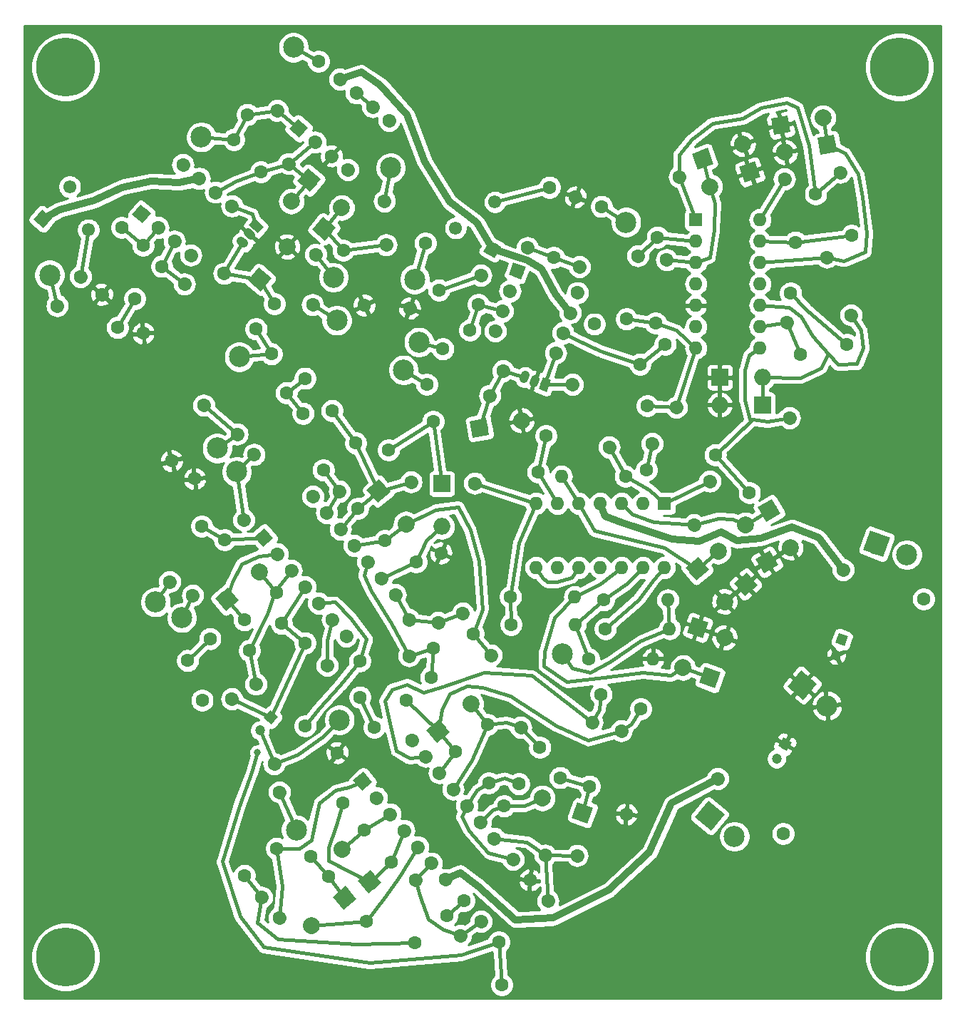
<source format=gbr>
G04 #@! TF.GenerationSoftware,KiCad,Pcbnew,(5.1.2-1)-1*
G04 #@! TF.CreationDate,2021-05-31T13:24:30-04:00*
G04 #@! TF.ProjectId,Wave Multiplier - Serge,57617665-204d-4756-9c74-69706c696572,rev?*
G04 #@! TF.SameCoordinates,Original*
G04 #@! TF.FileFunction,Copper,L2,Bot*
G04 #@! TF.FilePolarity,Positive*
%FSLAX46Y46*%
G04 Gerber Fmt 4.6, Leading zero omitted, Abs format (unit mm)*
G04 Created by KiCad (PCBNEW (5.1.2-1)-1) date 2021-05-31 13:24:30*
%MOMM*%
%LPD*%
G04 APERTURE LIST*
%ADD10C,7.000000*%
%ADD11O,1.600000X1.600000*%
%ADD12R,1.600000X1.600000*%
%ADD13C,1.200000*%
%ADD14C,0.100000*%
%ADD15C,1.600000*%
%ADD16C,2.000000*%
%ADD17C,2.000000*%
%ADD18O,2.000000X2.000000*%
%ADD19R,2.000000X2.000000*%
%ADD20C,1.600000*%
%ADD21C,2.499360*%
%ADD22C,1.050000*%
%ADD23C,1.050000*%
%ADD24C,1.550000*%
%ADD25C,0.800000*%
%ADD26C,0.812800*%
%ADD27C,0.406400*%
%ADD28C,0.254000*%
G04 APERTURE END LIST*
D10*
X116840000Y-17780000D03*
X116840000Y-123444000D03*
X17780000Y-123444000D03*
X17780000Y-17780000D03*
D11*
X88912700Y-77190600D03*
X73672700Y-69570600D03*
X86372700Y-77190600D03*
X76212700Y-69570600D03*
X83832700Y-77190600D03*
X78752700Y-69570600D03*
X81292700Y-77190600D03*
X81292700Y-69570600D03*
X78752700Y-77190600D03*
X83832700Y-69570600D03*
X76212700Y-77190600D03*
X86372700Y-69570600D03*
X73672700Y-77190600D03*
D12*
X88912700Y-69570600D03*
D11*
X100279200Y-35902900D03*
X92659200Y-51142900D03*
X100279200Y-38442900D03*
X92659200Y-48602900D03*
X100279200Y-40982900D03*
X92659200Y-46062900D03*
X100279200Y-43522900D03*
X92659200Y-43522900D03*
X100279200Y-46062900D03*
X92659200Y-40982900D03*
X100279200Y-48602900D03*
X92659200Y-38442900D03*
X100279200Y-51142900D03*
D12*
X92659200Y-35902900D03*
D13*
X110005212Y-85724831D03*
D14*
G36*
X109646609Y-84955803D02*
G01*
X110774240Y-85366228D01*
X110363815Y-86493859D01*
X109236184Y-86083434D01*
X109646609Y-84955803D01*
X109646609Y-84955803D01*
G37*
D13*
X109321172Y-87604216D03*
X103245035Y-98171437D03*
D14*
G36*
X103025420Y-97351822D02*
G01*
X104064650Y-97951822D01*
X103464650Y-98991052D01*
X102425420Y-98391052D01*
X103025420Y-97351822D01*
X103025420Y-97351822D01*
G37*
D13*
X102245035Y-99903488D03*
D15*
X29219467Y-41436474D03*
X26005529Y-45266696D03*
X66824456Y-45954801D03*
X62125993Y-44244700D03*
X86898473Y-57974146D03*
X86030232Y-53050107D03*
X46216811Y-54729263D03*
X49430749Y-58559485D03*
X48400068Y-65630378D03*
X52230290Y-62416440D03*
X55726704Y-73993205D03*
X52512766Y-70162983D03*
X66207389Y-85050686D03*
X61508926Y-86760787D03*
X58275951Y-92951203D03*
X54445729Y-96165141D03*
X81401104Y-92246701D03*
X86099567Y-93956802D03*
X67887546Y-95835568D03*
X64057324Y-99049506D03*
X71625157Y-102888326D03*
X74125157Y-98558199D03*
X59250544Y-121754832D03*
X63080766Y-118540894D03*
X42858937Y-110544579D03*
X39028715Y-113758517D03*
X39001700Y-83426300D03*
X42831922Y-80212362D03*
X39613401Y-87063342D03*
X43443623Y-83849404D03*
X33999907Y-92945649D03*
X32289806Y-88247186D03*
D13*
X40871780Y-96532571D03*
X42157355Y-95000482D03*
D14*
G36*
X42083401Y-94155183D02*
G01*
X43002654Y-94926528D01*
X42231309Y-95845781D01*
X41312056Y-95074436D01*
X42083401Y-94155183D01*
X42083401Y-94155183D01*
G37*
D15*
X53270513Y-108381638D03*
X56484451Y-112211860D03*
X37767266Y-26378019D03*
X40981204Y-30208241D03*
D16*
X44106003Y-39099651D03*
D17*
X44106003Y-39099651D02*
X44106003Y-39099651D01*
D16*
X40840642Y-42991157D03*
D14*
G36*
X40963899Y-44399989D02*
G01*
X39431810Y-43114414D01*
X40717385Y-41582325D01*
X42249474Y-42867900D01*
X40963899Y-44399989D01*
X40963899Y-44399989D01*
G37*
D16*
X50591375Y-34473003D03*
D17*
X50591375Y-34473003D02*
X50591375Y-34473003D01*
D16*
X46699869Y-31207642D03*
D14*
G36*
X45291037Y-31330899D02*
G01*
X46576612Y-29798810D01*
X48108701Y-31084385D01*
X46823126Y-32616474D01*
X45291037Y-31330899D01*
X45291037Y-31330899D01*
G37*
D16*
X44593712Y-33717664D03*
D17*
X44593712Y-33717664D02*
X44593712Y-33717664D01*
D16*
X48485218Y-36983025D03*
D14*
G36*
X49894050Y-36859768D02*
G01*
X48608475Y-38391857D01*
X47076386Y-37106282D01*
X48361961Y-35574193D01*
X49894050Y-36859768D01*
X49894050Y-36859768D01*
G37*
D16*
X66945995Y-60622330D03*
D14*
G36*
X66134835Y-61780786D02*
G01*
X65787539Y-59811170D01*
X67757155Y-59463874D01*
X68104451Y-61433490D01*
X66134835Y-61780786D01*
X66134835Y-61780786D01*
G37*
D16*
X71948818Y-59740197D03*
D17*
X71948818Y-59740197D02*
X71948818Y-59740197D01*
D16*
X101104700Y-76530200D03*
D14*
G36*
X102470725Y-76896225D02*
G01*
X100738675Y-77896225D01*
X99738675Y-76164175D01*
X101470725Y-75164175D01*
X102470725Y-76896225D01*
X102470725Y-76896225D01*
G37*
D16*
X98564700Y-72130791D03*
D17*
X98564700Y-72130791D02*
X98564700Y-72130791D01*
D16*
X101358701Y-70408800D03*
D14*
G36*
X99992676Y-70042775D02*
G01*
X101724726Y-69042775D01*
X102724726Y-70774825D01*
X100992676Y-71774825D01*
X99992676Y-70042775D01*
X99992676Y-70042775D01*
G37*
D16*
X103898701Y-74808209D03*
D17*
X103898701Y-74808209D02*
X103898701Y-74808209D01*
D16*
X99087741Y-30226495D03*
D14*
G36*
X99685413Y-28944782D02*
G01*
X100369454Y-30824167D01*
X98490069Y-31508208D01*
X97806028Y-29628823D01*
X99685413Y-28944782D01*
X99685413Y-28944782D01*
G37*
D16*
X94314102Y-31963957D03*
D17*
X94314102Y-31963957D02*
X94314102Y-31963957D01*
D16*
X93476567Y-28660274D03*
D14*
G36*
X92878895Y-29941987D02*
G01*
X92194854Y-28062602D01*
X94074239Y-27378561D01*
X94758280Y-29257946D01*
X92878895Y-29941987D01*
X92878895Y-29941987D01*
G37*
D16*
X98250206Y-26922812D03*
D17*
X98250206Y-26922812D02*
X98250206Y-26922812D01*
D16*
X98574225Y-79170530D03*
D14*
G36*
X99983057Y-79293787D02*
G01*
X98450968Y-80579362D01*
X97165393Y-79047273D01*
X98697482Y-77761698D01*
X99983057Y-79293787D01*
X99983057Y-79293787D01*
G37*
D16*
X95308864Y-75279024D03*
D17*
X95308864Y-75279024D02*
X95308864Y-75279024D01*
D16*
X96077062Y-81232737D03*
D17*
X96077062Y-81232737D02*
X96077062Y-81232737D01*
D16*
X92811701Y-77341231D03*
D14*
G36*
X91402869Y-77217974D02*
G01*
X92934958Y-75932399D01*
X94220533Y-77464488D01*
X92688444Y-78750063D01*
X91402869Y-77217974D01*
X91402869Y-77217974D01*
G37*
D16*
X102755700Y-24676100D03*
D14*
G36*
X101944540Y-25834556D02*
G01*
X101597244Y-23864940D01*
X103566860Y-23517644D01*
X103914156Y-25487260D01*
X101944540Y-25834556D01*
X101944540Y-25834556D01*
G37*
D16*
X107758523Y-23793967D03*
D17*
X107758523Y-23793967D02*
X107758523Y-23793967D01*
D16*
X103251977Y-27882333D03*
D17*
X103251977Y-27882333D02*
X103251977Y-27882333D01*
D16*
X108254800Y-27000200D03*
D14*
G36*
X109065960Y-25841744D02*
G01*
X109413256Y-27811360D01*
X107443640Y-28158656D01*
X107096344Y-26189040D01*
X109065960Y-25841744D01*
X109065960Y-25841744D01*
G37*
D16*
X92874659Y-84317360D03*
D14*
G36*
X92276987Y-83035647D02*
G01*
X94156372Y-83719688D01*
X93472331Y-85599073D01*
X91592946Y-84915032D01*
X92276987Y-83035647D01*
X92276987Y-83035647D01*
G37*
D16*
X91137197Y-89090999D03*
D17*
X91137197Y-89090999D02*
X91137197Y-89090999D01*
D16*
X94338279Y-90273869D03*
D14*
G36*
X94935951Y-91555582D02*
G01*
X93056566Y-90871541D01*
X93740607Y-88992156D01*
X95619992Y-89676197D01*
X94935951Y-91555582D01*
X94935951Y-91555582D01*
G37*
D16*
X96075741Y-85500230D03*
D17*
X96075741Y-85500230D02*
X96075741Y-85500230D01*
D18*
X100584000Y-54622700D03*
D19*
X95504000Y-54622700D03*
X100571300Y-57873900D03*
D18*
X95491300Y-57873900D03*
D16*
X58221713Y-72013101D03*
D17*
X58221713Y-72013101D02*
X58221713Y-72013101D01*
D16*
X54956352Y-68121595D03*
D14*
G36*
X53547520Y-67998338D02*
G01*
X55079609Y-66712763D01*
X56365184Y-68244852D01*
X54833095Y-69530427D01*
X53547520Y-67998338D01*
X53547520Y-67998338D01*
G37*
D18*
X62488492Y-72328446D03*
D19*
X62488492Y-67248446D03*
D16*
X62026202Y-96609150D03*
D14*
G36*
X61902945Y-98017982D02*
G01*
X60617370Y-96485893D01*
X62149459Y-95200318D01*
X63435034Y-96732407D01*
X61902945Y-98017982D01*
X61902945Y-98017982D01*
G37*
D16*
X65917708Y-93343789D03*
D17*
X65917708Y-93343789D02*
X65917708Y-93343789D01*
D16*
X74417771Y-104572742D03*
D17*
X74417771Y-104572742D02*
X74417771Y-104572742D01*
D16*
X79191410Y-106310204D03*
D14*
G36*
X80473123Y-105712532D02*
G01*
X79789082Y-107591917D01*
X77909697Y-106907876D01*
X78593738Y-105028491D01*
X80473123Y-105712532D01*
X80473123Y-105712532D01*
G37*
D16*
X36954007Y-80974495D03*
D14*
G36*
X36830750Y-82383327D02*
G01*
X35545175Y-80851238D01*
X37077264Y-79565663D01*
X38362839Y-81097752D01*
X36830750Y-82383327D01*
X36830750Y-82383327D01*
G37*
D16*
X40845513Y-77709134D03*
D17*
X40845513Y-77709134D02*
X40845513Y-77709134D01*
D16*
X47026680Y-119680376D03*
D17*
X47026680Y-119680376D02*
X47026680Y-119680376D01*
D16*
X50918186Y-116415015D03*
D14*
G36*
X51041443Y-115006183D02*
G01*
X52327018Y-116538272D01*
X50794929Y-117823847D01*
X49509354Y-116291758D01*
X51041443Y-115006183D01*
X51041443Y-115006183D01*
G37*
D16*
X50629496Y-110626127D03*
D17*
X50629496Y-110626127D02*
X50629496Y-110626127D01*
D16*
X53894857Y-114517633D03*
D14*
G36*
X55303689Y-114640890D02*
G01*
X53771600Y-115926465D01*
X52486025Y-114394376D01*
X54018114Y-113108801D01*
X55303689Y-114640890D01*
X55303689Y-114640890D01*
G37*
D15*
X119698153Y-80927498D03*
X110150876Y-77452573D03*
D20*
X110150876Y-77452573D02*
X110150876Y-77452573D01*
D15*
X95242785Y-102259657D03*
D20*
X95242785Y-102259657D02*
X95242785Y-102259657D01*
D15*
X103025797Y-108790379D03*
D21*
X15884694Y-42451658D03*
X50012782Y-47842896D03*
X117716258Y-75678603D03*
X114136029Y-74375506D03*
D14*
G36*
X112534298Y-75122405D02*
G01*
X113389130Y-72773775D01*
X115737760Y-73628607D01*
X114882928Y-75977237D01*
X112534298Y-75122405D01*
X112534298Y-75122405D01*
G37*
D21*
X105296731Y-91160550D03*
D14*
G36*
X103536142Y-91314582D02*
G01*
X105142699Y-89399961D01*
X107057320Y-91006518D01*
X105450763Y-92921139D01*
X103536142Y-91314582D01*
X103536142Y-91314582D01*
G37*
D21*
X108215360Y-93609571D03*
X94310524Y-106677641D03*
D14*
G36*
X92549935Y-106831673D02*
G01*
X94156492Y-104917052D01*
X96071113Y-106523609D01*
X94464556Y-108438230D01*
X92549935Y-106831673D01*
X92549935Y-106831673D01*
G37*
D21*
X97229153Y-109126662D03*
X49616326Y-42743352D03*
X38423721Y-52169090D03*
X33902287Y-26081859D03*
X44868846Y-15440950D03*
X56396124Y-29733962D03*
X59759561Y-50438250D03*
X84350637Y-36196830D03*
X59264820Y-42960047D03*
X57921624Y-53742722D03*
X76771500Y-87439500D03*
X28464037Y-81290560D03*
X38105324Y-65807946D03*
X35798211Y-63018920D03*
X31591329Y-83151190D03*
X50305900Y-95296579D03*
X45189326Y-108354610D03*
D22*
X40432155Y-36625576D03*
D14*
G36*
X40195085Y-35741312D02*
G01*
X41344152Y-36705493D01*
X40669225Y-37509840D01*
X39520158Y-36545659D01*
X40195085Y-35741312D01*
X40195085Y-35741312D01*
G37*
D22*
X38799474Y-38571329D03*
D23*
X38971834Y-38715956D02*
X38627114Y-38426702D01*
D22*
X39615815Y-37598452D03*
D23*
X39788175Y-37743079D02*
X39443455Y-37453825D01*
D22*
X73522952Y-55028747D03*
D23*
X73445997Y-55240178D02*
X73599907Y-54817316D01*
D22*
X72329543Y-54594382D03*
D23*
X72252588Y-54805813D02*
X72406498Y-54382951D01*
D22*
X74716362Y-55463113D03*
D14*
G36*
X75466216Y-54937904D02*
G01*
X74953186Y-56347443D01*
X73966508Y-55988322D01*
X74479538Y-54578783D01*
X75466216Y-54937904D01*
X75466216Y-54937904D01*
G37*
D15*
X23946174Y-48707759D03*
X16785716Y-46101566D03*
D20*
X16785716Y-46101566D02*
X16785716Y-46101566D01*
D15*
X19558932Y-42655062D03*
D20*
X19558932Y-42655062D02*
X19558932Y-42655062D01*
D15*
X24456974Y-36817803D03*
X26981385Y-38926365D03*
X22083343Y-44763624D03*
D20*
X22083343Y-44763624D02*
X22083343Y-44763624D01*
D15*
X47488607Y-40030894D03*
D20*
X47488607Y-40030894D02*
X47488607Y-40030894D01*
D15*
X42590565Y-45868153D03*
X31899870Y-43542320D03*
D20*
X31899870Y-43542320D02*
X31899870Y-43542320D01*
D15*
X27001828Y-49379579D03*
X40414873Y-48876509D03*
X36604873Y-42277395D03*
D20*
X36604873Y-42277395D02*
X36604873Y-42277395D01*
D15*
X47121456Y-46003030D03*
D20*
X47121456Y-46003030D02*
X47121456Y-46003030D01*
D15*
X42223414Y-51840289D03*
X39389602Y-23408886D03*
X44287644Y-29246145D03*
D20*
X44287644Y-29246145D02*
X44287644Y-29246145D01*
D15*
X47822797Y-17095841D03*
X42924755Y-22933100D03*
D20*
X42924755Y-22933100D02*
X42924755Y-22933100D01*
D15*
X55663552Y-33676693D03*
D20*
X55663552Y-33676693D02*
X55663552Y-33676693D01*
D15*
X50765510Y-39513952D03*
X53249993Y-46042955D03*
X55856186Y-38882497D03*
D20*
X55856186Y-38882497D02*
X55856186Y-38882497D01*
D15*
X78830594Y-41485830D03*
D20*
X78830594Y-41485830D02*
X78830594Y-41485830D01*
D15*
X81436787Y-34325372D03*
X60522550Y-38687554D03*
X67121664Y-42497554D03*
D20*
X67121664Y-42497554D02*
X67121664Y-42497554D01*
D15*
X72657419Y-39211948D03*
D20*
X72657419Y-39211948D02*
X72657419Y-39211948D01*
D15*
X75263612Y-32051490D03*
X60683621Y-55437275D03*
X68187856Y-56760474D03*
D20*
X68187856Y-56760474D02*
X68187856Y-56760474D01*
D15*
X69762571Y-53849291D03*
D20*
X69762571Y-53849291D02*
X69762571Y-53849291D01*
D15*
X62602113Y-51243098D03*
X75751597Y-40365166D03*
X78357790Y-33204708D03*
D20*
X78357790Y-33204708D02*
X78357790Y-33204708D01*
D15*
X58656183Y-46414617D03*
D20*
X58656183Y-46414617D02*
X58656183Y-46414617D01*
D15*
X65816641Y-49020810D03*
X80597193Y-48291685D03*
X77991000Y-55452143D03*
D20*
X77991000Y-55452143D02*
X77991000Y-55452143D01*
D15*
X89016075Y-50675648D03*
X90339274Y-58179883D03*
D20*
X90339274Y-58179883D02*
X90339274Y-58179883D01*
D15*
X92422786Y-72123300D03*
D20*
X92422786Y-72123300D02*
X92422786Y-72123300D01*
D15*
X99021900Y-68313300D03*
X94970600Y-63804800D03*
X87466365Y-62481601D03*
D20*
X87466365Y-62481601D02*
X87466365Y-62481601D01*
D15*
X87858600Y-48171100D03*
X89181799Y-40666865D03*
D20*
X89181799Y-40666865D02*
X89181799Y-40666865D01*
D15*
X85765499Y-40184265D03*
D20*
X85765499Y-40184265D02*
X85765499Y-40184265D01*
D15*
X84442300Y-47688500D03*
X94308735Y-66944099D03*
D20*
X94308735Y-66944099D02*
X94308735Y-66944099D01*
D15*
X86804500Y-65620900D03*
X90706093Y-30812542D03*
D20*
X90706093Y-30812542D02*
X90706093Y-30812542D01*
D15*
X88099900Y-37973000D03*
D11*
X76682600Y-66382900D03*
D15*
X84302600Y-66382900D03*
X74853801Y-61569600D03*
X82358036Y-62892799D03*
D20*
X82358036Y-62892799D02*
X82358036Y-62892799D01*
D15*
X108219099Y-40346435D03*
D20*
X108219099Y-40346435D02*
X108219099Y-40346435D01*
D15*
X106895900Y-32842200D03*
X109827201Y-30278265D03*
D20*
X109827201Y-30278265D02*
X109827201Y-30278265D01*
D15*
X111150400Y-37782500D03*
X73901301Y-65862200D03*
X66397066Y-67185399D03*
D20*
X66397066Y-67185399D02*
X66397066Y-67185399D01*
D15*
X104495600Y-38569900D03*
X103172401Y-31065665D03*
D20*
X103172401Y-31065665D02*
X103172401Y-31065665D01*
D11*
X78257400Y-80657700D03*
D15*
X70637400Y-80657700D03*
D11*
X78320900Y-83947000D03*
D15*
X70700900Y-83947000D03*
X103924100Y-44602400D03*
X111084558Y-47208593D03*
D20*
X111084558Y-47208593D02*
X111084558Y-47208593D01*
D15*
X103443842Y-48117607D03*
D20*
X103443842Y-48117607D02*
X103443842Y-48117607D01*
D15*
X110604300Y-50723800D03*
D11*
X87566500Y-88036400D03*
D15*
X79946500Y-88036400D03*
X103769301Y-59421835D03*
D20*
X103769301Y-59421835D02*
X103769301Y-59421835D01*
D15*
X105092500Y-51917600D03*
X81711800Y-81051400D03*
D11*
X89331800Y-81051400D03*
D15*
X81915000Y-84455000D03*
D11*
X89535000Y-84455000D03*
D15*
X33119350Y-66642782D03*
X38956609Y-71540824D03*
D20*
X38956609Y-71540824D02*
X38956609Y-71540824D01*
D15*
X34193616Y-57929294D03*
D20*
X34193616Y-57929294D02*
X34193616Y-57929294D01*
D15*
X30383616Y-64528408D03*
X40166811Y-63779738D03*
D20*
X40166811Y-63779738D02*
X40166811Y-63779738D01*
D15*
X46004070Y-58881696D03*
X44008733Y-56444470D03*
X38171474Y-61342512D03*
D20*
X38171474Y-61342512D02*
X38171474Y-61342512D01*
D15*
X36685428Y-73889627D03*
X32875428Y-80488741D03*
D20*
X32875428Y-80488741D02*
X32875428Y-80488741D01*
D15*
X30138227Y-78879373D03*
D20*
X30138227Y-78879373D02*
X30138227Y-78879373D01*
D15*
X33948227Y-72280259D03*
X46251150Y-95995143D03*
X48857343Y-88834685D03*
D20*
X48857343Y-88834685D02*
X48857343Y-88834685D01*
D15*
X58561458Y-83385752D03*
D20*
X58561458Y-83385752D02*
X58561458Y-83385752D01*
D15*
X52724199Y-88283794D03*
X61198207Y-90210407D03*
X68358665Y-87604214D03*
D20*
X68358665Y-87604214D02*
X68358665Y-87604214D01*
D15*
X58830226Y-67024058D03*
D20*
X58830226Y-67024058D02*
X58830226Y-67024058D01*
D15*
X61436419Y-59863600D03*
X56160196Y-63247116D03*
X50322937Y-68145158D03*
D20*
X50322937Y-68145158D02*
X50322937Y-68145158D01*
D15*
X62367583Y-75471824D03*
X64973776Y-82632282D03*
D20*
X64973776Y-82632282D02*
X64973776Y-82632282D01*
D15*
X62028085Y-83702395D03*
D20*
X62028085Y-83702395D02*
X62028085Y-83702395D01*
D15*
X59421892Y-76541937D03*
X52754346Y-92577809D03*
X58591605Y-87679767D03*
D20*
X58591605Y-87679767D02*
X58591605Y-87679767D01*
D15*
X75080187Y-116772228D03*
D20*
X75080187Y-116772228D02*
X75080187Y-116772228D01*
D15*
X69242928Y-121670270D03*
X68050069Y-102776962D03*
X71860069Y-96177848D03*
D20*
X71860069Y-96177848D02*
X71860069Y-96177848D01*
D15*
X79994610Y-103166419D03*
X83804610Y-96567305D03*
D20*
X83804610Y-96567305D02*
X83804610Y-96567305D01*
D15*
X80332570Y-95545255D03*
D20*
X80332570Y-95545255D02*
X80332570Y-95545255D01*
D15*
X76522570Y-102144369D03*
X84390816Y-106483432D03*
X78553557Y-111381474D03*
D20*
X78553557Y-111381474D02*
X78553557Y-111381474D01*
D15*
X69871550Y-105519655D03*
X74769592Y-111356914D03*
D20*
X74769592Y-111356914D02*
X74769592Y-111356914D01*
D15*
X70939017Y-111860113D03*
D20*
X70939017Y-111860113D02*
X70939017Y-111860113D01*
D15*
X65101758Y-116758155D03*
X64706144Y-120903729D03*
D20*
X64706144Y-120903729D02*
X64706144Y-120903729D01*
D15*
X69604186Y-126740988D03*
X46235276Y-86148961D03*
X40398017Y-91047003D03*
D20*
X40398017Y-91047003D02*
X40398017Y-91047003D01*
D15*
X41070455Y-116355746D03*
D20*
X41070455Y-116355746D02*
X41070455Y-116355746D01*
D15*
X46907714Y-111457704D03*
X48994080Y-113884862D03*
X43156821Y-118782904D03*
D20*
X43156821Y-118782904D02*
X43156821Y-118782904D01*
D15*
X72971873Y-114311394D03*
X67134614Y-119209436D03*
D20*
X67134614Y-119209436D02*
X67134614Y-119209436D01*
D15*
X53487975Y-119167636D03*
X59325234Y-114269594D03*
D20*
X59325234Y-114269594D02*
X59325234Y-114269594D01*
D15*
X37538680Y-92796704D03*
D20*
X37538680Y-92796704D02*
X37538680Y-92796704D01*
D15*
X34932487Y-85636246D03*
X42551166Y-100503900D03*
D20*
X42551166Y-100503900D02*
X42551166Y-100503900D01*
D15*
X50055401Y-99180701D03*
X43184353Y-103856411D03*
D20*
X43184353Y-103856411D02*
X43184353Y-103856411D01*
D15*
X50688588Y-105179610D03*
D24*
X20497470Y-37103808D03*
X15060279Y-35804981D03*
D14*
G36*
X15155803Y-36896826D02*
G01*
X13968434Y-35900505D01*
X14964755Y-34713136D01*
X16152124Y-35709457D01*
X15155803Y-36896826D01*
X15155803Y-36896826D01*
G37*
D24*
X18274217Y-31974759D03*
X64128157Y-36886485D03*
X68458284Y-39386485D03*
D14*
G36*
X69516954Y-39102815D02*
G01*
X68741954Y-40445155D01*
X67399614Y-39670155D01*
X68174614Y-38327815D01*
X69516954Y-39102815D01*
X69516954Y-39102815D01*
G37*
D24*
X68793220Y-33806358D03*
D15*
X41325046Y-73645282D03*
D14*
G36*
X41226441Y-74772348D02*
G01*
X40197980Y-73546677D01*
X41423651Y-72518216D01*
X42452112Y-73743887D01*
X41226441Y-74772348D01*
X41226441Y-74772348D01*
G37*
D15*
X56958388Y-80421758D03*
D20*
X56958388Y-80421758D02*
X56958388Y-80421758D01*
D15*
X42957727Y-75591035D03*
D20*
X42957727Y-75591035D02*
X42957727Y-75591035D01*
D15*
X55325707Y-78476005D03*
D20*
X55325707Y-78476005D02*
X55325707Y-78476005D01*
D15*
X44590407Y-77536788D03*
D20*
X44590407Y-77536788D02*
X44590407Y-77536788D01*
D15*
X53693027Y-76530252D03*
D20*
X53693027Y-76530252D02*
X53693027Y-76530252D01*
D15*
X46223088Y-79482541D03*
D20*
X46223088Y-79482541D02*
X46223088Y-79482541D01*
D15*
X52060346Y-74584499D03*
D20*
X52060346Y-74584499D02*
X52060346Y-74584499D01*
D15*
X47855768Y-81428294D03*
D20*
X47855768Y-81428294D02*
X47855768Y-81428294D01*
D15*
X50427666Y-72638746D03*
D20*
X50427666Y-72638746D02*
X50427666Y-72638746D01*
D15*
X49488449Y-83374046D03*
D20*
X49488449Y-83374046D02*
X49488449Y-83374046D01*
D15*
X48794985Y-70692993D03*
D20*
X48794985Y-70692993D02*
X48794985Y-70692993D01*
D15*
X51121129Y-85319799D03*
D20*
X51121129Y-85319799D02*
X51121129Y-85319799D01*
D15*
X47162305Y-68747240D03*
D20*
X47162305Y-68747240D02*
X47162305Y-68747240D01*
D15*
X53073919Y-102571665D03*
D14*
G36*
X52975314Y-103698731D02*
G01*
X51946853Y-102473060D01*
X53172524Y-101444599D01*
X54200985Y-102670270D01*
X52975314Y-103698731D01*
X52975314Y-103698731D01*
G37*
D15*
X68707261Y-109348141D03*
D20*
X68707261Y-109348141D02*
X68707261Y-109348141D01*
D15*
X54706600Y-104517418D03*
D20*
X54706600Y-104517418D02*
X54706600Y-104517418D01*
D15*
X67074580Y-107402388D03*
D20*
X67074580Y-107402388D02*
X67074580Y-107402388D01*
D15*
X56339280Y-106463171D03*
D20*
X56339280Y-106463171D02*
X56339280Y-106463171D01*
D15*
X65441900Y-105456635D03*
D20*
X65441900Y-105456635D02*
X65441900Y-105456635D01*
D15*
X57971961Y-108408924D03*
D20*
X57971961Y-108408924D02*
X57971961Y-108408924D01*
D15*
X63809219Y-103510882D03*
D20*
X63809219Y-103510882D02*
X63809219Y-103510882D01*
D15*
X59604641Y-110354677D03*
D20*
X59604641Y-110354677D02*
X59604641Y-110354677D01*
D15*
X62176539Y-101565129D03*
D20*
X62176539Y-101565129D02*
X62176539Y-101565129D01*
D15*
X61237322Y-112300429D03*
D20*
X61237322Y-112300429D02*
X61237322Y-112300429D01*
D15*
X60543858Y-99619376D03*
D20*
X60543858Y-99619376D02*
X60543858Y-99619376D01*
D15*
X62870002Y-114246182D03*
D20*
X62870002Y-114246182D02*
X62870002Y-114246182D01*
D15*
X58911178Y-97673623D03*
D20*
X58911178Y-97673623D02*
X58911178Y-97673623D01*
D15*
X26815363Y-35202577D03*
D14*
G36*
X26913968Y-36329643D02*
G01*
X25688297Y-35301182D01*
X26716758Y-34075511D01*
X27942429Y-35103972D01*
X26913968Y-36329643D01*
X26913968Y-36329643D01*
G37*
D15*
X37550663Y-34263360D03*
D20*
X37550663Y-34263360D02*
X37550663Y-34263360D01*
D15*
X28761116Y-36835258D03*
D20*
X28761116Y-36835258D02*
X28761116Y-36835258D01*
D15*
X35604910Y-32630679D03*
D20*
X35604910Y-32630679D02*
X35604910Y-32630679D01*
D15*
X30706869Y-38467938D03*
D20*
X30706869Y-38467938D02*
X30706869Y-38467938D01*
D15*
X33659157Y-30997999D03*
D20*
X33659157Y-30997999D02*
X33659157Y-30997999D01*
D15*
X32652622Y-40100619D03*
D20*
X32652622Y-40100619D02*
X32652622Y-40100619D01*
D15*
X31713405Y-29365318D03*
D20*
X31713405Y-29365318D02*
X31713405Y-29365318D01*
D15*
X50375173Y-19221255D03*
D20*
X50375173Y-19221255D02*
X50375173Y-19221255D01*
D15*
X51314390Y-29956556D03*
D20*
X51314390Y-29956556D02*
X51314390Y-29956556D01*
D15*
X52320925Y-20853936D03*
D20*
X52320925Y-20853936D02*
X52320925Y-20853936D01*
D15*
X49368637Y-28323875D03*
D20*
X49368637Y-28323875D02*
X49368637Y-28323875D01*
D15*
X54266678Y-22486616D03*
D20*
X54266678Y-22486616D02*
X54266678Y-22486616D01*
D15*
X47422884Y-26691195D03*
D20*
X47422884Y-26691195D02*
X47422884Y-26691195D01*
D15*
X56212431Y-24119297D03*
D20*
X56212431Y-24119297D02*
X56212431Y-24119297D01*
D15*
X45477131Y-25058514D03*
D14*
G36*
X45575736Y-26185580D02*
G01*
X44350065Y-25157119D01*
X45378526Y-23931448D01*
X46604197Y-24959909D01*
X45575736Y-26185580D01*
X45575736Y-26185580D01*
G37*
D15*
X71441370Y-41958896D03*
D14*
G36*
X70416000Y-42437034D02*
G01*
X70963232Y-40933526D01*
X72466740Y-41480758D01*
X71919508Y-42984266D01*
X70416000Y-42437034D01*
X70416000Y-42437034D01*
G37*
D15*
X75995634Y-51725547D03*
D20*
X75995634Y-51725547D02*
X75995634Y-51725547D01*
D15*
X70572639Y-44345715D03*
D20*
X70572639Y-44345715D02*
X70572639Y-44345715D01*
D15*
X76864365Y-49338728D03*
D20*
X76864365Y-49338728D02*
X76864365Y-49338728D01*
D15*
X69703908Y-46732535D03*
D20*
X69703908Y-46732535D02*
X69703908Y-46732535D01*
D15*
X77733097Y-46951909D03*
D20*
X77733097Y-46951909D02*
X77733097Y-46951909D01*
D15*
X68835177Y-49119354D03*
D20*
X68835177Y-49119354D02*
X68835177Y-49119354D01*
D15*
X78601828Y-44565089D03*
D20*
X78601828Y-44565089D02*
X78601828Y-44565089D01*
D25*
X40576500Y-99161600D03*
D26*
X68458284Y-39386485D02*
X72682100Y-40703500D01*
X72682100Y-40703500D02*
X74345800Y-41770300D01*
X74345800Y-41770300D02*
X75933300Y-44729400D01*
X75933300Y-44729400D02*
X77733097Y-46951909D01*
X68458284Y-39386485D02*
X66611500Y-36233100D01*
X66611500Y-36233100D02*
X63423800Y-33807400D01*
X63423800Y-33807400D02*
X60452000Y-29032200D01*
X60452000Y-29032200D02*
X58343800Y-23482300D01*
X58343800Y-23482300D02*
X55156100Y-19888200D01*
X55156100Y-19888200D02*
X52895500Y-18402300D01*
X52895500Y-18402300D02*
X50375173Y-19221255D01*
X33659157Y-30997999D02*
X31242000Y-31483300D01*
X31242000Y-31483300D02*
X27965400Y-31318200D01*
X27965400Y-31318200D02*
X24472900Y-32042100D01*
X24472900Y-32042100D02*
X21196300Y-33591500D01*
X21196300Y-33591500D02*
X17145000Y-34696400D01*
X17145000Y-34696400D02*
X15060279Y-35804981D01*
X110150876Y-77452573D02*
X107264200Y-73647300D01*
X107264200Y-73647300D02*
X104076500Y-72377300D01*
X104076500Y-72377300D02*
X100355400Y-73698100D01*
X100355400Y-73698100D02*
X97574100Y-74015600D01*
X97574100Y-74015600D02*
X95694500Y-72948800D01*
X95694500Y-72948800D02*
X93040200Y-74079100D01*
X93040200Y-74079100D02*
X89814400Y-73799700D01*
X89814400Y-73799700D02*
X83896200Y-71869300D01*
X83896200Y-71869300D02*
X81876900Y-71081900D01*
X81876900Y-71081900D02*
X81292700Y-69570600D01*
X95242785Y-102259657D02*
X89776300Y-105168700D01*
X89776300Y-105168700D02*
X87160100Y-111023400D01*
X87160100Y-111023400D02*
X82308700Y-115493800D01*
X82308700Y-115493800D02*
X75692000Y-118795800D01*
X75692000Y-118795800D02*
X71234300Y-119024400D01*
X71234300Y-119024400D02*
X66840100Y-115023900D01*
X66840100Y-115023900D02*
X64681100Y-113411000D01*
X64681100Y-113411000D02*
X62870002Y-114246182D01*
D27*
X31899870Y-43542321D02*
X29219467Y-41436474D01*
X29219467Y-41436474D02*
X30706868Y-38467937D01*
X26005529Y-45266696D02*
X23946174Y-48707759D01*
X65816641Y-49020810D02*
X66824456Y-45954801D01*
X66824456Y-45954801D02*
X69703908Y-46732535D01*
X62125993Y-44244700D02*
X67121664Y-42497554D01*
X86898473Y-57974146D02*
X90339274Y-58179883D01*
X92659200Y-51142900D02*
X90373200Y-49022000D01*
X90373200Y-49022000D02*
X87858600Y-48171100D01*
X84442300Y-47688500D02*
X87858600Y-48171100D01*
X92659200Y-51142900D02*
X90339274Y-58179883D01*
X89016075Y-50675648D02*
X86030232Y-53050107D01*
X86030232Y-53050107D02*
X81305400Y-51473100D01*
X81305400Y-51473100D02*
X78397100Y-50076100D01*
X78397100Y-50076100D02*
X76864365Y-49338728D01*
X46216811Y-54729263D02*
X44008733Y-56444470D01*
X46004070Y-58881696D02*
X44008733Y-56444470D01*
X50427666Y-72638746D02*
X52512766Y-70162983D01*
X52512766Y-70162983D02*
X54956352Y-68121595D01*
X58830226Y-67024058D02*
X54956352Y-68121595D01*
X52230290Y-62416440D02*
X54956352Y-68121595D01*
X52230290Y-62416440D02*
X49430749Y-58559485D01*
X48794985Y-70692993D02*
X50322937Y-68145158D01*
X50322937Y-68145158D02*
X48400068Y-65630378D01*
X52060346Y-74584499D02*
X55726704Y-73993205D01*
X55726704Y-73993205D02*
X58221713Y-72013101D01*
X68358665Y-87604214D02*
X66207389Y-85050686D01*
X66207389Y-85050686D02*
X67284600Y-82181700D01*
X67284600Y-82181700D02*
X66865500Y-76403200D01*
X66865500Y-76403200D02*
X65849500Y-72745600D01*
X65849500Y-72745600D02*
X64439800Y-70027800D01*
X64439800Y-70027800D02*
X61760100Y-70358000D01*
X61760100Y-70358000D02*
X58221713Y-72013101D01*
X61508926Y-86760787D02*
X58591605Y-87679767D01*
X61198207Y-90210407D02*
X61508926Y-86760787D01*
X58591605Y-87679767D02*
X56464200Y-83769200D01*
X56464200Y-83769200D02*
X54140100Y-80035400D01*
X54140100Y-80035400D02*
X53225700Y-78130400D01*
X53225700Y-78130400D02*
X53693027Y-76530252D01*
X62176539Y-101565129D02*
X64057324Y-99049506D01*
X64057324Y-99049506D02*
X62026202Y-96609150D01*
X62026202Y-96609150D02*
X58275951Y-92951203D01*
X86099567Y-93956802D02*
X85001100Y-95758000D01*
X85001100Y-95758000D02*
X83804610Y-96567305D01*
X83804610Y-96567305D02*
X79844900Y-97675700D01*
X79844900Y-97675700D02*
X76149200Y-96012000D01*
X76149200Y-96012000D02*
X70624700Y-92468700D01*
X70624700Y-92468700D02*
X67297300Y-91427300D01*
X67297300Y-91427300D02*
X65468500Y-91224100D01*
X65468500Y-91224100D02*
X63436500Y-92214700D01*
X63436500Y-92214700D02*
X62496700Y-94081600D01*
X62496700Y-94081600D02*
X62026202Y-96609150D01*
X54445729Y-96165141D02*
X52754346Y-92577809D01*
X80332570Y-95545255D02*
X81203800Y-94030800D01*
X81203800Y-94030800D02*
X81401104Y-92246701D01*
X80332570Y-95545255D02*
X73126600Y-90030300D01*
X73126600Y-90030300D02*
X67500500Y-89611200D01*
X67500500Y-89611200D02*
X62560200Y-91376500D01*
X62560200Y-91376500D02*
X60312300Y-91998800D01*
X60312300Y-91998800D02*
X58331100Y-91071700D01*
X58331100Y-91071700D02*
X56565800Y-91643200D01*
X56565800Y-91643200D02*
X55727600Y-93040200D01*
X55727600Y-93040200D02*
X56464200Y-96431100D01*
X56464200Y-96431100D02*
X57086500Y-98933000D01*
X57086500Y-98933000D02*
X58648600Y-99822000D01*
X58648600Y-99822000D02*
X60543858Y-99619376D01*
X63809219Y-103510882D02*
X66040000Y-100025200D01*
X66040000Y-100025200D02*
X67887546Y-95835568D01*
X65917708Y-93343789D02*
X67887546Y-95835568D01*
X67887546Y-95835568D02*
X70218300Y-95592900D01*
X70218300Y-95592900D02*
X71860069Y-96177848D01*
X71860069Y-96177848D02*
X74125157Y-98558199D01*
X71625157Y-102888326D02*
X69900800Y-102209600D01*
X69900800Y-102209600D02*
X68050069Y-102776962D01*
X65441900Y-105456635D02*
X66675000Y-103619300D01*
X66675000Y-103619300D02*
X68050069Y-102776962D01*
X70939017Y-111860113D02*
X68021200Y-111074200D01*
X68021200Y-111074200D02*
X65735200Y-108407200D01*
X65735200Y-108407200D02*
X64846200Y-106794300D01*
X64846200Y-106794300D02*
X65441900Y-105456635D01*
X42957727Y-75591035D02*
X40767000Y-75819000D01*
X40767000Y-75819000D02*
X38722300Y-76746100D01*
X38722300Y-76746100D02*
X37604700Y-78879700D01*
X37604700Y-78879700D02*
X36954007Y-80974495D01*
X38857646Y-83223407D02*
X36954007Y-80974495D01*
X39028715Y-113758517D02*
X41070455Y-116355746D01*
X59250544Y-121754832D02*
X52324000Y-121932700D01*
X52324000Y-121932700D02*
X43002200Y-121297700D01*
X43002200Y-121297700D02*
X40601900Y-119380000D01*
X40601900Y-119380000D02*
X41070455Y-116355746D01*
X63080766Y-118540894D02*
X65101758Y-116758155D01*
X53073919Y-102571665D02*
X51396900Y-103276400D01*
X51396900Y-103276400D02*
X49911000Y-103657400D01*
X43156821Y-118782904D02*
X43548300Y-115074700D01*
X43548300Y-115074700D02*
X42858937Y-110544579D01*
X42858937Y-110544579D02*
X45593000Y-110528100D01*
X45593000Y-110528100D02*
X46990000Y-109550200D01*
X46990000Y-109550200D02*
X47548800Y-106629200D01*
X47548800Y-106629200D02*
X47935436Y-105161636D01*
X49911000Y-103657400D02*
X47935436Y-105161636D01*
X42687868Y-80009469D02*
X40845513Y-77709134D01*
X42687868Y-80009469D02*
X44590407Y-77536788D01*
X39613401Y-87063342D02*
X40398017Y-91047003D01*
X39613401Y-87063342D02*
X41744900Y-82740500D01*
X41744900Y-82740500D02*
X42687868Y-80009469D01*
X43443623Y-83849404D02*
X46223088Y-79482541D01*
X46235276Y-86148961D02*
X43443623Y-83849404D01*
X42157355Y-95000482D02*
X46235276Y-86148961D01*
X42157355Y-95000482D02*
X37538680Y-92796704D01*
X56339280Y-106463171D02*
X53270513Y-108381638D01*
X50629496Y-110626127D02*
X53270513Y-108381638D01*
X32289806Y-88247186D02*
X34932487Y-85636246D01*
X50305900Y-95296579D02*
X48387000Y-97294700D01*
X48387000Y-97294700D02*
X45364400Y-99377500D01*
X45364400Y-99377500D02*
X42551166Y-100503900D01*
X40871780Y-96532571D02*
X42551166Y-100503900D01*
X53894857Y-114517633D02*
X56484451Y-112211860D01*
X56484451Y-112211860D02*
X57971961Y-108408924D01*
X50688588Y-105179610D02*
X49872900Y-108026200D01*
X49872900Y-108026200D02*
X48996600Y-110363000D01*
X48996600Y-110363000D02*
X48996600Y-112026700D01*
X48996600Y-112026700D02*
X53894857Y-114517633D01*
X33902287Y-26081859D02*
X37767266Y-26378019D01*
X39389602Y-23408886D02*
X37767266Y-26378019D01*
X39389602Y-23408886D02*
X42924755Y-22933099D01*
X42924755Y-22933099D02*
X45477131Y-25058514D01*
X47422884Y-26691195D02*
X44287644Y-29246145D01*
X44287644Y-29246145D02*
X46699869Y-31207642D01*
X46699869Y-31207642D02*
X44593712Y-33717663D01*
X40981204Y-30208241D02*
X44287644Y-29246145D01*
X40981204Y-30208241D02*
X38055175Y-31327860D01*
X38055175Y-31327860D02*
X35604910Y-32630679D01*
X38799474Y-38571329D02*
X36604874Y-42277395D01*
X36604874Y-42277395D02*
X40840642Y-42991157D01*
X40840642Y-42991157D02*
X42590565Y-45868153D01*
X50765510Y-39513952D02*
X48485218Y-36983025D01*
X48485218Y-36983025D02*
X50591375Y-34473004D01*
X55856188Y-38882497D02*
X50765510Y-39513952D01*
X72329543Y-54594382D02*
X69762571Y-53849291D01*
X69762571Y-53849291D02*
X68187856Y-56760474D01*
X68187856Y-56760474D02*
X66945995Y-60622330D01*
X83832700Y-69570600D02*
X85115400Y-70815200D01*
X85115400Y-70815200D02*
X87604600Y-71755000D01*
X87604600Y-71755000D02*
X90220800Y-71958200D01*
X90220800Y-71958200D02*
X92422786Y-72123300D01*
X92422786Y-72123300D02*
X95377000Y-71335900D01*
X95377000Y-71335900D02*
X97040700Y-71437500D01*
X97040700Y-71437500D02*
X98564700Y-72130791D01*
X98564700Y-72130791D02*
X101358701Y-70408800D01*
X94314102Y-31963957D02*
X93476567Y-28660274D01*
X92659200Y-40982900D02*
X89181799Y-40666865D01*
X92659200Y-40982900D02*
X94284800Y-40347900D01*
X94284800Y-40347900D02*
X94792800Y-37033200D01*
X94792800Y-37033200D02*
X94919800Y-33972500D01*
X94919800Y-33972500D02*
X94314102Y-31963957D01*
X92811701Y-77341231D02*
X95308864Y-75279024D01*
X76682600Y-66382900D02*
X78752700Y-69570600D01*
X92811701Y-77341231D02*
X88912700Y-74841100D01*
X88912700Y-74841100D02*
X80581500Y-72809100D01*
X80581500Y-72809100D02*
X78752700Y-69570600D01*
X108254800Y-27000200D02*
X107758523Y-23793967D01*
X108219099Y-40346435D02*
X100279200Y-40982900D01*
X108254800Y-27000200D02*
X110375700Y-28003500D01*
X110375700Y-28003500D02*
X111937800Y-30505400D01*
X111937800Y-30505400D02*
X112407700Y-33210500D01*
X112407700Y-33210500D02*
X112979200Y-37477700D01*
X112979200Y-37477700D02*
X112776000Y-39725600D01*
X112776000Y-39725600D02*
X110223300Y-40767000D01*
X110223300Y-40767000D02*
X108219099Y-40346435D01*
X78257400Y-80657700D02*
X81254600Y-79133700D01*
X81254600Y-79133700D02*
X83832700Y-77190600D01*
X94338279Y-90273869D02*
X91137197Y-89090999D01*
X78257400Y-80657700D02*
X75882500Y-83159600D01*
X75882500Y-83159600D02*
X74688700Y-87160100D01*
X74688700Y-87160100D02*
X74637900Y-88887300D01*
X74637900Y-88887300D02*
X77343000Y-90754200D01*
X77343000Y-90754200D02*
X81711800Y-90284300D01*
X81711800Y-90284300D02*
X86347300Y-89662000D01*
X86347300Y-89662000D02*
X89636600Y-90030300D01*
X89636600Y-90030300D02*
X91137197Y-89090999D01*
X111084558Y-47208593D02*
X112293400Y-49034700D01*
X112293400Y-49034700D02*
X112534700Y-51155600D01*
X112534700Y-51155600D02*
X111785400Y-53022500D01*
X111785400Y-53022500D02*
X109537500Y-53086000D01*
X106476800Y-49720500D02*
X105168700Y-47409100D01*
X105168700Y-47409100D02*
X103733600Y-46278800D01*
X103733600Y-46278800D02*
X100279200Y-46062900D01*
X100584000Y-54622700D02*
X100571300Y-57873900D01*
X100584000Y-54622700D02*
X105105200Y-54648100D01*
X105105200Y-54648100D02*
X107543600Y-53467000D01*
X107543600Y-53467000D02*
X108351932Y-51782368D01*
X108351932Y-51782368D02*
X106476800Y-49720500D01*
X109537500Y-53086000D02*
X108351932Y-51782368D01*
X55325707Y-78476005D02*
X59421892Y-76541937D01*
X59421892Y-76541937D02*
X60642500Y-73977500D01*
X60642500Y-73977500D02*
X62488492Y-72328446D01*
X62488492Y-67248446D02*
X61436419Y-59863600D01*
X61436419Y-59863600D02*
X56160196Y-63247116D01*
X67074580Y-107402388D02*
X68491100Y-106019600D01*
X68491100Y-106019600D02*
X69871550Y-105519655D01*
X69871550Y-105519655D02*
X72301100Y-105498900D01*
X72301100Y-105498900D02*
X74417771Y-104572742D01*
X76522570Y-102144369D02*
X79994610Y-103166419D01*
X79191410Y-106310204D02*
X79994610Y-103166419D01*
X47026680Y-119680376D02*
X53487975Y-119167636D01*
X59604641Y-110354677D02*
X57391300Y-113957100D01*
X57391300Y-113957100D02*
X55727600Y-116332000D01*
X55727600Y-116332000D02*
X53487975Y-119167636D01*
X50918186Y-116415015D02*
X48994080Y-113884862D01*
X48994080Y-113884862D02*
X46907714Y-111457704D01*
X16785715Y-46101565D02*
X15884694Y-42451658D01*
X50012782Y-47842896D02*
X47121456Y-46003031D01*
X47488607Y-40030893D02*
X49616326Y-42743352D01*
X42223414Y-51840289D02*
X38423721Y-52169090D01*
X40414873Y-48876509D02*
X42223414Y-51840289D01*
X47822797Y-17095841D02*
X44868846Y-15440950D01*
X55663552Y-33676693D02*
X56396124Y-29733962D01*
X59759561Y-50438250D02*
X62602113Y-51243098D01*
X84350637Y-36196830D02*
X81436787Y-34325372D01*
X60522550Y-38687554D02*
X59264820Y-42960047D01*
X60683621Y-55437275D02*
X57921624Y-53742722D01*
X76771500Y-87439500D02*
X77965300Y-89141300D01*
X77965300Y-89141300D02*
X80098900Y-89662000D01*
X80098900Y-89662000D02*
X82448400Y-88417400D01*
X82448400Y-88417400D02*
X86042500Y-85966300D01*
X86042500Y-85966300D02*
X89535000Y-84455000D01*
X89331800Y-81051400D02*
X89535000Y-84455000D01*
X28464037Y-81290560D02*
X30138227Y-78879373D01*
X38956609Y-71540824D02*
X38105324Y-65807946D01*
X40166811Y-63779738D02*
X38105324Y-65807946D01*
X35798211Y-63018920D02*
X38171474Y-61342512D01*
X38171474Y-61342512D02*
X34193616Y-57929294D01*
X31591329Y-83151190D02*
X32875428Y-80488741D01*
X43184353Y-103856411D02*
X45189326Y-108354610D01*
X40432155Y-36625576D02*
X39952958Y-35205213D01*
X39952958Y-35205213D02*
X37550663Y-34263360D01*
X77991000Y-55452143D02*
X74716362Y-55463113D01*
X75995634Y-51725547D02*
X74716362Y-55463113D01*
X19558932Y-42655062D02*
X20497470Y-37103808D01*
X28761115Y-36835257D02*
X26981385Y-38926365D01*
X24456974Y-36817803D02*
X26981385Y-38926365D01*
X72657419Y-39211948D02*
X75751597Y-40365166D01*
X75751597Y-40365166D02*
X78830594Y-41485830D01*
X68793220Y-33806358D02*
X75263612Y-32051490D01*
X33948227Y-72280259D02*
X36685428Y-73889627D01*
X36685428Y-73889627D02*
X41325046Y-73645282D01*
X52724199Y-88283794D02*
X50292000Y-91300300D01*
X50292000Y-91300300D02*
X47917100Y-93853000D01*
X47917100Y-93853000D02*
X46251150Y-95995143D01*
X47855768Y-81428294D02*
X49771300Y-81305400D01*
X49771300Y-81305400D02*
X51676300Y-83210400D01*
X51676300Y-83210400D02*
X53543200Y-85674200D01*
X53543200Y-85674200D02*
X52724199Y-88283794D01*
X69604186Y-126740988D02*
X69242928Y-121670270D01*
X69242928Y-121670270D02*
X64808100Y-123190000D01*
X64808100Y-123190000D02*
X53936900Y-124091700D01*
X53936900Y-124091700D02*
X41313100Y-122288300D01*
X41313100Y-122288300D02*
X38519100Y-118592600D01*
X38519100Y-118592600D02*
X36410900Y-112102900D01*
X36410900Y-112102900D02*
X38417500Y-105448100D01*
X38417500Y-105448100D02*
X39890700Y-101536500D01*
X39890700Y-101536500D02*
X40576500Y-99161600D01*
X40576500Y-99161600D02*
X40576500Y-99161600D01*
X48857343Y-88834685D02*
X48895000Y-85813900D01*
X48895000Y-85813900D02*
X49488449Y-83374046D01*
X64973776Y-82632282D02*
X62028085Y-83702395D01*
X62028085Y-83702395D02*
X58561458Y-83385752D01*
X56958388Y-80421758D02*
X58561458Y-83385752D01*
X75080187Y-116772228D02*
X74769592Y-111356914D01*
X78553557Y-111381474D02*
X74769592Y-111356914D01*
X74769592Y-111356914D02*
X72605900Y-109766100D01*
X72605900Y-109766100D02*
X68707261Y-109348141D01*
X64706144Y-120903729D02*
X67134614Y-119209436D01*
X64706144Y-120903729D02*
X62598300Y-120142000D01*
X62598300Y-120142000D02*
X60921900Y-118973600D01*
X60921900Y-118973600D02*
X59855100Y-116141500D01*
X59855100Y-116141500D02*
X59325234Y-114269594D01*
X59325234Y-114269594D02*
X61237322Y-112300429D01*
X52320925Y-20853936D02*
X54266678Y-22486616D01*
X103769301Y-59421835D02*
X101168200Y-59842400D01*
X99034600Y-59588400D02*
X98475800Y-57340500D01*
X98475800Y-57340500D02*
X98475800Y-53721000D01*
X98475800Y-53721000D02*
X98983800Y-51968400D01*
X98983800Y-51968400D02*
X100279200Y-51142900D01*
X99021900Y-68313300D02*
X94970600Y-63804800D01*
X99395005Y-59631305D02*
X94970600Y-63804800D01*
X101168200Y-59842400D02*
X99395005Y-59631305D01*
X99395005Y-59631305D02*
X99034600Y-59588400D01*
X87466365Y-62481601D02*
X86804500Y-65620900D01*
X85765499Y-40184265D02*
X88099900Y-37973000D01*
X88099900Y-37973000D02*
X92659200Y-38442900D01*
X84302600Y-66382900D02*
X82358036Y-62892799D01*
X88912700Y-69570600D02*
X94308735Y-66944099D01*
X88912700Y-69570600D02*
X87147400Y-67957700D01*
X87147400Y-67957700D02*
X84302600Y-66382900D01*
X90706093Y-30812542D02*
X92659200Y-35902900D01*
X90706093Y-30812542D02*
X90652600Y-28194000D01*
X90652600Y-28194000D02*
X92227400Y-26339800D01*
X92227400Y-26339800D02*
X94665800Y-24434800D01*
X94665800Y-24434800D02*
X98183700Y-23901400D01*
X98183700Y-23901400D02*
X100380800Y-22631400D01*
X106895900Y-32842200D02*
X109827201Y-30278265D01*
X106895900Y-32842200D02*
X106095800Y-27089100D01*
X106095800Y-27089100D02*
X104711500Y-22606000D01*
X104711500Y-22606000D02*
X103481011Y-22007689D01*
X100380800Y-22631400D02*
X103481011Y-22007689D01*
X76212700Y-69570600D02*
X73901301Y-65862200D01*
X74853801Y-61569600D02*
X73901301Y-65862200D01*
X104495600Y-38569900D02*
X100279200Y-38442900D01*
X111150400Y-37782500D02*
X104495600Y-38569900D01*
X70700900Y-83947000D02*
X70637400Y-80657700D01*
X73672700Y-69570600D02*
X66397066Y-67185399D01*
X70637400Y-80657700D02*
X71615300Y-74218800D01*
X71615300Y-74218800D02*
X73672700Y-69570600D01*
X100279200Y-35902900D02*
X103172401Y-31065665D01*
X110604300Y-50723800D02*
X105854500Y-46659800D01*
X105854500Y-46659800D02*
X103924100Y-44602400D01*
X81711800Y-81051400D02*
X84480400Y-79082900D01*
X84480400Y-79082900D02*
X86372700Y-77190600D01*
X81711800Y-81051400D02*
X78320900Y-83947000D01*
X79946500Y-88036400D02*
X78320900Y-83947000D01*
X100279200Y-48602900D02*
X103443842Y-48117607D01*
X105092500Y-51917600D02*
X103443842Y-48117607D01*
X81915000Y-84455000D02*
X85826600Y-81013300D01*
X85826600Y-81013300D02*
X87604600Y-78625700D01*
X87604600Y-78625700D02*
X88912700Y-77190600D01*
X78752700Y-77190600D02*
X77863700Y-78384400D01*
X77863700Y-78384400D02*
X76161900Y-78917800D01*
X76161900Y-78917800D02*
X75006200Y-78892400D01*
X75006200Y-78892400D02*
X74409300Y-78384400D01*
X74409300Y-78384400D02*
X73672700Y-77190600D01*
D28*
G36*
X121768000Y-128372000D02*
G01*
X12852000Y-128372000D01*
X12852000Y-123036738D01*
X13645000Y-123036738D01*
X13645000Y-123851262D01*
X13803906Y-124650135D01*
X14115611Y-125402657D01*
X14568136Y-126079909D01*
X15144091Y-126655864D01*
X15821343Y-127108389D01*
X16573865Y-127420094D01*
X17372738Y-127579000D01*
X18187262Y-127579000D01*
X18986135Y-127420094D01*
X19738657Y-127108389D01*
X20415909Y-126655864D01*
X20991864Y-126079909D01*
X21444389Y-125402657D01*
X21756094Y-124650135D01*
X21915000Y-123851262D01*
X21915000Y-123036738D01*
X21756094Y-122237865D01*
X21444389Y-121485343D01*
X20991864Y-120808091D01*
X20415909Y-120232136D01*
X19738657Y-119779611D01*
X18986135Y-119467906D01*
X18187262Y-119309000D01*
X17372738Y-119309000D01*
X16573865Y-119467906D01*
X15821343Y-119779611D01*
X15144091Y-120232136D01*
X14568136Y-120808091D01*
X14115611Y-121485343D01*
X13803906Y-122237865D01*
X13645000Y-123036738D01*
X12852000Y-123036738D01*
X12852000Y-92804314D01*
X32564907Y-92804314D01*
X32564907Y-93086984D01*
X32620054Y-93364223D01*
X32728227Y-93625376D01*
X32885270Y-93860408D01*
X33085148Y-94060286D01*
X33320180Y-94217329D01*
X33581333Y-94325502D01*
X33858572Y-94380649D01*
X34141242Y-94380649D01*
X34418481Y-94325502D01*
X34679634Y-94217329D01*
X34914666Y-94060286D01*
X35114544Y-93860408D01*
X35271587Y-93625376D01*
X35379760Y-93364223D01*
X35434907Y-93086984D01*
X35434907Y-92804314D01*
X35379760Y-92527075D01*
X35271587Y-92265922D01*
X35114544Y-92030890D01*
X34914666Y-91831012D01*
X34679634Y-91673969D01*
X34418481Y-91565796D01*
X34141242Y-91510649D01*
X33858572Y-91510649D01*
X33581333Y-91565796D01*
X33320180Y-91673969D01*
X33085148Y-91831012D01*
X32885270Y-92030890D01*
X32728227Y-92265922D01*
X32620054Y-92527075D01*
X32564907Y-92804314D01*
X12852000Y-92804314D01*
X12852000Y-88105851D01*
X30854806Y-88105851D01*
X30854806Y-88388521D01*
X30909953Y-88665760D01*
X31018126Y-88926913D01*
X31175169Y-89161945D01*
X31375047Y-89361823D01*
X31610079Y-89518866D01*
X31871232Y-89627039D01*
X32148471Y-89682186D01*
X32431141Y-89682186D01*
X32708380Y-89627039D01*
X32969533Y-89518866D01*
X33204565Y-89361823D01*
X33404443Y-89161945D01*
X33561486Y-88926913D01*
X33669659Y-88665760D01*
X33724806Y-88388521D01*
X33724806Y-88105851D01*
X33708492Y-88023836D01*
X34692520Y-87051627D01*
X34791152Y-87071246D01*
X35073822Y-87071246D01*
X35351061Y-87016099D01*
X35612214Y-86907926D01*
X35847246Y-86750883D01*
X36047124Y-86551005D01*
X36204167Y-86315973D01*
X36312340Y-86054820D01*
X36367487Y-85777581D01*
X36367487Y-85494911D01*
X36312340Y-85217672D01*
X36204167Y-84956519D01*
X36047124Y-84721487D01*
X35847246Y-84521609D01*
X35612214Y-84364566D01*
X35351061Y-84256393D01*
X35073822Y-84201246D01*
X34791152Y-84201246D01*
X34513913Y-84256393D01*
X34252760Y-84364566D01*
X34017728Y-84521609D01*
X33817850Y-84721487D01*
X33660807Y-84956519D01*
X33552634Y-85217672D01*
X33497487Y-85494911D01*
X33497487Y-85777581D01*
X33513801Y-85859596D01*
X32529773Y-86831805D01*
X32431141Y-86812186D01*
X32148471Y-86812186D01*
X31871232Y-86867333D01*
X31610079Y-86975506D01*
X31375047Y-87132549D01*
X31175169Y-87332427D01*
X31018126Y-87567459D01*
X30909953Y-87828612D01*
X30854806Y-88105851D01*
X12852000Y-88105851D01*
X12852000Y-81104935D01*
X26579357Y-81104935D01*
X26579357Y-81476185D01*
X26651784Y-81840301D01*
X26793855Y-82183291D01*
X27000111Y-82491973D01*
X27262624Y-82754486D01*
X27571306Y-82960742D01*
X27914296Y-83102813D01*
X28278412Y-83175240D01*
X28649662Y-83175240D01*
X29013778Y-83102813D01*
X29356768Y-82960742D01*
X29665450Y-82754486D01*
X29769290Y-82650646D01*
X29706649Y-82965565D01*
X29706649Y-83336815D01*
X29779076Y-83700931D01*
X29921147Y-84043921D01*
X30127403Y-84352603D01*
X30389916Y-84615116D01*
X30698598Y-84821372D01*
X31041588Y-84963443D01*
X31405704Y-85035870D01*
X31776954Y-85035870D01*
X32141070Y-84963443D01*
X32484060Y-84821372D01*
X32792742Y-84615116D01*
X33055255Y-84352603D01*
X33261511Y-84043921D01*
X33403582Y-83700931D01*
X33476009Y-83336815D01*
X33476009Y-82965565D01*
X33403582Y-82601449D01*
X33261511Y-82258459D01*
X33082035Y-81989857D01*
X33122302Y-81906369D01*
X33156737Y-81902977D01*
X33427236Y-81820923D01*
X33676529Y-81687673D01*
X33895036Y-81508349D01*
X34074360Y-81289842D01*
X34207610Y-81040549D01*
X34289664Y-80770050D01*
X34317371Y-80488741D01*
X34289664Y-80207432D01*
X34207610Y-79936933D01*
X34074360Y-79687640D01*
X33895036Y-79469133D01*
X33676529Y-79289809D01*
X33427236Y-79156559D01*
X33156737Y-79074505D01*
X32945920Y-79053741D01*
X32804936Y-79053741D01*
X32594119Y-79074505D01*
X32323620Y-79156559D01*
X32074327Y-79289809D01*
X31855820Y-79469133D01*
X31676496Y-79687640D01*
X31543246Y-79936933D01*
X31461192Y-80207432D01*
X31433485Y-80488741D01*
X31461192Y-80770050D01*
X31543246Y-81040549D01*
X31614448Y-81173759D01*
X31569714Y-81266510D01*
X31405704Y-81266510D01*
X31041588Y-81338937D01*
X30698598Y-81481008D01*
X30389916Y-81687264D01*
X30286076Y-81791104D01*
X30348717Y-81476185D01*
X30348717Y-81104935D01*
X30276290Y-80740819D01*
X30134219Y-80397829D01*
X30119566Y-80375899D01*
X30162286Y-80314373D01*
X30208719Y-80314373D01*
X30419536Y-80293609D01*
X30690035Y-80211555D01*
X30939328Y-80078305D01*
X31157835Y-79898981D01*
X31337159Y-79680474D01*
X31470409Y-79431181D01*
X31552463Y-79160682D01*
X31580170Y-78879373D01*
X31552463Y-78598064D01*
X31470409Y-78327565D01*
X31337159Y-78078272D01*
X31157835Y-77859765D01*
X30939328Y-77680441D01*
X30690035Y-77547191D01*
X30419536Y-77465137D01*
X30208719Y-77444373D01*
X30067735Y-77444373D01*
X29856918Y-77465137D01*
X29586419Y-77547191D01*
X29337126Y-77680441D01*
X29118619Y-77859765D01*
X28939295Y-78078272D01*
X28806045Y-78327565D01*
X28723991Y-78598064D01*
X28696284Y-78879373D01*
X28723991Y-79160682D01*
X28784335Y-79359612D01*
X28739764Y-79423802D01*
X28649662Y-79405880D01*
X28278412Y-79405880D01*
X27914296Y-79478307D01*
X27571306Y-79620378D01*
X27262624Y-79826634D01*
X27000111Y-80089147D01*
X26793855Y-80397829D01*
X26651784Y-80740819D01*
X26579357Y-81104935D01*
X12852000Y-81104935D01*
X12852000Y-72138924D01*
X32513227Y-72138924D01*
X32513227Y-72421594D01*
X32568374Y-72698833D01*
X32676547Y-72959986D01*
X32833590Y-73195018D01*
X33033468Y-73394896D01*
X33268500Y-73551939D01*
X33529653Y-73660112D01*
X33806892Y-73715259D01*
X34089562Y-73715259D01*
X34366801Y-73660112D01*
X34527851Y-73593403D01*
X35250428Y-74018250D01*
X35250428Y-74030962D01*
X35305575Y-74308201D01*
X35413748Y-74569354D01*
X35570791Y-74804386D01*
X35770669Y-75004264D01*
X36005701Y-75161307D01*
X36266854Y-75269480D01*
X36544093Y-75324627D01*
X36826763Y-75324627D01*
X37104002Y-75269480D01*
X37365155Y-75161307D01*
X37600187Y-75004264D01*
X37800065Y-74804386D01*
X37892936Y-74665395D01*
X40201725Y-74543803D01*
X40582716Y-74997850D01*
X40575525Y-74998799D01*
X40547284Y-75008394D01*
X40518068Y-75014373D01*
X40469296Y-75034890D01*
X40458360Y-75038606D01*
X40431322Y-75050866D01*
X40365877Y-75078397D01*
X40356260Y-75084900D01*
X38385528Y-75978462D01*
X38319067Y-76006644D01*
X38276302Y-76035739D01*
X38231523Y-76061608D01*
X38208208Y-76082065D01*
X38182554Y-76099519D01*
X38146284Y-76136401D01*
X38107415Y-76170506D01*
X38088539Y-76195119D01*
X38066783Y-76217242D01*
X38038401Y-76260496D01*
X38006937Y-76301524D01*
X37975051Y-76366227D01*
X36884227Y-78448711D01*
X36864555Y-78477733D01*
X36846020Y-78521652D01*
X36843093Y-78527240D01*
X36830004Y-78559602D01*
X36816442Y-78591738D01*
X36814572Y-78597758D01*
X36796697Y-78641954D01*
X36790144Y-78676399D01*
X36665265Y-79078427D01*
X35135030Y-80362446D01*
X35047553Y-80451854D01*
X34979198Y-80556609D01*
X34932594Y-80672687D01*
X34909531Y-80795626D01*
X34910895Y-80920703D01*
X34936635Y-81043110D01*
X34985760Y-81158143D01*
X35056383Y-81261383D01*
X36341958Y-82793472D01*
X36431366Y-82880949D01*
X36536121Y-82949304D01*
X36652199Y-82995908D01*
X36775138Y-83018971D01*
X36900215Y-83017607D01*
X37022622Y-82991867D01*
X37137655Y-82942742D01*
X37240895Y-82872119D01*
X37370244Y-82763582D01*
X37613295Y-83050718D01*
X37566700Y-83284965D01*
X37566700Y-83567635D01*
X37621847Y-83844874D01*
X37730020Y-84106027D01*
X37887063Y-84341059D01*
X38086941Y-84540937D01*
X38321973Y-84697980D01*
X38583126Y-84806153D01*
X38860365Y-84861300D01*
X39143035Y-84861300D01*
X39420274Y-84806153D01*
X39681427Y-84697980D01*
X39916459Y-84540937D01*
X39928551Y-84528845D01*
X39377099Y-85647232D01*
X39194827Y-85683489D01*
X38933674Y-85791662D01*
X38698642Y-85948705D01*
X38498764Y-86148583D01*
X38341721Y-86383615D01*
X38233548Y-86644768D01*
X38178401Y-86922007D01*
X38178401Y-87204677D01*
X38233548Y-87481916D01*
X38341721Y-87743069D01*
X38498764Y-87978101D01*
X38698642Y-88177979D01*
X38933674Y-88335022D01*
X39016308Y-88369250D01*
X39349767Y-90062295D01*
X39199085Y-90245902D01*
X39065835Y-90495195D01*
X38983781Y-90765694D01*
X38956074Y-91047003D01*
X38983781Y-91328312D01*
X39065835Y-91598811D01*
X39199085Y-91848104D01*
X39378409Y-92066611D01*
X39596916Y-92245935D01*
X39846209Y-92379185D01*
X40116708Y-92461239D01*
X40327525Y-92482003D01*
X40468509Y-92482003D01*
X40679326Y-92461239D01*
X40949825Y-92379185D01*
X41199118Y-92245935D01*
X41417625Y-92066611D01*
X41596949Y-91848104D01*
X41730199Y-91598811D01*
X41812253Y-91328312D01*
X41839960Y-91047003D01*
X41812253Y-90765694D01*
X41730199Y-90495195D01*
X41596949Y-90245902D01*
X41417625Y-90027395D01*
X41199118Y-89848071D01*
X40994655Y-89738783D01*
X40661065Y-88045074D01*
X40728038Y-87978101D01*
X40885081Y-87743069D01*
X40993254Y-87481916D01*
X41048401Y-87204677D01*
X41048401Y-86922007D01*
X40993254Y-86644768D01*
X40885081Y-86383615D01*
X40883949Y-86381921D01*
X42024251Y-84069304D01*
X42063770Y-84267978D01*
X42171943Y-84529131D01*
X42328986Y-84764163D01*
X42528864Y-84964041D01*
X42763896Y-85121084D01*
X43025049Y-85229257D01*
X43302288Y-85284404D01*
X43584958Y-85284404D01*
X43812433Y-85239156D01*
X44800276Y-86052868D01*
X44800276Y-86290296D01*
X44855423Y-86567535D01*
X44963596Y-86828688D01*
X44984698Y-86860270D01*
X41906250Y-93542339D01*
X41904850Y-93542602D01*
X41788772Y-93589206D01*
X41684017Y-93657561D01*
X41594610Y-93745038D01*
X41559733Y-93786603D01*
X38955746Y-92544124D01*
X38952916Y-92515395D01*
X38870862Y-92244896D01*
X38737612Y-91995603D01*
X38558288Y-91777096D01*
X38339781Y-91597772D01*
X38090488Y-91464522D01*
X37819989Y-91382468D01*
X37609172Y-91361704D01*
X37468188Y-91361704D01*
X37257371Y-91382468D01*
X36986872Y-91464522D01*
X36737579Y-91597772D01*
X36519072Y-91777096D01*
X36339748Y-91995603D01*
X36206498Y-92244896D01*
X36124444Y-92515395D01*
X36096737Y-92796704D01*
X36124444Y-93078013D01*
X36206498Y-93348512D01*
X36339748Y-93597805D01*
X36519072Y-93816312D01*
X36737579Y-93995636D01*
X36986872Y-94128886D01*
X37257371Y-94210940D01*
X37468188Y-94231704D01*
X37609172Y-94231704D01*
X37819989Y-94210940D01*
X38090488Y-94128886D01*
X38229037Y-94054830D01*
X40695478Y-95231681D01*
X40699475Y-95252987D01*
X40719798Y-95303607D01*
X40511544Y-95345031D01*
X40286788Y-95438128D01*
X40084513Y-95573284D01*
X39912493Y-95745304D01*
X39777337Y-95947579D01*
X39684240Y-96172335D01*
X39636780Y-96410934D01*
X39636780Y-96654208D01*
X39684240Y-96892807D01*
X39777337Y-97117563D01*
X39912493Y-97319838D01*
X40084513Y-97491858D01*
X40286788Y-97627014D01*
X40453782Y-97696185D01*
X40635794Y-98126600D01*
X40474561Y-98126600D01*
X40274602Y-98166374D01*
X40086244Y-98244395D01*
X39916726Y-98357663D01*
X39772563Y-98501826D01*
X39659295Y-98671344D01*
X39581274Y-98859702D01*
X39541500Y-99059661D01*
X39541500Y-99263539D01*
X39581274Y-99463498D01*
X39602250Y-99514137D01*
X39094605Y-101272091D01*
X37637640Y-105140587D01*
X37626873Y-105166705D01*
X37623136Y-105179099D01*
X37618578Y-105191201D01*
X37611270Y-105218452D01*
X35618101Y-111828709D01*
X35600282Y-111874229D01*
X35587085Y-111948104D01*
X35572565Y-112021743D01*
X35572578Y-112029313D01*
X35571246Y-112036767D01*
X35572715Y-112111797D01*
X35572840Y-112186852D01*
X35574330Y-112194277D01*
X35574478Y-112201845D01*
X35590561Y-112275171D01*
X35605322Y-112348737D01*
X35624102Y-112393864D01*
X37701459Y-118788619D01*
X37704005Y-118804761D01*
X37726908Y-118866959D01*
X37734628Y-118890725D01*
X37741149Y-118905636D01*
X37761057Y-118959701D01*
X37774154Y-118981102D01*
X37784211Y-119004099D01*
X37817166Y-119051389D01*
X37825647Y-119065248D01*
X37840690Y-119085146D01*
X37878611Y-119139562D01*
X37890399Y-119150897D01*
X40618679Y-122759669D01*
X40639297Y-122793652D01*
X40668324Y-122825335D01*
X40669303Y-122826630D01*
X40696333Y-122855907D01*
X40750833Y-122915394D01*
X40752138Y-122916351D01*
X40753243Y-122917548D01*
X40818887Y-122965303D01*
X40883977Y-123013038D01*
X40885445Y-123013723D01*
X40886761Y-123014680D01*
X40960369Y-123048669D01*
X41033612Y-123082830D01*
X41035187Y-123083216D01*
X41036663Y-123083897D01*
X41115363Y-123102843D01*
X41153805Y-123112253D01*
X41155403Y-123112481D01*
X41197187Y-123122540D01*
X41236911Y-123124125D01*
X53789381Y-124917336D01*
X53841430Y-124928526D01*
X53912101Y-124929616D01*
X53982740Y-124932706D01*
X54035369Y-124924610D01*
X64857737Y-124026962D01*
X64920449Y-124024727D01*
X64979955Y-124010671D01*
X65040136Y-123999662D01*
X65098509Y-123976531D01*
X68412140Y-122841014D01*
X68489705Y-122892842D01*
X68684782Y-125630996D01*
X68489549Y-125826229D01*
X68332506Y-126061261D01*
X68224333Y-126322414D01*
X68169186Y-126599653D01*
X68169186Y-126882323D01*
X68224333Y-127159562D01*
X68332506Y-127420715D01*
X68489549Y-127655747D01*
X68689427Y-127855625D01*
X68924459Y-128012668D01*
X69185612Y-128120841D01*
X69462851Y-128175988D01*
X69745521Y-128175988D01*
X70022760Y-128120841D01*
X70283913Y-128012668D01*
X70518945Y-127855625D01*
X70718823Y-127655747D01*
X70875866Y-127420715D01*
X70984039Y-127159562D01*
X71039186Y-126882323D01*
X71039186Y-126599653D01*
X70984039Y-126322414D01*
X70875866Y-126061261D01*
X70718823Y-125826229D01*
X70518945Y-125626351D01*
X70357409Y-125518417D01*
X70180605Y-123036738D01*
X112705000Y-123036738D01*
X112705000Y-123851262D01*
X112863906Y-124650135D01*
X113175611Y-125402657D01*
X113628136Y-126079909D01*
X114204091Y-126655864D01*
X114881343Y-127108389D01*
X115633865Y-127420094D01*
X116432738Y-127579000D01*
X117247262Y-127579000D01*
X118046135Y-127420094D01*
X118798657Y-127108389D01*
X119475909Y-126655864D01*
X120051864Y-126079909D01*
X120504389Y-125402657D01*
X120816094Y-124650135D01*
X120975000Y-123851262D01*
X120975000Y-123036738D01*
X120816094Y-122237865D01*
X120504389Y-121485343D01*
X120051864Y-120808091D01*
X119475909Y-120232136D01*
X118798657Y-119779611D01*
X118046135Y-119467906D01*
X117247262Y-119309000D01*
X116432738Y-119309000D01*
X115633865Y-119467906D01*
X114881343Y-119779611D01*
X114204091Y-120232136D01*
X113628136Y-120808091D01*
X113175611Y-121485343D01*
X112863906Y-122237865D01*
X112705000Y-123036738D01*
X70180605Y-123036738D01*
X70162332Y-122780262D01*
X70357565Y-122585029D01*
X70514608Y-122349997D01*
X70622781Y-122088844D01*
X70677928Y-121811605D01*
X70677928Y-121528935D01*
X70622781Y-121251696D01*
X70514608Y-120990543D01*
X70357565Y-120755511D01*
X70157687Y-120555633D01*
X69922655Y-120398590D01*
X69661502Y-120290417D01*
X69384263Y-120235270D01*
X69101593Y-120235270D01*
X68824354Y-120290417D01*
X68563201Y-120398590D01*
X68328169Y-120555633D01*
X68128291Y-120755511D01*
X67971248Y-120990543D01*
X67863075Y-121251696D01*
X67861928Y-121257463D01*
X65587357Y-122036915D01*
X65725752Y-121923337D01*
X65905076Y-121704830D01*
X66038326Y-121455537D01*
X66120380Y-121185038D01*
X66146392Y-120920937D01*
X66657572Y-120564298D01*
X66853305Y-120623672D01*
X67064122Y-120644436D01*
X67205106Y-120644436D01*
X67415923Y-120623672D01*
X67686422Y-120541618D01*
X67935715Y-120408368D01*
X68154222Y-120229044D01*
X68333546Y-120010537D01*
X68466796Y-119761244D01*
X68548850Y-119490745D01*
X68576557Y-119209436D01*
X68548850Y-118928127D01*
X68466796Y-118657628D01*
X68333546Y-118408335D01*
X68154222Y-118189828D01*
X67935715Y-118010504D01*
X67686422Y-117877254D01*
X67415923Y-117795200D01*
X67205106Y-117774436D01*
X67064122Y-117774436D01*
X66853305Y-117795200D01*
X66582806Y-117877254D01*
X66333513Y-118010504D01*
X66115006Y-118189828D01*
X65935682Y-118408335D01*
X65802432Y-118657628D01*
X65720378Y-118928127D01*
X65694366Y-119192228D01*
X65183187Y-119548867D01*
X64987453Y-119489493D01*
X64776636Y-119468729D01*
X64635652Y-119468729D01*
X64424835Y-119489493D01*
X64154336Y-119571547D01*
X63988774Y-119660042D01*
X63995525Y-119655531D01*
X64195403Y-119455653D01*
X64352446Y-119220621D01*
X64460619Y-118959468D01*
X64515766Y-118682229D01*
X64515766Y-118399559D01*
X64514617Y-118393785D01*
X64782241Y-118157712D01*
X64960423Y-118193155D01*
X65243093Y-118193155D01*
X65520332Y-118138008D01*
X65781485Y-118029835D01*
X66016517Y-117872792D01*
X66216395Y-117672914D01*
X66373438Y-117437882D01*
X66481611Y-117176729D01*
X66536758Y-116899490D01*
X66536758Y-116616820D01*
X66481611Y-116339581D01*
X66373438Y-116078428D01*
X66252238Y-115897039D01*
X70497100Y-119761581D01*
X70533225Y-119801267D01*
X70613684Y-119860672D01*
X70694329Y-119920761D01*
X70696408Y-119921750D01*
X70698254Y-119923113D01*
X70788847Y-119965722D01*
X70879575Y-120008881D01*
X70881808Y-120009446D01*
X70883886Y-120010423D01*
X70981101Y-120034552D01*
X71078455Y-120059168D01*
X71080754Y-120059286D01*
X71082982Y-120059839D01*
X71183231Y-120064548D01*
X71283322Y-120069688D01*
X71336431Y-120061931D01*
X75704120Y-119837946D01*
X75765379Y-119839662D01*
X75856777Y-119824127D01*
X75948445Y-119810328D01*
X75957809Y-119806955D01*
X75967616Y-119805288D01*
X76054194Y-119772234D01*
X76141442Y-119740805D01*
X76193942Y-119709184D01*
X82767886Y-116428522D01*
X82854052Y-116386897D01*
X82900432Y-116351903D01*
X82949651Y-116320973D01*
X83019328Y-116255092D01*
X87833295Y-111819186D01*
X87879390Y-111783435D01*
X87942032Y-111711253D01*
X88005713Y-111639818D01*
X88009262Y-111633785D01*
X88013844Y-111628505D01*
X88061206Y-111545480D01*
X88109722Y-111463003D01*
X88128926Y-111407904D01*
X90148985Y-106887285D01*
X91914291Y-106887285D01*
X91937354Y-107010224D01*
X91983958Y-107126302D01*
X92052313Y-107231057D01*
X92139790Y-107320465D01*
X94054411Y-108927022D01*
X94157651Y-108997645D01*
X94272684Y-109046770D01*
X94395091Y-109072510D01*
X94520168Y-109073874D01*
X94643107Y-109050811D01*
X94759185Y-109004207D01*
X94855993Y-108941037D01*
X95344473Y-108941037D01*
X95344473Y-109312287D01*
X95416900Y-109676403D01*
X95558971Y-110019393D01*
X95765227Y-110328075D01*
X96027740Y-110590588D01*
X96336422Y-110796844D01*
X96679412Y-110938915D01*
X97043528Y-111011342D01*
X97414778Y-111011342D01*
X97778894Y-110938915D01*
X98121884Y-110796844D01*
X98430566Y-110590588D01*
X98693079Y-110328075D01*
X98899335Y-110019393D01*
X99041406Y-109676403D01*
X99113833Y-109312287D01*
X99113833Y-108941037D01*
X99055753Y-108649044D01*
X101590797Y-108649044D01*
X101590797Y-108931714D01*
X101645944Y-109208953D01*
X101754117Y-109470106D01*
X101911160Y-109705138D01*
X102111038Y-109905016D01*
X102346070Y-110062059D01*
X102607223Y-110170232D01*
X102884462Y-110225379D01*
X103167132Y-110225379D01*
X103444371Y-110170232D01*
X103705524Y-110062059D01*
X103940556Y-109905016D01*
X104140434Y-109705138D01*
X104297477Y-109470106D01*
X104405650Y-109208953D01*
X104460797Y-108931714D01*
X104460797Y-108649044D01*
X104405650Y-108371805D01*
X104297477Y-108110652D01*
X104140434Y-107875620D01*
X103940556Y-107675742D01*
X103705524Y-107518699D01*
X103444371Y-107410526D01*
X103167132Y-107355379D01*
X102884462Y-107355379D01*
X102607223Y-107410526D01*
X102346070Y-107518699D01*
X102111038Y-107675742D01*
X101911160Y-107875620D01*
X101754117Y-108110652D01*
X101645944Y-108371805D01*
X101590797Y-108649044D01*
X99055753Y-108649044D01*
X99041406Y-108576921D01*
X98899335Y-108233931D01*
X98693079Y-107925249D01*
X98430566Y-107662736D01*
X98121884Y-107456480D01*
X97778894Y-107314409D01*
X97414778Y-107241982D01*
X97043528Y-107241982D01*
X96679412Y-107314409D01*
X96336422Y-107456480D01*
X96027740Y-107662736D01*
X95765227Y-107925249D01*
X95558971Y-108233931D01*
X95416900Y-108576921D01*
X95344473Y-108941037D01*
X94855993Y-108941037D01*
X94863940Y-108935852D01*
X94953348Y-108848375D01*
X96559905Y-106933754D01*
X96630528Y-106830514D01*
X96679653Y-106715481D01*
X96705393Y-106593074D01*
X96706757Y-106467997D01*
X96683694Y-106345058D01*
X96637090Y-106228980D01*
X96568735Y-106124225D01*
X96481258Y-106034817D01*
X94566637Y-104428260D01*
X94463397Y-104357637D01*
X94348364Y-104308512D01*
X94225957Y-104282772D01*
X94100880Y-104281408D01*
X93977941Y-104304471D01*
X93861863Y-104351075D01*
X93757108Y-104419430D01*
X93667700Y-104506907D01*
X92061143Y-106421528D01*
X91990520Y-106524768D01*
X91941395Y-106639801D01*
X91915655Y-106762208D01*
X91914291Y-106887285D01*
X90148985Y-106887285D01*
X90581203Y-105920041D01*
X94859913Y-103643085D01*
X94961476Y-103673893D01*
X95172293Y-103694657D01*
X95313277Y-103694657D01*
X95524094Y-103673893D01*
X95794593Y-103591839D01*
X96043886Y-103458589D01*
X96262393Y-103279265D01*
X96441717Y-103060758D01*
X96574967Y-102811465D01*
X96657021Y-102540966D01*
X96684728Y-102259657D01*
X96657021Y-101978348D01*
X96574967Y-101707849D01*
X96441717Y-101458556D01*
X96262393Y-101240049D01*
X96043886Y-101060725D01*
X95794593Y-100927475D01*
X95524094Y-100845421D01*
X95313277Y-100824657D01*
X95172293Y-100824657D01*
X94961476Y-100845421D01*
X94690977Y-100927475D01*
X94441684Y-101060725D01*
X94223177Y-101240049D01*
X94043853Y-101458556D01*
X93910603Y-101707849D01*
X93881280Y-101804517D01*
X89298877Y-104243088D01*
X89219106Y-104282942D01*
X89167881Y-104322672D01*
X89113929Y-104358579D01*
X89087026Y-104385384D01*
X89057009Y-104408665D01*
X89014519Y-104457625D01*
X88968610Y-104503367D01*
X88947454Y-104534904D01*
X88922555Y-104563595D01*
X88890431Y-104619908D01*
X88854329Y-104673725D01*
X88820083Y-104755977D01*
X86296766Y-110402821D01*
X81711582Y-114627913D01*
X76430815Y-117263228D01*
X76494423Y-117053537D01*
X76522130Y-116772228D01*
X76494423Y-116490919D01*
X76412369Y-116220420D01*
X76279119Y-115971127D01*
X76099795Y-115752620D01*
X75881288Y-115573296D01*
X75850042Y-115556595D01*
X75673113Y-112471792D01*
X75789200Y-112376522D01*
X75931872Y-112202675D01*
X77378828Y-112212067D01*
X77533949Y-112401082D01*
X77752456Y-112580406D01*
X78001749Y-112713656D01*
X78272248Y-112795710D01*
X78483065Y-112816474D01*
X78624049Y-112816474D01*
X78834866Y-112795710D01*
X79105365Y-112713656D01*
X79354658Y-112580406D01*
X79573165Y-112401082D01*
X79752489Y-112182575D01*
X79885739Y-111933282D01*
X79967793Y-111662783D01*
X79995500Y-111381474D01*
X79967793Y-111100165D01*
X79885739Y-110829666D01*
X79752489Y-110580373D01*
X79573165Y-110361866D01*
X79354658Y-110182542D01*
X79105365Y-110049292D01*
X78834866Y-109967238D01*
X78624049Y-109946474D01*
X78483065Y-109946474D01*
X78272248Y-109967238D01*
X78001749Y-110049292D01*
X77752456Y-110182542D01*
X77533949Y-110361866D01*
X77391277Y-110535713D01*
X75944321Y-110526321D01*
X75789200Y-110337306D01*
X75570693Y-110157982D01*
X75321400Y-110024732D01*
X75050901Y-109942678D01*
X74840084Y-109921914D01*
X74699100Y-109921914D01*
X74488283Y-109942678D01*
X74327448Y-109991466D01*
X73156562Y-109130595D01*
X73145815Y-109119661D01*
X73090180Y-109081789D01*
X73069244Y-109066396D01*
X73056126Y-109058607D01*
X73009327Y-109026750D01*
X72985294Y-109016551D01*
X72962844Y-109003222D01*
X72909460Y-108984371D01*
X72857335Y-108962251D01*
X72831771Y-108956937D01*
X72807155Y-108948244D01*
X72751113Y-108940169D01*
X72736183Y-108937065D01*
X72710361Y-108934297D01*
X72643732Y-108924696D01*
X72628420Y-108925512D01*
X69955314Y-108638938D01*
X69906193Y-108547040D01*
X69726869Y-108328533D01*
X69508362Y-108149209D01*
X69259069Y-108015959D01*
X68988570Y-107933905D01*
X68777753Y-107913141D01*
X68636769Y-107913141D01*
X68425952Y-107933905D01*
X68411596Y-107938260D01*
X68488816Y-107683697D01*
X68516523Y-107402388D01*
X68495296Y-107186869D01*
X68946926Y-106745993D01*
X69061736Y-106704414D01*
X69191823Y-106791335D01*
X69452976Y-106899508D01*
X69730215Y-106954655D01*
X70012885Y-106954655D01*
X70290124Y-106899508D01*
X70551277Y-106791335D01*
X70786309Y-106634292D01*
X70986187Y-106434414D01*
X71044014Y-106347869D01*
X72271802Y-106337380D01*
X72317739Y-106340990D01*
X72395038Y-106331831D01*
X72472467Y-106323537D01*
X72476997Y-106322120D01*
X72481702Y-106321563D01*
X72555711Y-106297507D01*
X72630052Y-106274260D01*
X72670503Y-106252192D01*
X73463909Y-105905035D01*
X73505019Y-105938773D01*
X73789056Y-106090594D01*
X74097255Y-106184085D01*
X74337449Y-106207742D01*
X74498093Y-106207742D01*
X74738287Y-106184085D01*
X75046486Y-106090594D01*
X75330523Y-105938773D01*
X75579485Y-105734456D01*
X75783802Y-105485494D01*
X75935623Y-105201457D01*
X76029114Y-104893258D01*
X76060682Y-104572742D01*
X76029114Y-104252226D01*
X75935623Y-103944027D01*
X75783802Y-103659990D01*
X75579485Y-103411028D01*
X75330523Y-103206711D01*
X75046486Y-103054890D01*
X74738287Y-102961399D01*
X74498093Y-102937742D01*
X74337449Y-102937742D01*
X74097255Y-102961399D01*
X73789056Y-103054890D01*
X73505019Y-103206711D01*
X73256057Y-103411028D01*
X73051740Y-103659990D01*
X72899919Y-103944027D01*
X72806428Y-104252226D01*
X72795040Y-104367848D01*
X72122327Y-104662197D01*
X71030705Y-104671522D01*
X70986187Y-104604896D01*
X70786309Y-104405018D01*
X70551277Y-104247975D01*
X70290124Y-104139802D01*
X70012885Y-104084655D01*
X69730215Y-104084655D01*
X69452976Y-104139802D01*
X69191823Y-104247975D01*
X68956791Y-104405018D01*
X68756913Y-104604896D01*
X68599870Y-104839928D01*
X68491697Y-105101081D01*
X68485946Y-105129991D01*
X68231281Y-105222221D01*
X68178182Y-105237632D01*
X68117259Y-105269258D01*
X68055313Y-105298849D01*
X68044085Y-105307244D01*
X68031640Y-105313704D01*
X67978046Y-105356617D01*
X67923075Y-105397716D01*
X67886106Y-105438823D01*
X67326356Y-105985243D01*
X67145072Y-105967388D01*
X67004088Y-105967388D01*
X66793271Y-105988152D01*
X66778916Y-105992506D01*
X66856136Y-105737944D01*
X66883843Y-105456635D01*
X66856136Y-105175326D01*
X66788908Y-104953704D01*
X67268962Y-104238418D01*
X67494684Y-104100146D01*
X67631495Y-104156815D01*
X67908734Y-104211962D01*
X68191404Y-104211962D01*
X68468643Y-104156815D01*
X68729796Y-104048642D01*
X68964828Y-103891599D01*
X69164706Y-103691721D01*
X69321749Y-103456689D01*
X69413259Y-103235763D01*
X69866393Y-103096850D01*
X70232160Y-103240820D01*
X70245304Y-103306900D01*
X70353477Y-103568053D01*
X70510520Y-103803085D01*
X70710398Y-104002963D01*
X70945430Y-104160006D01*
X71206583Y-104268179D01*
X71483822Y-104323326D01*
X71766492Y-104323326D01*
X72043731Y-104268179D01*
X72304884Y-104160006D01*
X72539916Y-104002963D01*
X72739794Y-103803085D01*
X72896837Y-103568053D01*
X73005010Y-103306900D01*
X73060157Y-103029661D01*
X73060157Y-102746991D01*
X73005010Y-102469752D01*
X72896837Y-102208599D01*
X72759484Y-102003034D01*
X75087570Y-102003034D01*
X75087570Y-102285704D01*
X75142717Y-102562943D01*
X75250890Y-102824096D01*
X75407933Y-103059128D01*
X75607811Y-103259006D01*
X75842843Y-103416049D01*
X76103996Y-103524222D01*
X76381235Y-103579369D01*
X76663905Y-103579369D01*
X76941144Y-103524222D01*
X77202297Y-103416049D01*
X77407826Y-103278719D01*
X78637874Y-103640803D01*
X78722930Y-103846146D01*
X78879973Y-104081178D01*
X78892560Y-104093765D01*
X78807246Y-104427689D01*
X78690804Y-104397845D01*
X78565906Y-104391026D01*
X78442078Y-104408705D01*
X78324077Y-104450201D01*
X78216440Y-104513921D01*
X78123302Y-104597416D01*
X78048243Y-104697476D01*
X77994147Y-104810257D01*
X77310106Y-106689642D01*
X77279051Y-106810810D01*
X77272232Y-106935708D01*
X77289911Y-107059536D01*
X77331407Y-107177537D01*
X77395127Y-107285174D01*
X77478622Y-107378312D01*
X77578682Y-107453371D01*
X77691463Y-107507467D01*
X79570848Y-108191508D01*
X79692016Y-108222563D01*
X79816914Y-108229382D01*
X79940742Y-108211703D01*
X80058743Y-108170207D01*
X80166380Y-108106487D01*
X80259518Y-108022992D01*
X80334577Y-107922932D01*
X80388673Y-107810151D01*
X80788980Y-106710316D01*
X82966835Y-106710316D01*
X83038459Y-106983761D01*
X83162054Y-107237980D01*
X83332870Y-107463201D01*
X83544342Y-107650770D01*
X83788343Y-107793479D01*
X83920107Y-107846381D01*
X84102453Y-107766535D01*
X84406044Y-107766535D01*
X84617700Y-107907413D01*
X84891145Y-107835789D01*
X85145364Y-107712194D01*
X85370585Y-107541378D01*
X85558154Y-107329906D01*
X85700863Y-107085905D01*
X85753765Y-106954141D01*
X85651781Y-106721237D01*
X84506264Y-106621018D01*
X84406044Y-107766535D01*
X84102453Y-107766535D01*
X84153011Y-107744397D01*
X84253230Y-106598880D01*
X83107713Y-106498660D01*
X82966835Y-106710316D01*
X80788980Y-106710316D01*
X80913578Y-106367984D01*
X84528402Y-106367984D01*
X85673919Y-106468204D01*
X85814797Y-106256548D01*
X85743173Y-105983103D01*
X85619578Y-105728884D01*
X85448762Y-105503663D01*
X85237290Y-105316094D01*
X84993289Y-105173385D01*
X84861525Y-105120483D01*
X84628621Y-105222467D01*
X84528402Y-106367984D01*
X80913578Y-106367984D01*
X81042883Y-106012723D01*
X83027867Y-106012723D01*
X83129851Y-106245627D01*
X84275368Y-106345846D01*
X84375588Y-105200329D01*
X84163932Y-105059451D01*
X83890487Y-105131075D01*
X83636268Y-105254670D01*
X83411047Y-105425486D01*
X83223478Y-105636958D01*
X83080769Y-105880959D01*
X83027867Y-106012723D01*
X81042883Y-106012723D01*
X81072714Y-105930766D01*
X81103769Y-105809598D01*
X81110588Y-105684700D01*
X81092909Y-105560872D01*
X81051413Y-105442871D01*
X80987693Y-105335234D01*
X80904198Y-105242096D01*
X80804138Y-105167037D01*
X80691357Y-105112941D01*
X80390405Y-105003403D01*
X80518324Y-104502722D01*
X80674337Y-104438099D01*
X80909369Y-104281056D01*
X81109247Y-104081178D01*
X81266290Y-103846146D01*
X81374463Y-103584993D01*
X81429610Y-103307754D01*
X81429610Y-103025084D01*
X81374463Y-102747845D01*
X81266290Y-102486692D01*
X81109247Y-102251660D01*
X80909369Y-102051782D01*
X80674337Y-101894739D01*
X80413184Y-101786566D01*
X80135945Y-101731419D01*
X79853275Y-101731419D01*
X79576036Y-101786566D01*
X79314883Y-101894739D01*
X79109354Y-102032069D01*
X77879306Y-101669985D01*
X77794250Y-101464642D01*
X77637207Y-101229610D01*
X77437329Y-101029732D01*
X77202297Y-100872689D01*
X76941144Y-100764516D01*
X76663905Y-100709369D01*
X76381235Y-100709369D01*
X76103996Y-100764516D01*
X75842843Y-100872689D01*
X75607811Y-101029732D01*
X75407933Y-101229610D01*
X75250890Y-101464642D01*
X75142717Y-101725795D01*
X75087570Y-102003034D01*
X72759484Y-102003034D01*
X72739794Y-101973567D01*
X72539916Y-101773689D01*
X72304884Y-101616646D01*
X72043731Y-101508473D01*
X71766492Y-101453326D01*
X71483822Y-101453326D01*
X71206583Y-101508473D01*
X70945430Y-101616646D01*
X70848105Y-101681677D01*
X70213485Y-101431883D01*
X70142922Y-101402898D01*
X70096228Y-101393752D01*
X70050458Y-101380749D01*
X70015407Y-101377923D01*
X69980890Y-101371162D01*
X69933306Y-101371302D01*
X69885883Y-101367478D01*
X69850949Y-101371544D01*
X69815780Y-101371648D01*
X69769141Y-101381067D01*
X69721879Y-101386569D01*
X69649278Y-101410004D01*
X68921232Y-101633195D01*
X68729796Y-101505282D01*
X68468643Y-101397109D01*
X68191404Y-101341962D01*
X67908734Y-101341962D01*
X67631495Y-101397109D01*
X67370342Y-101505282D01*
X67135310Y-101662325D01*
X66935432Y-101862203D01*
X66778389Y-102097235D01*
X66670216Y-102358388D01*
X66615069Y-102635627D01*
X66615069Y-102673046D01*
X66258870Y-102891246D01*
X66208498Y-102918038D01*
X66156700Y-102960371D01*
X66103377Y-103000722D01*
X66092888Y-103012522D01*
X66080652Y-103022522D01*
X66038100Y-103074157D01*
X65993682Y-103124126D01*
X65964827Y-103173339D01*
X65395506Y-104021635D01*
X65371408Y-104021635D01*
X65160591Y-104042399D01*
X65146235Y-104046754D01*
X65223455Y-103792191D01*
X65251162Y-103510882D01*
X65223455Y-103229573D01*
X65146586Y-102976167D01*
X66714201Y-100526710D01*
X66729541Y-100508857D01*
X66758587Y-100457355D01*
X66768189Y-100442351D01*
X66778831Y-100421459D01*
X66790327Y-100401075D01*
X66797501Y-100384807D01*
X66824354Y-100332090D01*
X66830744Y-100309421D01*
X68184468Y-97239619D01*
X68306120Y-97215421D01*
X68567273Y-97107248D01*
X68802305Y-96950205D01*
X69002183Y-96750327D01*
X69137250Y-96548184D01*
X70116038Y-96446278D01*
X70481416Y-96576458D01*
X70527887Y-96729656D01*
X70661137Y-96978949D01*
X70840461Y-97197456D01*
X71058968Y-97376780D01*
X71308261Y-97510030D01*
X71578760Y-97592084D01*
X71789577Y-97612848D01*
X71930561Y-97612848D01*
X72056710Y-97600423D01*
X72714961Y-98292170D01*
X72690157Y-98416864D01*
X72690157Y-98699534D01*
X72745304Y-98976773D01*
X72853477Y-99237926D01*
X73010520Y-99472958D01*
X73210398Y-99672836D01*
X73445430Y-99829879D01*
X73706583Y-99938052D01*
X73983822Y-99993199D01*
X74266492Y-99993199D01*
X74543731Y-99938052D01*
X74804884Y-99829879D01*
X74876763Y-99781851D01*
X101010035Y-99781851D01*
X101010035Y-100025125D01*
X101057495Y-100263724D01*
X101150592Y-100488480D01*
X101285748Y-100690755D01*
X101457768Y-100862775D01*
X101660043Y-100997931D01*
X101884799Y-101091028D01*
X102123398Y-101138488D01*
X102366672Y-101138488D01*
X102605271Y-101091028D01*
X102830027Y-100997931D01*
X103032302Y-100862775D01*
X103204322Y-100690755D01*
X103339478Y-100488480D01*
X103432575Y-100263724D01*
X103480035Y-100025125D01*
X103480035Y-99781851D01*
X103449011Y-99625880D01*
X103506383Y-99627758D01*
X103629795Y-99607382D01*
X103746862Y-99563322D01*
X103853084Y-99497269D01*
X103944378Y-99411763D01*
X104017237Y-99310088D01*
X104171701Y-99036404D01*
X104113595Y-98819547D01*
X103291520Y-98344922D01*
X103281520Y-98362243D01*
X103061550Y-98235243D01*
X103071550Y-98217922D01*
X102910522Y-98124952D01*
X103418520Y-98124952D01*
X104240595Y-98599577D01*
X104457451Y-98541470D01*
X104617237Y-98270858D01*
X104668860Y-98156923D01*
X104697264Y-98035107D01*
X104701356Y-97910089D01*
X104680980Y-97786677D01*
X104636920Y-97669610D01*
X104570867Y-97563388D01*
X104485361Y-97472094D01*
X104383686Y-97399235D01*
X104110002Y-97244771D01*
X103893145Y-97302877D01*
X103418520Y-98124952D01*
X102910522Y-98124952D01*
X102249475Y-97743297D01*
X102032619Y-97801404D01*
X101872833Y-98072016D01*
X101821210Y-98185951D01*
X101792806Y-98307767D01*
X101788714Y-98432785D01*
X101809090Y-98556197D01*
X101853150Y-98673264D01*
X101880738Y-98717630D01*
X101660043Y-98809045D01*
X101457768Y-98944201D01*
X101285748Y-99116221D01*
X101150592Y-99318496D01*
X101057495Y-99543252D01*
X101010035Y-99781851D01*
X74876763Y-99781851D01*
X75039916Y-99672836D01*
X75239794Y-99472958D01*
X75396837Y-99237926D01*
X75505010Y-98976773D01*
X75560157Y-98699534D01*
X75560157Y-98416864D01*
X75505010Y-98139625D01*
X75396837Y-97878472D01*
X75239794Y-97643440D01*
X75039916Y-97443562D01*
X74804884Y-97286519D01*
X74543731Y-97178346D01*
X74266492Y-97123199D01*
X73983822Y-97123199D01*
X73927377Y-97134427D01*
X73275290Y-96449157D01*
X73302012Y-96177848D01*
X73274305Y-95896539D01*
X73192251Y-95626040D01*
X73059001Y-95376747D01*
X72879677Y-95158240D01*
X72661170Y-94978916D01*
X72411877Y-94845666D01*
X72141378Y-94763612D01*
X71930561Y-94742848D01*
X71789577Y-94742848D01*
X71578760Y-94763612D01*
X71308261Y-94845666D01*
X71058968Y-94978916D01*
X71038836Y-94995438D01*
X70517329Y-94809629D01*
X70458303Y-94785564D01*
X70399180Y-94774146D01*
X70340765Y-94759597D01*
X70318286Y-94758523D01*
X70296188Y-94754255D01*
X70235990Y-94754590D01*
X70175843Y-94751716D01*
X70112804Y-94761154D01*
X68962312Y-94880938D01*
X68802305Y-94720931D01*
X68567273Y-94563888D01*
X68306120Y-94455715D01*
X68028881Y-94400568D01*
X67821610Y-94400568D01*
X67448774Y-93928943D01*
X67529051Y-93664305D01*
X67560619Y-93343789D01*
X67529051Y-93023273D01*
X67435560Y-92715074D01*
X67283739Y-92431037D01*
X67140522Y-92256525D01*
X70266922Y-93235017D01*
X75644651Y-96684183D01*
X75660269Y-96697812D01*
X75713981Y-96728650D01*
X75731329Y-96739776D01*
X75749704Y-96749159D01*
X75767582Y-96759423D01*
X75786357Y-96767875D01*
X75841534Y-96796050D01*
X75861486Y-96801696D01*
X79428908Y-98407649D01*
X79431920Y-98409757D01*
X79504007Y-98441457D01*
X79538364Y-98456923D01*
X79541844Y-98458095D01*
X79583062Y-98476220D01*
X79619882Y-98484374D01*
X79655635Y-98496414D01*
X79700303Y-98502184D01*
X79744268Y-98511921D01*
X79781976Y-98512735D01*
X79819385Y-98517568D01*
X79864314Y-98514514D01*
X79909339Y-98515486D01*
X79946487Y-98508927D01*
X79984116Y-98506369D01*
X80027582Y-98494609D01*
X80031196Y-98493971D01*
X80067477Y-98483815D01*
X80143496Y-98463248D01*
X80146788Y-98461615D01*
X82908769Y-97688486D01*
X83003509Y-97766237D01*
X83252802Y-97899487D01*
X83523301Y-97981541D01*
X83734118Y-98002305D01*
X83875102Y-98002305D01*
X84085919Y-97981541D01*
X84356418Y-97899487D01*
X84605711Y-97766237D01*
X84824218Y-97586913D01*
X85003542Y-97368406D01*
X85036647Y-97306470D01*
X102318369Y-97306470D01*
X102376475Y-97523327D01*
X103198550Y-97997952D01*
X103673175Y-97175877D01*
X103615068Y-96959021D01*
X103344456Y-96799235D01*
X103230521Y-96747612D01*
X103108705Y-96719208D01*
X102983687Y-96715116D01*
X102860275Y-96735492D01*
X102743208Y-96779552D01*
X102636986Y-96845605D01*
X102545692Y-96931111D01*
X102472833Y-97032786D01*
X102318369Y-97306470D01*
X85036647Y-97306470D01*
X85136792Y-97119113D01*
X85218846Y-96848614D01*
X85242690Y-96606527D01*
X85449062Y-96466937D01*
X85497625Y-96438334D01*
X85548025Y-96393354D01*
X85600026Y-96350183D01*
X85609544Y-96338450D01*
X85620811Y-96328395D01*
X85661471Y-96274442D01*
X85704047Y-96221960D01*
X85730340Y-96172093D01*
X86206202Y-95391802D01*
X86240902Y-95391802D01*
X86518141Y-95336655D01*
X86779294Y-95228482D01*
X87014326Y-95071439D01*
X87214204Y-94871561D01*
X87371247Y-94636529D01*
X87479420Y-94375376D01*
X87516310Y-94189919D01*
X106412676Y-94189919D01*
X106560534Y-94530454D01*
X106771986Y-94835600D01*
X107038907Y-95093630D01*
X107351037Y-95294629D01*
X107696384Y-95430872D01*
X107956862Y-95485645D01*
X108239657Y-95344450D01*
X108099912Y-93747157D01*
X106502618Y-93886902D01*
X106412676Y-94189919D01*
X87516310Y-94189919D01*
X87534567Y-94098137D01*
X87534567Y-93815467D01*
X87516576Y-93725019D01*
X108352946Y-93725019D01*
X108492691Y-95322313D01*
X108795708Y-95412255D01*
X109136243Y-95264397D01*
X109441389Y-95052945D01*
X109699419Y-94786024D01*
X109900418Y-94473894D01*
X110036661Y-94128547D01*
X110091434Y-93868069D01*
X109950239Y-93585274D01*
X108352946Y-93725019D01*
X87516576Y-93725019D01*
X87479420Y-93538228D01*
X87371247Y-93277075D01*
X87214204Y-93042043D01*
X87014326Y-92842165D01*
X86779294Y-92685122D01*
X86518141Y-92576949D01*
X86454667Y-92564323D01*
X104284612Y-92564323D01*
X104304179Y-92787975D01*
X105040618Y-93409931D01*
X105143857Y-93480555D01*
X105258891Y-93529680D01*
X105381298Y-93555419D01*
X105506374Y-93556783D01*
X105629313Y-93533720D01*
X105745391Y-93487117D01*
X105850147Y-93418762D01*
X105919328Y-93351073D01*
X106339286Y-93351073D01*
X106480481Y-93633868D01*
X108077774Y-93494123D01*
X107938029Y-91896829D01*
X107863449Y-91874692D01*
X108191063Y-91874692D01*
X108330808Y-93471985D01*
X109928102Y-93332240D01*
X110018044Y-93029223D01*
X109870186Y-92688688D01*
X109658734Y-92383542D01*
X109391813Y-92125512D01*
X109079683Y-91924513D01*
X108734336Y-91788270D01*
X108473858Y-91733497D01*
X108191063Y-91874692D01*
X107863449Y-91874692D01*
X107635012Y-91806887D01*
X107294477Y-91954745D01*
X106989331Y-92166197D01*
X106731301Y-92433118D01*
X106530302Y-92745248D01*
X106394059Y-93090595D01*
X106339286Y-93351073D01*
X105919328Y-93351073D01*
X105939554Y-93331284D01*
X106556803Y-92590896D01*
X106537236Y-92367244D01*
X105312385Y-91339472D01*
X104284612Y-92564323D01*
X86454667Y-92564323D01*
X86240902Y-92521802D01*
X85958232Y-92521802D01*
X85680993Y-92576949D01*
X85419840Y-92685122D01*
X85184808Y-92842165D01*
X84984930Y-93042043D01*
X84827887Y-93277075D01*
X84719714Y-93538228D01*
X84664567Y-93815467D01*
X84664567Y-94098137D01*
X84719714Y-94375376D01*
X84777477Y-94514829D01*
X84380431Y-95165882D01*
X84302323Y-95218714D01*
X84085919Y-95153069D01*
X83875102Y-95132305D01*
X83734118Y-95132305D01*
X83523301Y-95153069D01*
X83252802Y-95235123D01*
X83003509Y-95368373D01*
X82785002Y-95547697D01*
X82605678Y-95766204D01*
X82472428Y-96015497D01*
X82454431Y-96074826D01*
X81539790Y-96330851D01*
X81664752Y-96097063D01*
X81746806Y-95826564D01*
X81774513Y-95545255D01*
X81746806Y-95263946D01*
X81664752Y-94993447D01*
X81641759Y-94950431D01*
X81913847Y-94477462D01*
X81941797Y-94436697D01*
X81971122Y-94368229D01*
X82001777Y-94300292D01*
X82003609Y-94292379D01*
X82006803Y-94284922D01*
X82022208Y-94212046D01*
X82039019Y-94139436D01*
X82040559Y-94090031D01*
X82105609Y-93501825D01*
X82315863Y-93361338D01*
X82515741Y-93161460D01*
X82672784Y-92926428D01*
X82780957Y-92665275D01*
X82836104Y-92388036D01*
X82836104Y-92105366D01*
X82780957Y-91828127D01*
X82672784Y-91566974D01*
X82515741Y-91331942D01*
X82315863Y-91132064D01*
X82212254Y-91062835D01*
X86356565Y-90506475D01*
X89536553Y-90862535D01*
X89611534Y-90872181D01*
X89659704Y-90868881D01*
X89707975Y-90869524D01*
X89741866Y-90863251D01*
X89776258Y-90860895D01*
X89822852Y-90848262D01*
X89870328Y-90839475D01*
X89902352Y-90826707D01*
X89935615Y-90817689D01*
X89978850Y-90796209D01*
X90023700Y-90778328D01*
X90087101Y-90737176D01*
X90391771Y-90546468D01*
X90508482Y-90608851D01*
X90816681Y-90702342D01*
X91056875Y-90725999D01*
X91217519Y-90725999D01*
X91457713Y-90702342D01*
X91765912Y-90608851D01*
X92049949Y-90457030D01*
X92163505Y-90363838D01*
X92515052Y-90493742D01*
X92456975Y-90653307D01*
X92425920Y-90774475D01*
X92419101Y-90899373D01*
X92436780Y-91023201D01*
X92478276Y-91141202D01*
X92541996Y-91248839D01*
X92625491Y-91341977D01*
X92725551Y-91417036D01*
X92838332Y-91471132D01*
X94717717Y-92155173D01*
X94838885Y-92186228D01*
X94963783Y-92193047D01*
X95087611Y-92175368D01*
X95205612Y-92133872D01*
X95313249Y-92070152D01*
X95406387Y-91986657D01*
X95481446Y-91886597D01*
X95535542Y-91773816D01*
X95682448Y-91370193D01*
X102900498Y-91370193D01*
X102923561Y-91493132D01*
X102970164Y-91609210D01*
X103038519Y-91713966D01*
X103125997Y-91803373D01*
X103866385Y-92420622D01*
X104090037Y-92401055D01*
X105117809Y-91176204D01*
X105080498Y-91144896D01*
X105475653Y-91144896D01*
X106700504Y-92172669D01*
X106924156Y-92153102D01*
X107546112Y-91416663D01*
X107616736Y-91313424D01*
X107665861Y-91198390D01*
X107691600Y-91075983D01*
X107692964Y-90950907D01*
X107669901Y-90827968D01*
X107623298Y-90711890D01*
X107554943Y-90607134D01*
X107467465Y-90517727D01*
X106727077Y-89900478D01*
X106503425Y-89920045D01*
X105475653Y-91144896D01*
X105080498Y-91144896D01*
X103892958Y-90148431D01*
X103669306Y-90167998D01*
X103047350Y-90904437D01*
X102976726Y-91007676D01*
X102927601Y-91122710D01*
X102901862Y-91245117D01*
X102900498Y-91370193D01*
X95682448Y-91370193D01*
X96219583Y-89894431D01*
X96250638Y-89773263D01*
X96252988Y-89730204D01*
X104036659Y-89730204D01*
X104056226Y-89953856D01*
X105281077Y-90981628D01*
X106308850Y-89756777D01*
X106289283Y-89533125D01*
X105552844Y-88911169D01*
X105449605Y-88840545D01*
X105334571Y-88791420D01*
X105212164Y-88765681D01*
X105087088Y-88764317D01*
X104964149Y-88787380D01*
X104848071Y-88833983D01*
X104743315Y-88902338D01*
X104653908Y-88989816D01*
X104036659Y-89730204D01*
X96252988Y-89730204D01*
X96257457Y-89648365D01*
X96239778Y-89524537D01*
X96198282Y-89406536D01*
X96134562Y-89298899D01*
X96051067Y-89205761D01*
X95951007Y-89130702D01*
X95838226Y-89076606D01*
X93978736Y-88399806D01*
X108368776Y-88399806D01*
X108542288Y-88570322D01*
X108745732Y-88703712D01*
X108971289Y-88794848D01*
X109210293Y-88840228D01*
X109453558Y-88838110D01*
X109539355Y-88825862D01*
X109660279Y-88631941D01*
X109259743Y-87772990D01*
X108400792Y-88173525D01*
X108368776Y-88399806D01*
X93978736Y-88399806D01*
X93958841Y-88392565D01*
X93837673Y-88361510D01*
X93712775Y-88354691D01*
X93588947Y-88372370D01*
X93470946Y-88413866D01*
X93363309Y-88477586D01*
X93270171Y-88561081D01*
X93195112Y-88661141D01*
X93141016Y-88773922D01*
X93088422Y-88918423D01*
X92750824Y-88793673D01*
X92748540Y-88770483D01*
X92655049Y-88462284D01*
X92503228Y-88178247D01*
X92298911Y-87929285D01*
X92049949Y-87724968D01*
X91765912Y-87573147D01*
X91502814Y-87493337D01*
X108085160Y-87493337D01*
X108087278Y-87736602D01*
X108099526Y-87822399D01*
X108293447Y-87943323D01*
X108888928Y-87665645D01*
X109489946Y-87665645D01*
X109890481Y-88524596D01*
X110116762Y-88556612D01*
X110287278Y-88383100D01*
X110420668Y-88179656D01*
X110511804Y-87954099D01*
X110557184Y-87715095D01*
X110555066Y-87471830D01*
X110542818Y-87386033D01*
X110348897Y-87265109D01*
X109489946Y-87665645D01*
X108888928Y-87665645D01*
X109152398Y-87542787D01*
X108751863Y-86683836D01*
X108525582Y-86651820D01*
X108355066Y-86825332D01*
X108221676Y-87028776D01*
X108130540Y-87254333D01*
X108085160Y-87493337D01*
X91502814Y-87493337D01*
X91457713Y-87479656D01*
X91217519Y-87455999D01*
X91056875Y-87455999D01*
X90816681Y-87479656D01*
X90508482Y-87573147D01*
X90224445Y-87724968D01*
X89975483Y-87929285D01*
X89771166Y-88178247D01*
X89619345Y-88462284D01*
X89525854Y-88770483D01*
X89494286Y-89090999D01*
X89497952Y-89128219D01*
X89439518Y-89164796D01*
X88557048Y-89065986D01*
X88630019Y-88999814D01*
X88797537Y-88773820D01*
X88917746Y-88519487D01*
X88958404Y-88385439D01*
X88836415Y-88163400D01*
X87693500Y-88163400D01*
X87693500Y-88183400D01*
X87439500Y-88183400D01*
X87439500Y-88163400D01*
X86296585Y-88163400D01*
X86174596Y-88385439D01*
X86215254Y-88519487D01*
X86335463Y-88773820D01*
X86371492Y-88822426D01*
X86338086Y-88823604D01*
X86275925Y-88822776D01*
X86215209Y-88834014D01*
X82514767Y-89330786D01*
X82772760Y-89194119D01*
X82778078Y-89192451D01*
X82845542Y-89155565D01*
X82877148Y-89138822D01*
X82881785Y-89135748D01*
X82886651Y-89133088D01*
X82916106Y-89113001D01*
X82980291Y-89070458D01*
X82984253Y-89066526D01*
X85006552Y-87687361D01*
X86174596Y-87687361D01*
X86296585Y-87909400D01*
X87439500Y-87909400D01*
X87439500Y-86765776D01*
X87693500Y-86765776D01*
X87693500Y-87909400D01*
X88836415Y-87909400D01*
X88958404Y-87687361D01*
X88917746Y-87553313D01*
X88797537Y-87298980D01*
X88630019Y-87072986D01*
X88467649Y-86925745D01*
X95692047Y-86925745D01*
X95889378Y-87124574D01*
X96084159Y-87135213D01*
X96402967Y-87102155D01*
X96709199Y-87007535D01*
X96991089Y-86854991D01*
X97237802Y-86650385D01*
X97439857Y-86401578D01*
X97414888Y-86122790D01*
X97383227Y-86111266D01*
X108598719Y-86111266D01*
X108616398Y-86235094D01*
X108657894Y-86353094D01*
X108721614Y-86460732D01*
X108805108Y-86553870D01*
X108905169Y-86628929D01*
X109017950Y-86683025D01*
X109034562Y-86689071D01*
X109359620Y-87386160D01*
X109335313Y-87410467D01*
X109514921Y-87590075D01*
X109920276Y-87184720D01*
X110128971Y-87087404D01*
X110145581Y-87093450D01*
X110266749Y-87124505D01*
X110391647Y-87131324D01*
X110515475Y-87113645D01*
X110633475Y-87072149D01*
X110741113Y-87008429D01*
X110834251Y-86924935D01*
X110909310Y-86824874D01*
X110963406Y-86712093D01*
X111373831Y-85584462D01*
X111404886Y-85463294D01*
X111411705Y-85338396D01*
X111394026Y-85214568D01*
X111352530Y-85096568D01*
X111288810Y-84988930D01*
X111205316Y-84895792D01*
X111105255Y-84820733D01*
X110992474Y-84766637D01*
X109864843Y-84356212D01*
X109743675Y-84325157D01*
X109618777Y-84318338D01*
X109494949Y-84336017D01*
X109376949Y-84377513D01*
X109269311Y-84441233D01*
X109176173Y-84524727D01*
X109101114Y-84624788D01*
X109047018Y-84737569D01*
X108636593Y-85865200D01*
X108605538Y-85986368D01*
X108598719Y-86111266D01*
X97383227Y-86111266D01*
X96151645Y-85663008D01*
X95692047Y-86925745D01*
X88467649Y-86925745D01*
X88421631Y-86884015D01*
X88180381Y-86739330D01*
X87915540Y-86644491D01*
X87693500Y-86765776D01*
X87439500Y-86765776D01*
X87217460Y-86644491D01*
X86952619Y-86739330D01*
X86711369Y-86884015D01*
X86502981Y-87072986D01*
X86335463Y-87298980D01*
X86215254Y-87553313D01*
X86174596Y-87687361D01*
X85006552Y-87687361D01*
X86448737Y-86703822D01*
X88797005Y-85687663D01*
X88983192Y-85787182D01*
X89253691Y-85869236D01*
X89464508Y-85890000D01*
X89605492Y-85890000D01*
X89816309Y-85869236D01*
X90086808Y-85787182D01*
X90336101Y-85653932D01*
X90554608Y-85474608D01*
X90733932Y-85256101D01*
X90867182Y-85006808D01*
X90886578Y-84942865D01*
X90955481Y-84942865D01*
X90973160Y-85066694D01*
X91014657Y-85184693D01*
X91078376Y-85292330D01*
X91161871Y-85385469D01*
X91261931Y-85460528D01*
X91374713Y-85514624D01*
X92046939Y-85756025D01*
X92064110Y-85748018D01*
X92489093Y-85748018D01*
X92583973Y-85951490D01*
X93254098Y-86198664D01*
X93375266Y-86229719D01*
X93500164Y-86236538D01*
X93623993Y-86218859D01*
X93741992Y-86177362D01*
X93849629Y-86113643D01*
X93942768Y-86030148D01*
X94017827Y-85930088D01*
X94071923Y-85817306D01*
X94137626Y-85634342D01*
X94446246Y-85634342D01*
X94503720Y-85949663D01*
X94621607Y-86247713D01*
X94795374Y-86517039D01*
X95018346Y-86747288D01*
X95174396Y-86864342D01*
X95453365Y-86838872D01*
X95912963Y-85576134D01*
X95495874Y-85424326D01*
X96238519Y-85424326D01*
X97501761Y-85884108D01*
X97700090Y-85686594D01*
X97705236Y-85366118D01*
X97647762Y-85050797D01*
X97529875Y-84752747D01*
X97356108Y-84483421D01*
X97133136Y-84253172D01*
X96977086Y-84136118D01*
X96698117Y-84161588D01*
X96238519Y-85424326D01*
X95495874Y-85424326D01*
X94649721Y-85116352D01*
X94451392Y-85313866D01*
X94446246Y-85634342D01*
X94137626Y-85634342D01*
X94313324Y-85145080D01*
X94218444Y-84941608D01*
X92950563Y-84480138D01*
X92489093Y-85748018D01*
X92064110Y-85748018D01*
X92250411Y-85661145D01*
X92711881Y-84393264D01*
X92294792Y-84241456D01*
X93037437Y-84241456D01*
X94305317Y-84702926D01*
X94508789Y-84608046D01*
X94512169Y-84598882D01*
X94711625Y-84598882D01*
X94736594Y-84877670D01*
X95999837Y-85337452D01*
X96459435Y-84074715D01*
X96262104Y-83875886D01*
X96067323Y-83865247D01*
X95748515Y-83898305D01*
X95442283Y-83992925D01*
X95160393Y-84145469D01*
X94913680Y-84350075D01*
X94711625Y-84598882D01*
X94512169Y-84598882D01*
X94755963Y-83937921D01*
X94787018Y-83816753D01*
X94793837Y-83691855D01*
X94776158Y-83568026D01*
X94734661Y-83450027D01*
X94670942Y-83342390D01*
X94587447Y-83249251D01*
X94487387Y-83174192D01*
X94374605Y-83120096D01*
X93702379Y-82878695D01*
X93498907Y-82973575D01*
X93037437Y-84241456D01*
X92294792Y-84241456D01*
X91444001Y-83931794D01*
X91240529Y-84026674D01*
X90993355Y-84696799D01*
X90962300Y-84817967D01*
X90955481Y-84942865D01*
X90886578Y-84942865D01*
X90949236Y-84736309D01*
X90976943Y-84455000D01*
X90949236Y-84173691D01*
X90867182Y-83903192D01*
X90733932Y-83653899D01*
X90599129Y-83489640D01*
X91435994Y-83489640D01*
X91530874Y-83693112D01*
X92798755Y-84154582D01*
X93260225Y-82886702D01*
X93165345Y-82683230D01*
X92495220Y-82436056D01*
X92374052Y-82405001D01*
X92249154Y-82398182D01*
X92125325Y-82415861D01*
X92007326Y-82457358D01*
X91899689Y-82521077D01*
X91806550Y-82604572D01*
X91731491Y-82704632D01*
X91677395Y-82817414D01*
X91435994Y-83489640D01*
X90599129Y-83489640D01*
X90554608Y-83435392D01*
X90336101Y-83256068D01*
X90302026Y-83237855D01*
X90244589Y-82275768D01*
X95031603Y-82275768D01*
X95103491Y-82546282D01*
X95378458Y-82710977D01*
X95680272Y-82818864D01*
X95997334Y-82865796D01*
X96317461Y-82849972D01*
X96628349Y-82771997D01*
X96807745Y-82695381D01*
X96925172Y-82441052D01*
X96061408Y-81411659D01*
X95031603Y-82275768D01*
X90244589Y-82275768D01*
X90237924Y-82164142D01*
X90351408Y-82071008D01*
X90530732Y-81852501D01*
X90663982Y-81603208D01*
X90741376Y-81348071D01*
X94446130Y-81348071D01*
X94499968Y-81664034D01*
X94614414Y-81963422D01*
X94868335Y-82081192D01*
X95860828Y-81248391D01*
X96255984Y-81248391D01*
X97119747Y-82277784D01*
X97390603Y-82206304D01*
X97497207Y-82042938D01*
X97627982Y-81750314D01*
X97699156Y-81437798D01*
X97707994Y-81117403D01*
X97654156Y-80801440D01*
X97539710Y-80502052D01*
X97406752Y-80440385D01*
X97505419Y-80440385D01*
X97962177Y-80989507D01*
X98051584Y-81076985D01*
X98156339Y-81145339D01*
X98272418Y-81191943D01*
X98395357Y-81215006D01*
X98520433Y-81213641D01*
X98642840Y-81187903D01*
X98757874Y-81138777D01*
X98861113Y-81068154D01*
X99194256Y-80786163D01*
X118263153Y-80786163D01*
X118263153Y-81068833D01*
X118318300Y-81346072D01*
X118426473Y-81607225D01*
X118583516Y-81842257D01*
X118783394Y-82042135D01*
X119018426Y-82199178D01*
X119279579Y-82307351D01*
X119556818Y-82362498D01*
X119839488Y-82362498D01*
X120116727Y-82307351D01*
X120377880Y-82199178D01*
X120612912Y-82042135D01*
X120812790Y-81842257D01*
X120969833Y-81607225D01*
X121078006Y-81346072D01*
X121133153Y-81068833D01*
X121133153Y-80786163D01*
X121078006Y-80508924D01*
X120969833Y-80247771D01*
X120812790Y-80012739D01*
X120612912Y-79812861D01*
X120377880Y-79655818D01*
X120116727Y-79547645D01*
X119839488Y-79492498D01*
X119556818Y-79492498D01*
X119279579Y-79547645D01*
X119018426Y-79655818D01*
X118783394Y-79812861D01*
X118583516Y-80012739D01*
X118426473Y-80247771D01*
X118318300Y-80508924D01*
X118263153Y-80786163D01*
X99194256Y-80786163D01*
X99406286Y-80606689D01*
X99425853Y-80383037D01*
X98558571Y-79349452D01*
X97524986Y-80216733D01*
X97505419Y-80440385D01*
X97406752Y-80440385D01*
X97285789Y-80384282D01*
X96255984Y-81248391D01*
X95860828Y-81248391D01*
X95898140Y-81217083D01*
X95034377Y-80187690D01*
X94763521Y-80259170D01*
X94656917Y-80422536D01*
X94526142Y-80715160D01*
X94454968Y-81027676D01*
X94446130Y-81348071D01*
X90741376Y-81348071D01*
X90746036Y-81332709D01*
X90773743Y-81051400D01*
X90746036Y-80770091D01*
X90663982Y-80499592D01*
X90530732Y-80250299D01*
X90351408Y-80031792D01*
X90342428Y-80024422D01*
X95228952Y-80024422D01*
X96092716Y-81053815D01*
X97122521Y-80189706D01*
X97050633Y-79919192D01*
X96775666Y-79754497D01*
X96473852Y-79646610D01*
X96156790Y-79599678D01*
X95836663Y-79615502D01*
X95525775Y-79693477D01*
X95346379Y-79770093D01*
X95228952Y-80024422D01*
X90342428Y-80024422D01*
X90132901Y-79852468D01*
X89883608Y-79719218D01*
X89613109Y-79637164D01*
X89402292Y-79616400D01*
X89261308Y-79616400D01*
X89050491Y-79637164D01*
X88779992Y-79719218D01*
X88530699Y-79852468D01*
X88312192Y-80031792D01*
X88132868Y-80250299D01*
X87999618Y-80499592D01*
X87917564Y-80770091D01*
X87889857Y-81051400D01*
X87917564Y-81332709D01*
X87999618Y-81603208D01*
X88132868Y-81852501D01*
X88312192Y-82071008D01*
X88530699Y-82250332D01*
X88564774Y-82268545D01*
X88628876Y-83342258D01*
X88515392Y-83435392D01*
X88336068Y-83653899D01*
X88202818Y-83903192D01*
X88127756Y-84150641D01*
X85749803Y-85179647D01*
X85712821Y-85191249D01*
X85674227Y-85212350D01*
X85671834Y-85213386D01*
X85638178Y-85232060D01*
X85604248Y-85250612D01*
X85602083Y-85252088D01*
X85563633Y-85273423D01*
X85534069Y-85298473D01*
X82014742Y-87698580D01*
X81381500Y-88034027D01*
X81381500Y-87895065D01*
X81326353Y-87617826D01*
X81218180Y-87356673D01*
X81061137Y-87121641D01*
X80861259Y-86921763D01*
X80626227Y-86764720D01*
X80365074Y-86656547D01*
X80294395Y-86642488D01*
X79532171Y-84725017D01*
X79653082Y-84498808D01*
X79735136Y-84228309D01*
X79762843Y-83947000D01*
X79751114Y-83827918D01*
X81369026Y-82446331D01*
X81570465Y-82486400D01*
X81853135Y-82486400D01*
X82130374Y-82431253D01*
X82391527Y-82323080D01*
X82626559Y-82166037D01*
X82826437Y-81966159D01*
X82983480Y-81731127D01*
X83091653Y-81469974D01*
X83146800Y-81192735D01*
X83146800Y-81059575D01*
X84922615Y-79796954D01*
X84948331Y-79783209D01*
X84989718Y-79749244D01*
X84999664Y-79742172D01*
X85021572Y-79723101D01*
X85043985Y-79704708D01*
X85052600Y-79696093D01*
X85092998Y-79660928D01*
X85110840Y-79637853D01*
X86139153Y-78609540D01*
X86302208Y-78625600D01*
X86443192Y-78625600D01*
X86568807Y-78613228D01*
X85206870Y-80442116D01*
X82236332Y-83055804D01*
X82056335Y-83020000D01*
X81773665Y-83020000D01*
X81496426Y-83075147D01*
X81235273Y-83183320D01*
X81000241Y-83340363D01*
X80800363Y-83540241D01*
X80643320Y-83775273D01*
X80535147Y-84036426D01*
X80480000Y-84313665D01*
X80480000Y-84596335D01*
X80535147Y-84873574D01*
X80643320Y-85134727D01*
X80800363Y-85369759D01*
X81000241Y-85569637D01*
X81235273Y-85726680D01*
X81496426Y-85834853D01*
X81773665Y-85890000D01*
X82056335Y-85890000D01*
X82333574Y-85834853D01*
X82594727Y-85726680D01*
X82829759Y-85569637D01*
X83029637Y-85369759D01*
X83186680Y-85134727D01*
X83294853Y-84873574D01*
X83350000Y-84596335D01*
X83350000Y-84313665D01*
X83349185Y-84309569D01*
X86353420Y-81666233D01*
X86391004Y-81638472D01*
X86442934Y-81581400D01*
X86495642Y-81524940D01*
X86520256Y-81485213D01*
X88252061Y-79159646D01*
X88747362Y-78616258D01*
X88842208Y-78625600D01*
X88983192Y-78625600D01*
X89194009Y-78604836D01*
X89464508Y-78522782D01*
X89713801Y-78389532D01*
X89932308Y-78210208D01*
X90111632Y-77991701D01*
X90244882Y-77742408D01*
X90326936Y-77471909D01*
X90354643Y-77190600D01*
X90326936Y-76909291D01*
X90264560Y-76703663D01*
X90790062Y-77040627D01*
X90767225Y-77162362D01*
X90768589Y-77287439D01*
X90794329Y-77409846D01*
X90843454Y-77524879D01*
X90914077Y-77628119D01*
X92199652Y-79160208D01*
X92289060Y-79247685D01*
X92393815Y-79316040D01*
X92509893Y-79362644D01*
X92632832Y-79385707D01*
X92757909Y-79384343D01*
X92880316Y-79358603D01*
X92995349Y-79309478D01*
X93098589Y-79238855D01*
X93393182Y-78991662D01*
X96529749Y-78991662D01*
X96531114Y-79116738D01*
X96556852Y-79239145D01*
X96605978Y-79354179D01*
X96676601Y-79457418D01*
X97138066Y-80002591D01*
X97361718Y-80022158D01*
X98357991Y-79186184D01*
X98753147Y-79186184D01*
X99620428Y-80219769D01*
X99844080Y-80239336D01*
X100393202Y-79782578D01*
X100480680Y-79693171D01*
X100549034Y-79588416D01*
X100595638Y-79472337D01*
X100618701Y-79349398D01*
X100617336Y-79224322D01*
X100591598Y-79101915D01*
X100542472Y-78986881D01*
X100471849Y-78883642D01*
X100010384Y-78338469D01*
X99786732Y-78318902D01*
X98753147Y-79186184D01*
X98357991Y-79186184D01*
X98395303Y-79154876D01*
X97528022Y-78121291D01*
X97304370Y-78101724D01*
X96755248Y-78558482D01*
X96667770Y-78647889D01*
X96599416Y-78752644D01*
X96552812Y-78868723D01*
X96529749Y-78991662D01*
X93393182Y-78991662D01*
X94625025Y-77958023D01*
X97722597Y-77958023D01*
X98589879Y-78991608D01*
X99623464Y-78124327D01*
X99643031Y-77900675D01*
X99388911Y-77595167D01*
X99831623Y-77595167D01*
X100186088Y-78215261D01*
X100258947Y-78316936D01*
X100350241Y-78402442D01*
X100456463Y-78468495D01*
X100573529Y-78512556D01*
X100696942Y-78532931D01*
X100821960Y-78528839D01*
X100943776Y-78500435D01*
X101057711Y-78448812D01*
X101674733Y-78089027D01*
X101732840Y-77872170D01*
X101058215Y-76703685D01*
X99889730Y-77378310D01*
X99831623Y-77595167D01*
X99388911Y-77595167D01*
X99186273Y-77351553D01*
X99096866Y-77264075D01*
X98992111Y-77195721D01*
X98876032Y-77149117D01*
X98753093Y-77126054D01*
X98628017Y-77127419D01*
X98505610Y-77153157D01*
X98390576Y-77202283D01*
X98287337Y-77272906D01*
X97742164Y-77734371D01*
X97722597Y-77958023D01*
X94625025Y-77958023D01*
X94630678Y-77953280D01*
X94718155Y-77863872D01*
X94786510Y-77759117D01*
X94833114Y-77643039D01*
X94856177Y-77520100D01*
X94854813Y-77395023D01*
X94829073Y-77272616D01*
X94779948Y-77157583D01*
X94709325Y-77054343D01*
X94613598Y-76940260D01*
X94758458Y-76820631D01*
X94988348Y-76890367D01*
X95228542Y-76914024D01*
X95389186Y-76914024D01*
X95629380Y-76890367D01*
X95937579Y-76796876D01*
X96221616Y-76645055D01*
X96470578Y-76440738D01*
X96674895Y-76191776D01*
X96711954Y-76122442D01*
X99101969Y-76122442D01*
X99106061Y-76247460D01*
X99134465Y-76369276D01*
X99186088Y-76483211D01*
X99545873Y-77100233D01*
X99762730Y-77158340D01*
X100770186Y-76576685D01*
X101278185Y-76576685D01*
X101952810Y-77745170D01*
X102169667Y-77803277D01*
X102789761Y-77448812D01*
X102891436Y-77375953D01*
X102976942Y-77284659D01*
X103042995Y-77178437D01*
X103087056Y-77061371D01*
X103107431Y-76937958D01*
X103103339Y-76812940D01*
X103074935Y-76691124D01*
X103023312Y-76577189D01*
X102663527Y-75960167D01*
X102446670Y-75902060D01*
X101278185Y-76576685D01*
X100770186Y-76576685D01*
X100931215Y-76483715D01*
X100256590Y-75315230D01*
X100039733Y-75257123D01*
X99419639Y-75611588D01*
X99317964Y-75684447D01*
X99232458Y-75775741D01*
X99166405Y-75881963D01*
X99122344Y-75999029D01*
X99101969Y-76122442D01*
X96711954Y-76122442D01*
X96826716Y-75907739D01*
X96920207Y-75599540D01*
X96951775Y-75279024D01*
X96942833Y-75188230D01*
X100476560Y-75188230D01*
X101151185Y-76356715D01*
X102319670Y-75682090D01*
X102327236Y-75653852D01*
X102688005Y-75653852D01*
X102711826Y-75932740D01*
X102954017Y-76142680D01*
X103232512Y-76301337D01*
X103536607Y-76402614D01*
X103854618Y-76442619D01*
X104174323Y-76419814D01*
X104364297Y-76375514D01*
X104524104Y-76145439D01*
X103852216Y-74981694D01*
X102688005Y-75653852D01*
X102327236Y-75653852D01*
X102377777Y-75465233D01*
X102023312Y-74845139D01*
X101950453Y-74743464D01*
X101859159Y-74657958D01*
X101752937Y-74591905D01*
X101635871Y-74547844D01*
X101512458Y-74527469D01*
X101387440Y-74531561D01*
X101265624Y-74559965D01*
X101151689Y-74611588D01*
X100534667Y-74971373D01*
X100476560Y-75188230D01*
X96942833Y-75188230D01*
X96920207Y-74958508D01*
X96877483Y-74817666D01*
X97034112Y-74906564D01*
X97095165Y-74946004D01*
X97170731Y-74975942D01*
X97245043Y-75008955D01*
X97265958Y-75013669D01*
X97285882Y-75021563D01*
X97365844Y-75036185D01*
X97445159Y-75054063D01*
X97466588Y-75054606D01*
X97487673Y-75058462D01*
X97568963Y-75057203D01*
X97650232Y-75059264D01*
X97721859Y-75046895D01*
X100438793Y-74736743D01*
X100506319Y-74733597D01*
X100590163Y-74712821D01*
X100674637Y-74694654D01*
X100736688Y-74667818D01*
X102448095Y-74060357D01*
X102336859Y-74324589D01*
X102272520Y-74638582D01*
X102270673Y-74959094D01*
X102331391Y-75273807D01*
X102561005Y-75433881D01*
X103725216Y-74761724D01*
X103715216Y-74744403D01*
X103935186Y-74617403D01*
X103945186Y-74634724D01*
X103962507Y-74624724D01*
X104089507Y-74844694D01*
X104072186Y-74854694D01*
X104744075Y-76018439D01*
X105023229Y-75995080D01*
X105156581Y-75852707D01*
X105336183Y-75587237D01*
X105460543Y-75291829D01*
X105524882Y-74977836D01*
X105526729Y-74657324D01*
X105466011Y-74342611D01*
X105236399Y-74182538D01*
X105378154Y-74100696D01*
X105315317Y-73991859D01*
X106609619Y-74507517D01*
X108724424Y-77295296D01*
X108708933Y-77452573D01*
X108736640Y-77733882D01*
X108818694Y-78004381D01*
X108951944Y-78253674D01*
X109131268Y-78472181D01*
X109349775Y-78651505D01*
X109599068Y-78784755D01*
X109869567Y-78866809D01*
X110080384Y-78887573D01*
X110221368Y-78887573D01*
X110432185Y-78866809D01*
X110702684Y-78784755D01*
X110951977Y-78651505D01*
X111170484Y-78472181D01*
X111349808Y-78253674D01*
X111483058Y-78004381D01*
X111565112Y-77733882D01*
X111592819Y-77452573D01*
X111565112Y-77171264D01*
X111483058Y-76900765D01*
X111349808Y-76651472D01*
X111170484Y-76432965D01*
X110951977Y-76253641D01*
X110702684Y-76120391D01*
X110432185Y-76038337D01*
X110381385Y-76033334D01*
X109711469Y-75150237D01*
X111896833Y-75150237D01*
X111914512Y-75274066D01*
X111956008Y-75392066D01*
X112019728Y-75499703D01*
X112103223Y-75592841D01*
X112203283Y-75667900D01*
X112316064Y-75721997D01*
X114664694Y-76576829D01*
X114785862Y-76607883D01*
X114910760Y-76614702D01*
X115034589Y-76597023D01*
X115152589Y-76555527D01*
X115260226Y-76491807D01*
X115353364Y-76408312D01*
X115428423Y-76308252D01*
X115482520Y-76195471D01*
X115738206Y-75492978D01*
X115831578Y-75492978D01*
X115831578Y-75864228D01*
X115904005Y-76228344D01*
X116046076Y-76571334D01*
X116252332Y-76880016D01*
X116514845Y-77142529D01*
X116823527Y-77348785D01*
X117166517Y-77490856D01*
X117530633Y-77563283D01*
X117901883Y-77563283D01*
X118265999Y-77490856D01*
X118608989Y-77348785D01*
X118917671Y-77142529D01*
X119180184Y-76880016D01*
X119386440Y-76571334D01*
X119528511Y-76228344D01*
X119600938Y-75864228D01*
X119600938Y-75492978D01*
X119528511Y-75128862D01*
X119386440Y-74785872D01*
X119180184Y-74477190D01*
X118917671Y-74214677D01*
X118608989Y-74008421D01*
X118265999Y-73866350D01*
X117901883Y-73793923D01*
X117530633Y-73793923D01*
X117166517Y-73866350D01*
X116823527Y-74008421D01*
X116514845Y-74214677D01*
X116252332Y-74477190D01*
X116046076Y-74785872D01*
X115904005Y-75128862D01*
X115831578Y-75492978D01*
X115738206Y-75492978D01*
X116337352Y-73846841D01*
X116368406Y-73725673D01*
X116375225Y-73600775D01*
X116357546Y-73476946D01*
X116316050Y-73358946D01*
X116252330Y-73251309D01*
X116168835Y-73158171D01*
X116068775Y-73083112D01*
X115955994Y-73029015D01*
X113607364Y-72174183D01*
X113486196Y-72143129D01*
X113361298Y-72136310D01*
X113237469Y-72153989D01*
X113119469Y-72195485D01*
X113011832Y-72259205D01*
X112918694Y-72342700D01*
X112843635Y-72442760D01*
X112789538Y-72555541D01*
X111934706Y-74904171D01*
X111903652Y-75025339D01*
X111896833Y-75150237D01*
X109711469Y-75150237D01*
X108139447Y-73077969D01*
X108126314Y-73054180D01*
X108077575Y-72996407D01*
X108062967Y-72977151D01*
X108044617Y-72957341D01*
X107994036Y-72897385D01*
X107975020Y-72882206D01*
X107958494Y-72864365D01*
X107895015Y-72818344D01*
X107833712Y-72769411D01*
X107812102Y-72758234D01*
X107792411Y-72743959D01*
X107721182Y-72711211D01*
X107697156Y-72698785D01*
X107674661Y-72689823D01*
X107606027Y-72658268D01*
X107579614Y-72651956D01*
X104541122Y-71441402D01*
X104526305Y-71432470D01*
X104446035Y-71403519D01*
X104414417Y-71390922D01*
X104397866Y-71386145D01*
X104333335Y-71362871D01*
X104299545Y-71357771D01*
X104266706Y-71348294D01*
X104198339Y-71342496D01*
X104130494Y-71332256D01*
X104096353Y-71333847D01*
X104062304Y-71330959D01*
X103994124Y-71338609D01*
X103925579Y-71341803D01*
X103892405Y-71350023D01*
X103858445Y-71353834D01*
X103793071Y-71374638D01*
X103776354Y-71378780D01*
X103744293Y-71390160D01*
X103662967Y-71416040D01*
X103647817Y-71424404D01*
X101643584Y-72135805D01*
X103043762Y-71327411D01*
X103145436Y-71254553D01*
X103230943Y-71163259D01*
X103296995Y-71057037D01*
X103341056Y-70939970D01*
X103361432Y-70816557D01*
X103357339Y-70691540D01*
X103328936Y-70569723D01*
X103277312Y-70455789D01*
X102277312Y-68723739D01*
X102204454Y-68622065D01*
X102113160Y-68536558D01*
X102006938Y-68470506D01*
X101889871Y-68426445D01*
X101766458Y-68406069D01*
X101641441Y-68410162D01*
X101519624Y-68438565D01*
X101405690Y-68490189D01*
X100142111Y-69219717D01*
X100293580Y-68993027D01*
X100401753Y-68731874D01*
X100456900Y-68454635D01*
X100456900Y-68171965D01*
X100401753Y-67894726D01*
X100293580Y-67633573D01*
X100136537Y-67398541D01*
X99936659Y-67198663D01*
X99701627Y-67041620D01*
X99440474Y-66933447D01*
X99163235Y-66878300D01*
X98880565Y-66878300D01*
X98862537Y-66881886D01*
X96372776Y-64111150D01*
X96405600Y-63946135D01*
X96405600Y-63663465D01*
X96395548Y-63612932D01*
X99685077Y-60509955D01*
X101062611Y-60673948D01*
X101137844Y-60684107D01*
X101185735Y-60681128D01*
X101233711Y-60682103D01*
X101308422Y-60668813D01*
X102745589Y-60436442D01*
X102749693Y-60441443D01*
X102968200Y-60620767D01*
X103217493Y-60754017D01*
X103487992Y-60836071D01*
X103698809Y-60856835D01*
X103839793Y-60856835D01*
X104050610Y-60836071D01*
X104321109Y-60754017D01*
X104570402Y-60620767D01*
X104788909Y-60441443D01*
X104968233Y-60222936D01*
X105101483Y-59973643D01*
X105183537Y-59703144D01*
X105211244Y-59421835D01*
X105183537Y-59140526D01*
X105101483Y-58870027D01*
X104968233Y-58620734D01*
X104788909Y-58402227D01*
X104570402Y-58222903D01*
X104321109Y-58089653D01*
X104050610Y-58007599D01*
X103839793Y-57986835D01*
X103698809Y-57986835D01*
X103487992Y-58007599D01*
X103217493Y-58089653D01*
X102968200Y-58222903D01*
X102749693Y-58402227D01*
X102570369Y-58620734D01*
X102485025Y-58780401D01*
X102209372Y-58824970D01*
X102209372Y-56873900D01*
X102197112Y-56749418D01*
X102160802Y-56629720D01*
X102101837Y-56519406D01*
X102022485Y-56422715D01*
X101925794Y-56343363D01*
X101815480Y-56284398D01*
X101695782Y-56248088D01*
X101571300Y-56235828D01*
X101415905Y-56235828D01*
X101416703Y-56031518D01*
X101496752Y-55988731D01*
X101745714Y-55784414D01*
X101950031Y-55535452D01*
X101985664Y-55468787D01*
X105086204Y-55486206D01*
X105154334Y-55488920D01*
X105209376Y-55480232D01*
X105264872Y-55475081D01*
X105290757Y-55467387D01*
X105317426Y-55463178D01*
X105369717Y-55443919D01*
X105423140Y-55428040D01*
X105483472Y-55396226D01*
X107903467Y-54224042D01*
X107972557Y-54191836D01*
X108010958Y-54163688D01*
X108051589Y-54138819D01*
X108077401Y-54114984D01*
X108105724Y-54094223D01*
X108137900Y-54059119D01*
X108172893Y-54026806D01*
X108193557Y-53998397D01*
X108217288Y-53972506D01*
X108241997Y-53931800D01*
X108270015Y-53893280D01*
X108301992Y-53824014D01*
X108569213Y-53267102D01*
X108911078Y-53643012D01*
X108958991Y-53698143D01*
X108999180Y-53729268D01*
X109036915Y-53763353D01*
X109064311Y-53779711D01*
X109089530Y-53799242D01*
X109135019Y-53821929D01*
X109178678Y-53847997D01*
X109208736Y-53858694D01*
X109237285Y-53872933D01*
X109286337Y-53886312D01*
X109334232Y-53903358D01*
X109365796Y-53907985D01*
X109396576Y-53916381D01*
X109447299Y-53919934D01*
X109497596Y-53927308D01*
X109570552Y-53923600D01*
X111760683Y-53861732D01*
X111794681Y-53864703D01*
X111842986Y-53859407D01*
X111850222Y-53859203D01*
X111883924Y-53854919D01*
X111958809Y-53846710D01*
X111965756Y-53844519D01*
X111972976Y-53843601D01*
X112044420Y-53819706D01*
X112116272Y-53797042D01*
X112122653Y-53793541D01*
X112129561Y-53791230D01*
X112194982Y-53753849D01*
X112261020Y-53717610D01*
X112266598Y-53712928D01*
X112272920Y-53709316D01*
X112329778Y-53659902D01*
X112387491Y-53611464D01*
X112392049Y-53605784D01*
X112397543Y-53601009D01*
X112443677Y-53541441D01*
X112490823Y-53482685D01*
X112494183Y-53476229D01*
X112498643Y-53470470D01*
X112532276Y-53403033D01*
X112547948Y-53372919D01*
X112550641Y-53366210D01*
X112572333Y-53322715D01*
X112581315Y-53289783D01*
X113282479Y-51542816D01*
X113283416Y-51541367D01*
X113313129Y-51466451D01*
X113327918Y-51429604D01*
X113328402Y-51427944D01*
X113344289Y-51387887D01*
X113351437Y-51348879D01*
X113362531Y-51310802D01*
X113366282Y-51267869D01*
X113374050Y-51225481D01*
X113373451Y-51185826D01*
X113376903Y-51146318D01*
X113372207Y-51103483D01*
X113372181Y-51101753D01*
X113367691Y-51062289D01*
X113358910Y-50982190D01*
X113358391Y-50980544D01*
X113127138Y-48947952D01*
X113120169Y-48873937D01*
X113105997Y-48826485D01*
X113095601Y-48778056D01*
X113082426Y-48747561D01*
X113072920Y-48715731D01*
X113049760Y-48671950D01*
X113030118Y-48626486D01*
X112987873Y-48565285D01*
X112428781Y-47720706D01*
X112498794Y-47489902D01*
X112526501Y-47208593D01*
X112498794Y-46927284D01*
X112416740Y-46656785D01*
X112283490Y-46407492D01*
X112104166Y-46188985D01*
X111885659Y-46009661D01*
X111636366Y-45876411D01*
X111365867Y-45794357D01*
X111155050Y-45773593D01*
X111014066Y-45773593D01*
X110803249Y-45794357D01*
X110532750Y-45876411D01*
X110283457Y-46009661D01*
X110064950Y-46188985D01*
X109885626Y-46407492D01*
X109752376Y-46656785D01*
X109670322Y-46927284D01*
X109642615Y-47208593D01*
X109670322Y-47489902D01*
X109752376Y-47760401D01*
X109885626Y-48009694D01*
X110064950Y-48228201D01*
X110283457Y-48407525D01*
X110532750Y-48540775D01*
X110803249Y-48622829D01*
X111014066Y-48643593D01*
X111029280Y-48643593D01*
X111483333Y-49329497D01*
X111514829Y-49606337D01*
X111284027Y-49452120D01*
X111022874Y-49343947D01*
X110745635Y-49288800D01*
X110462965Y-49288800D01*
X110262942Y-49328588D01*
X106434338Y-46052778D01*
X105332337Y-44878278D01*
X105359100Y-44743735D01*
X105359100Y-44461065D01*
X105303953Y-44183826D01*
X105195780Y-43922673D01*
X105038737Y-43687641D01*
X104838859Y-43487763D01*
X104603827Y-43330720D01*
X104342674Y-43222547D01*
X104065435Y-43167400D01*
X103782765Y-43167400D01*
X103505526Y-43222547D01*
X103244373Y-43330720D01*
X103009341Y-43487763D01*
X102809463Y-43687641D01*
X102652420Y-43922673D01*
X102544247Y-44183826D01*
X102489100Y-44461065D01*
X102489100Y-44743735D01*
X102544247Y-45020974D01*
X102652420Y-45282127D01*
X102714664Y-45375282D01*
X101498150Y-45299250D01*
X101478132Y-45261799D01*
X101298808Y-45043292D01*
X101080301Y-44863968D01*
X100947342Y-44792900D01*
X101080301Y-44721832D01*
X101298808Y-44542508D01*
X101478132Y-44324001D01*
X101611382Y-44074708D01*
X101693436Y-43804209D01*
X101721143Y-43522900D01*
X101693436Y-43241591D01*
X101611382Y-42971092D01*
X101478132Y-42721799D01*
X101298808Y-42503292D01*
X101080301Y-42323968D01*
X100947342Y-42252900D01*
X101080301Y-42181832D01*
X101298808Y-42002508D01*
X101478132Y-41784001D01*
X101509583Y-41725160D01*
X107124809Y-41275042D01*
X107199491Y-41366043D01*
X107417998Y-41545367D01*
X107667291Y-41678617D01*
X107937790Y-41760671D01*
X108148607Y-41781435D01*
X108289591Y-41781435D01*
X108500408Y-41760671D01*
X108770907Y-41678617D01*
X109020200Y-41545367D01*
X109189408Y-41406502D01*
X110012984Y-41579322D01*
X110054568Y-41592180D01*
X110134507Y-41600485D01*
X110214464Y-41609208D01*
X110216633Y-41609017D01*
X110218795Y-41609242D01*
X110298843Y-41601790D01*
X110378940Y-41594749D01*
X110381027Y-41594140D01*
X110383194Y-41593938D01*
X110460329Y-41570990D01*
X110537436Y-41548480D01*
X110576033Y-41528367D01*
X113021426Y-40530745D01*
X113026953Y-40529599D01*
X113097680Y-40499636D01*
X113130737Y-40486150D01*
X113135722Y-40483520D01*
X113178984Y-40465192D01*
X113208549Y-40445092D01*
X113240178Y-40428403D01*
X113276670Y-40398780D01*
X113315527Y-40372363D01*
X113340603Y-40346882D01*
X113368369Y-40324342D01*
X113398379Y-40288171D01*
X113431338Y-40254679D01*
X113450963Y-40224791D01*
X113473796Y-40197271D01*
X113496170Y-40155945D01*
X113521964Y-40116663D01*
X113535382Y-40083519D01*
X113552406Y-40052075D01*
X113566287Y-40007180D01*
X113583923Y-39963618D01*
X113590618Y-39928491D01*
X113601179Y-39894333D01*
X113606035Y-39847593D01*
X113607089Y-39842064D01*
X113610298Y-39806568D01*
X113618242Y-39730106D01*
X113617718Y-39724479D01*
X113811308Y-37582898D01*
X113819772Y-37530906D01*
X113817281Y-37459674D01*
X113816709Y-37388422D01*
X113806020Y-37336851D01*
X113241782Y-33123871D01*
X113240579Y-33107608D01*
X113236319Y-33083085D01*
X113233017Y-33058429D01*
X113229280Y-33042564D01*
X112771150Y-30405225D01*
X112768554Y-30366689D01*
X112757056Y-30324087D01*
X112756586Y-30321383D01*
X112746354Y-30284438D01*
X112725530Y-30207282D01*
X112724298Y-30204796D01*
X112723560Y-30202130D01*
X112687735Y-30130990D01*
X112670599Y-30096401D01*
X112669135Y-30094057D01*
X112649297Y-30054663D01*
X112625539Y-30024231D01*
X111112564Y-27601014D01*
X111098157Y-27570547D01*
X111068947Y-27531156D01*
X111064890Y-27524658D01*
X111044448Y-27498117D01*
X110999810Y-27437921D01*
X110994088Y-27432735D01*
X110989382Y-27426624D01*
X110933010Y-27377368D01*
X110877480Y-27327031D01*
X110870857Y-27323061D01*
X110865048Y-27317985D01*
X110800151Y-27280674D01*
X110771347Y-27263407D01*
X110764405Y-27260123D01*
X110721907Y-27235690D01*
X110689986Y-27224919D01*
X109891132Y-26847018D01*
X109694338Y-25730944D01*
X109660648Y-25610483D01*
X109604105Y-25498908D01*
X109526880Y-25400509D01*
X109431943Y-25319066D01*
X109322942Y-25257709D01*
X109204064Y-25218797D01*
X109079880Y-25203824D01*
X108955160Y-25213366D01*
X108829827Y-25235466D01*
X108801591Y-25053051D01*
X108920237Y-24955681D01*
X109124554Y-24706719D01*
X109276375Y-24422682D01*
X109369866Y-24114483D01*
X109401434Y-23793967D01*
X109369866Y-23473451D01*
X109276375Y-23165252D01*
X109124554Y-22881215D01*
X108920237Y-22632253D01*
X108671275Y-22427936D01*
X108387238Y-22276115D01*
X108079039Y-22182624D01*
X107838845Y-22158967D01*
X107678201Y-22158967D01*
X107438007Y-22182624D01*
X107129808Y-22276115D01*
X106845771Y-22427936D01*
X106596809Y-22632253D01*
X106392492Y-22881215D01*
X106240671Y-23165252D01*
X106147180Y-23473451D01*
X106115612Y-23793967D01*
X106147180Y-24114483D01*
X106240671Y-24422682D01*
X106392492Y-24706719D01*
X106596809Y-24955681D01*
X106845771Y-25159998D01*
X107129808Y-25311819D01*
X107146045Y-25316744D01*
X107178533Y-25526633D01*
X106985544Y-25560662D01*
X106865083Y-25594352D01*
X106753508Y-25650895D01*
X106655109Y-25728120D01*
X106579881Y-25815812D01*
X105520406Y-22384667D01*
X105507535Y-22330826D01*
X105478874Y-22268497D01*
X105452319Y-22205278D01*
X105444441Y-22193614D01*
X105438556Y-22180815D01*
X105398284Y-22125272D01*
X105359908Y-22068451D01*
X105349903Y-22058545D01*
X105341636Y-22047143D01*
X105291316Y-22000537D01*
X105242578Y-21952281D01*
X105230829Y-21944515D01*
X105220501Y-21934949D01*
X105162060Y-21899058D01*
X105104839Y-21861234D01*
X105053595Y-21840306D01*
X103861130Y-21260484D01*
X103801628Y-21228846D01*
X103747490Y-21212552D01*
X103694466Y-21192932D01*
X103668605Y-21188810D01*
X103643522Y-21181261D01*
X103587244Y-21175842D01*
X103531414Y-21166944D01*
X103505240Y-21167947D01*
X103479172Y-21165437D01*
X103422917Y-21171101D01*
X103366424Y-21173266D01*
X103300897Y-21188930D01*
X100283543Y-21795972D01*
X100270435Y-21796408D01*
X100202756Y-21812225D01*
X100175120Y-21817785D01*
X100162641Y-21821600D01*
X100109657Y-21833983D01*
X100083868Y-21845684D01*
X100056785Y-21853964D01*
X100008855Y-21879718D01*
X99996971Y-21885110D01*
X99972561Y-21899220D01*
X99911341Y-21932115D01*
X99901223Y-21940456D01*
X97901397Y-23096424D01*
X94612629Y-23595082D01*
X94603401Y-23594860D01*
X94531138Y-23607438D01*
X94499440Y-23612244D01*
X94490536Y-23614505D01*
X94440735Y-23623173D01*
X94410706Y-23634774D01*
X94379504Y-23642697D01*
X94333879Y-23664456D01*
X94286719Y-23682676D01*
X94259525Y-23699916D01*
X94230474Y-23713771D01*
X94189978Y-23744008D01*
X94182210Y-23748932D01*
X94156917Y-23768692D01*
X94098172Y-23812554D01*
X94091998Y-23819410D01*
X91741453Y-25655775D01*
X91704140Y-25679806D01*
X91646803Y-25735240D01*
X91589350Y-25789997D01*
X91563828Y-25826275D01*
X90056963Y-27600489D01*
X90044997Y-27610725D01*
X90003625Y-27663290D01*
X89987076Y-27682775D01*
X89978155Y-27695651D01*
X89942880Y-27740469D01*
X89931233Y-27763373D01*
X89916603Y-27784488D01*
X89893892Y-27836803D01*
X89868038Y-27887644D01*
X89861084Y-27912376D01*
X89850853Y-27935943D01*
X89838784Y-27991686D01*
X89823346Y-28046591D01*
X89821350Y-28072207D01*
X89815914Y-28097315D01*
X89814952Y-28154328D01*
X89813734Y-28169959D01*
X89814256Y-28195534D01*
X89813128Y-28262401D01*
X89815939Y-28277895D01*
X89844244Y-29663464D01*
X89686485Y-29792934D01*
X89507161Y-30011441D01*
X89373911Y-30260734D01*
X89291857Y-30531233D01*
X89264150Y-30812542D01*
X89291857Y-31093851D01*
X89373911Y-31364350D01*
X89507161Y-31613643D01*
X89686485Y-31832150D01*
X89904992Y-32011474D01*
X90154285Y-32144724D01*
X90341210Y-32201427D01*
X91322720Y-34759524D01*
X91269698Y-34858720D01*
X91233388Y-34978418D01*
X91221128Y-35102900D01*
X91221128Y-36702900D01*
X91233388Y-36827382D01*
X91269698Y-36947080D01*
X91328663Y-37057394D01*
X91408015Y-37154085D01*
X91504706Y-37233437D01*
X91615020Y-37292402D01*
X91734718Y-37328712D01*
X91752682Y-37330481D01*
X91639592Y-37423292D01*
X91585199Y-37489570D01*
X89348726Y-37259069D01*
X89214537Y-37058241D01*
X89014659Y-36858363D01*
X88779627Y-36701320D01*
X88518474Y-36593147D01*
X88241235Y-36538000D01*
X87958565Y-36538000D01*
X87681326Y-36593147D01*
X87420173Y-36701320D01*
X87185141Y-36858363D01*
X86985263Y-37058241D01*
X86828220Y-37293273D01*
X86720047Y-37554426D01*
X86664900Y-37831665D01*
X86664900Y-38114335D01*
X86675515Y-38167698D01*
X86040317Y-38769390D01*
X85835991Y-38749265D01*
X85695007Y-38749265D01*
X85484190Y-38770029D01*
X85213691Y-38852083D01*
X84964398Y-38985333D01*
X84745891Y-39164657D01*
X84566567Y-39383164D01*
X84433317Y-39632457D01*
X84351263Y-39902956D01*
X84323556Y-40184265D01*
X84351263Y-40465574D01*
X84433317Y-40736073D01*
X84566567Y-40985366D01*
X84745891Y-41203873D01*
X84964398Y-41383197D01*
X85213691Y-41516447D01*
X85484190Y-41598501D01*
X85695007Y-41619265D01*
X85835991Y-41619265D01*
X86046808Y-41598501D01*
X86317307Y-41516447D01*
X86566600Y-41383197D01*
X86785107Y-41203873D01*
X86964431Y-40985366D01*
X87097681Y-40736073D01*
X87179735Y-40465574D01*
X87207442Y-40184265D01*
X87188404Y-39990969D01*
X87830689Y-39382564D01*
X87958565Y-39408000D01*
X88241235Y-39408000D01*
X88518474Y-39352853D01*
X88779627Y-39244680D01*
X89014659Y-39087637D01*
X89175773Y-38926523D01*
X91413867Y-39157191D01*
X91460268Y-39244001D01*
X91639592Y-39462508D01*
X91858099Y-39641832D01*
X91991058Y-39712900D01*
X91858099Y-39783968D01*
X91639592Y-39963292D01*
X91574455Y-40042662D01*
X90419164Y-39937666D01*
X90380731Y-39865764D01*
X90201407Y-39647257D01*
X89982900Y-39467933D01*
X89733607Y-39334683D01*
X89463108Y-39252629D01*
X89252291Y-39231865D01*
X89111307Y-39231865D01*
X88900490Y-39252629D01*
X88629991Y-39334683D01*
X88380698Y-39467933D01*
X88162191Y-39647257D01*
X87982867Y-39865764D01*
X87849617Y-40115057D01*
X87767563Y-40385556D01*
X87739856Y-40666865D01*
X87767563Y-40948174D01*
X87849617Y-41218673D01*
X87982867Y-41467966D01*
X88162191Y-41686473D01*
X88380698Y-41865797D01*
X88629991Y-41999047D01*
X88900490Y-42081101D01*
X89111307Y-42101865D01*
X89252291Y-42101865D01*
X89463108Y-42081101D01*
X89733607Y-41999047D01*
X89982900Y-41865797D01*
X90201407Y-41686473D01*
X90266544Y-41607103D01*
X91421836Y-41712099D01*
X91460268Y-41784001D01*
X91639592Y-42002508D01*
X91858099Y-42181832D01*
X91991058Y-42252900D01*
X91858099Y-42323968D01*
X91639592Y-42503292D01*
X91460268Y-42721799D01*
X91327018Y-42971092D01*
X91244964Y-43241591D01*
X91217257Y-43522900D01*
X91244964Y-43804209D01*
X91327018Y-44074708D01*
X91460268Y-44324001D01*
X91639592Y-44542508D01*
X91858099Y-44721832D01*
X91995882Y-44795479D01*
X91804069Y-44910515D01*
X91595681Y-45099486D01*
X91428163Y-45325480D01*
X91307954Y-45579813D01*
X91267296Y-45713861D01*
X91389285Y-45935900D01*
X92532200Y-45935900D01*
X92532200Y-45915900D01*
X92786200Y-45915900D01*
X92786200Y-45935900D01*
X93929115Y-45935900D01*
X94051104Y-45713861D01*
X94010446Y-45579813D01*
X93890237Y-45325480D01*
X93722719Y-45099486D01*
X93514331Y-44910515D01*
X93322518Y-44795479D01*
X93460301Y-44721832D01*
X93678808Y-44542508D01*
X93858132Y-44324001D01*
X93991382Y-44074708D01*
X94073436Y-43804209D01*
X94101143Y-43522900D01*
X94073436Y-43241591D01*
X93991382Y-42971092D01*
X93858132Y-42721799D01*
X93678808Y-42503292D01*
X93460301Y-42323968D01*
X93327342Y-42252900D01*
X93460301Y-42181832D01*
X93678808Y-42002508D01*
X93858132Y-41784001D01*
X93991382Y-41534708D01*
X94050678Y-41339233D01*
X94576683Y-41133762D01*
X94641243Y-41111012D01*
X94688967Y-41082719D01*
X94738419Y-41057563D01*
X94759831Y-41040706D01*
X94783269Y-41026811D01*
X94824554Y-40989753D01*
X94868151Y-40955431D01*
X94885863Y-40934721D01*
X94906140Y-40916520D01*
X94939403Y-40872119D01*
X94975466Y-40829951D01*
X94988797Y-40806183D01*
X95005134Y-40784376D01*
X95029095Y-40734338D01*
X95056238Y-40685947D01*
X95064676Y-40660035D01*
X95076445Y-40635459D01*
X95090184Y-40581710D01*
X95107365Y-40528951D01*
X95115457Y-40460972D01*
X95609618Y-37236577D01*
X95611348Y-37231622D01*
X95622099Y-37155138D01*
X95627563Y-37119483D01*
X95627845Y-37114256D01*
X95628572Y-37109084D01*
X95630065Y-37073115D01*
X95634229Y-36995921D01*
X95633483Y-36990722D01*
X95754555Y-34072913D01*
X95757862Y-34056426D01*
X95757970Y-33990611D01*
X95758986Y-33966116D01*
X95758037Y-33949398D01*
X95758132Y-33891315D01*
X95753369Y-33867162D01*
X95751973Y-33842573D01*
X95737426Y-33786319D01*
X95734190Y-33769912D01*
X95727119Y-33746465D01*
X95710635Y-33682721D01*
X95703328Y-33667571D01*
X95522688Y-33068556D01*
X95680133Y-32876709D01*
X95831954Y-32592672D01*
X95925445Y-32284473D01*
X95957013Y-31963957D01*
X95925445Y-31643441D01*
X95831954Y-31335242D01*
X95681742Y-31054215D01*
X97649076Y-31054215D01*
X97890477Y-31726441D01*
X97944573Y-31839223D01*
X98019632Y-31939283D01*
X98112771Y-32022778D01*
X98220408Y-32086497D01*
X98338407Y-32127994D01*
X98462236Y-32145673D01*
X98587134Y-32138854D01*
X98708302Y-32107799D01*
X99378427Y-31860625D01*
X99473307Y-31657153D01*
X99011837Y-30389273D01*
X97743956Y-30850743D01*
X97649076Y-31054215D01*
X95681742Y-31054215D01*
X95680133Y-31051205D01*
X95475816Y-30802243D01*
X95226854Y-30597926D01*
X94942817Y-30446105D01*
X94781623Y-30397207D01*
X94672829Y-29968069D01*
X94976514Y-29857537D01*
X95089295Y-29803441D01*
X95189355Y-29728382D01*
X95272850Y-29635244D01*
X95293128Y-29600990D01*
X97168563Y-29600990D01*
X97175382Y-29725888D01*
X97206437Y-29847056D01*
X97453611Y-30517181D01*
X97657083Y-30612061D01*
X98507873Y-30302399D01*
X99250519Y-30302399D01*
X99711989Y-31570280D01*
X99915461Y-31665160D01*
X100587687Y-31423759D01*
X100700469Y-31369663D01*
X100800529Y-31294604D01*
X100884024Y-31201465D01*
X100947743Y-31093828D01*
X100989240Y-30975829D01*
X101006919Y-30852000D01*
X101000100Y-30727102D01*
X100969045Y-30605934D01*
X100721871Y-29935809D01*
X100518399Y-29840929D01*
X99250519Y-30302399D01*
X98507873Y-30302399D01*
X98924963Y-30150591D01*
X98463493Y-28882710D01*
X98277193Y-28795837D01*
X98702175Y-28795837D01*
X99163645Y-30063717D01*
X100431526Y-29602247D01*
X100526406Y-29398775D01*
X100285005Y-28726549D01*
X100230909Y-28613767D01*
X100170405Y-28533109D01*
X101752072Y-28533109D01*
X101840249Y-28707114D01*
X102028282Y-28966681D01*
X102263342Y-29184577D01*
X102536393Y-29352428D01*
X102836944Y-29463785D01*
X103153445Y-29514366D01*
X103382398Y-29353349D01*
X103148960Y-28029457D01*
X101825598Y-28262801D01*
X101752072Y-28533109D01*
X100170405Y-28533109D01*
X100155850Y-28513707D01*
X100062711Y-28430212D01*
X99955074Y-28366493D01*
X99837075Y-28324996D01*
X99713246Y-28307317D01*
X99588348Y-28314136D01*
X99467180Y-28345191D01*
X98797055Y-28592365D01*
X98702175Y-28795837D01*
X98277193Y-28795837D01*
X98260021Y-28787830D01*
X97587795Y-29029231D01*
X97475013Y-29083327D01*
X97374953Y-29158386D01*
X97291458Y-29251525D01*
X97227739Y-29359162D01*
X97186242Y-29477161D01*
X97168563Y-29600990D01*
X95293128Y-29600990D01*
X95336570Y-29527607D01*
X95378066Y-29409606D01*
X95395745Y-29285778D01*
X95388926Y-29160880D01*
X95357871Y-29039712D01*
X94915445Y-27824157D01*
X96886094Y-27824157D01*
X97003148Y-27980207D01*
X97233397Y-28203179D01*
X97502723Y-28376946D01*
X97800773Y-28494833D01*
X98116094Y-28552307D01*
X98436570Y-28547161D01*
X98634084Y-28348832D01*
X98174302Y-27085590D01*
X96911564Y-27545188D01*
X96886094Y-27824157D01*
X94915445Y-27824157D01*
X94673830Y-27160327D01*
X94619734Y-27047546D01*
X94544675Y-26947486D01*
X94507762Y-26914394D01*
X96615223Y-26914394D01*
X96625862Y-27109175D01*
X96824691Y-27306506D01*
X97670338Y-26998716D01*
X98412984Y-26998716D01*
X98872766Y-28261959D01*
X99151554Y-28286928D01*
X99400361Y-28084873D01*
X99604967Y-27838160D01*
X99634383Y-27783801D01*
X101619949Y-27783801D01*
X101781491Y-28012660D01*
X101936373Y-27985350D01*
X103399101Y-27985350D01*
X103632539Y-29309242D01*
X103902755Y-29382243D01*
X104182869Y-29226462D01*
X104427208Y-29019026D01*
X104626384Y-28767909D01*
X104772743Y-28482759D01*
X104860659Y-28174535D01*
X104884005Y-27980865D01*
X104722463Y-27752006D01*
X103399101Y-27985350D01*
X101936373Y-27985350D01*
X103104853Y-27779316D01*
X102871415Y-26455424D01*
X102708152Y-26411317D01*
X103121556Y-26411317D01*
X103354994Y-27735209D01*
X104678356Y-27501865D01*
X104751882Y-27231557D01*
X104663705Y-27057552D01*
X104475672Y-26797985D01*
X104240612Y-26580089D01*
X103967561Y-26412238D01*
X103667010Y-26300881D01*
X103350509Y-26250300D01*
X103121556Y-26411317D01*
X102708152Y-26411317D01*
X102601199Y-26382423D01*
X102321085Y-26538204D01*
X102076746Y-26745640D01*
X101877570Y-26996757D01*
X101731211Y-27281907D01*
X101643295Y-27590131D01*
X101619949Y-27783801D01*
X99634383Y-27783801D01*
X99757511Y-27556270D01*
X99852131Y-27250038D01*
X99885189Y-26931230D01*
X99874550Y-26736449D01*
X99675721Y-26539118D01*
X98412984Y-26998716D01*
X97670338Y-26998716D01*
X98087428Y-26846908D01*
X97627646Y-25583665D01*
X97348858Y-25558696D01*
X97100051Y-25760751D01*
X96895445Y-26007464D01*
X96742901Y-26289354D01*
X96648281Y-26595586D01*
X96615223Y-26914394D01*
X94507762Y-26914394D01*
X94451537Y-26863991D01*
X94343900Y-26800271D01*
X94225899Y-26758775D01*
X94102071Y-26741096D01*
X93977173Y-26747915D01*
X93856005Y-26778970D01*
X92550582Y-27254106D01*
X92810875Y-26947632D01*
X94667951Y-25496792D01*
X97866328Y-25496792D01*
X98326110Y-26760034D01*
X99588848Y-26300436D01*
X99614318Y-26021467D01*
X99497264Y-25865417D01*
X99267015Y-25642445D01*
X98997689Y-25468678D01*
X98699639Y-25350791D01*
X98384318Y-25293317D01*
X98063842Y-25298463D01*
X97866328Y-25496792D01*
X94667951Y-25496792D01*
X94994823Y-25241424D01*
X101195159Y-25241424D01*
X101316162Y-25945356D01*
X101349852Y-26065818D01*
X101406396Y-26177392D01*
X101483621Y-26275791D01*
X101578557Y-26357234D01*
X101687559Y-26418590D01*
X101806436Y-26457503D01*
X101930621Y-26472477D01*
X102055340Y-26462934D01*
X102758206Y-26335881D01*
X102886978Y-26151976D01*
X102652683Y-24823224D01*
X101323931Y-25057519D01*
X101195159Y-25241424D01*
X94994823Y-25241424D01*
X95008692Y-25230589D01*
X98260731Y-24737500D01*
X98294064Y-24736392D01*
X98342135Y-24725158D01*
X98350059Y-24723956D01*
X98382254Y-24715781D01*
X98454842Y-24698817D01*
X98462182Y-24695487D01*
X98469995Y-24693503D01*
X98537297Y-24661406D01*
X98567528Y-24647690D01*
X98574462Y-24643682D01*
X98619026Y-24622429D01*
X98645754Y-24602473D01*
X100681084Y-23425982D01*
X101307277Y-23300003D01*
X101254408Y-23326796D01*
X101156009Y-23404021D01*
X101074566Y-23498957D01*
X101013210Y-23607959D01*
X100974297Y-23726836D01*
X100959323Y-23851021D01*
X100968866Y-23975740D01*
X101095919Y-24678606D01*
X101279824Y-24807378D01*
X101440099Y-24779117D01*
X102902824Y-24779117D01*
X103137119Y-26107869D01*
X103321024Y-26236641D01*
X104024956Y-26115638D01*
X104145418Y-26081948D01*
X104256992Y-26025404D01*
X104355391Y-25948179D01*
X104436834Y-25853243D01*
X104498190Y-25744241D01*
X104537103Y-25625364D01*
X104552077Y-25501179D01*
X104542534Y-25376460D01*
X104415481Y-24673594D01*
X104231576Y-24544822D01*
X102902824Y-24779117D01*
X101440099Y-24779117D01*
X102608576Y-24573083D01*
X102374281Y-23244331D01*
X102197896Y-23120825D01*
X103368941Y-22885230D01*
X103398602Y-22899652D01*
X102753194Y-23016319D01*
X102624422Y-23200224D01*
X102858717Y-24528976D01*
X104187469Y-24294681D01*
X104304206Y-24127964D01*
X105274924Y-27271670D01*
X105905182Y-31803522D01*
X105781263Y-31927441D01*
X105624220Y-32162473D01*
X105516047Y-32423626D01*
X105460900Y-32700865D01*
X105460900Y-32983535D01*
X105516047Y-33260774D01*
X105624220Y-33521927D01*
X105781263Y-33756959D01*
X105981141Y-33956837D01*
X106216173Y-34113880D01*
X106477326Y-34222053D01*
X106754565Y-34277200D01*
X107037235Y-34277200D01*
X107314474Y-34222053D01*
X107575627Y-34113880D01*
X107810659Y-33956837D01*
X108010537Y-33756959D01*
X108167580Y-33521927D01*
X108275753Y-33260774D01*
X108330900Y-32983535D01*
X108330900Y-32700865D01*
X108330861Y-32700669D01*
X109499553Y-31678444D01*
X109545892Y-31692501D01*
X109756709Y-31713265D01*
X109897693Y-31713265D01*
X110108510Y-31692501D01*
X110379009Y-31610447D01*
X110628302Y-31477197D01*
X110846809Y-31297873D01*
X111026133Y-31079366D01*
X111147355Y-30852575D01*
X111579079Y-33337898D01*
X112021115Y-36638434D01*
X111830127Y-36510820D01*
X111568974Y-36402647D01*
X111291735Y-36347500D01*
X111009065Y-36347500D01*
X110731826Y-36402647D01*
X110470673Y-36510820D01*
X110235641Y-36667863D01*
X110035763Y-36867741D01*
X109888772Y-37087730D01*
X105555537Y-37600441D01*
X105410359Y-37455263D01*
X105175327Y-37298220D01*
X104914174Y-37190047D01*
X104636935Y-37134900D01*
X104354265Y-37134900D01*
X104077026Y-37190047D01*
X103815873Y-37298220D01*
X103580841Y-37455263D01*
X103380963Y-37655141D01*
X103353056Y-37696906D01*
X101476982Y-37640398D01*
X101298808Y-37423292D01*
X101080301Y-37243968D01*
X100947342Y-37172900D01*
X101080301Y-37101832D01*
X101298808Y-36922508D01*
X101478132Y-36704001D01*
X101611382Y-36454708D01*
X101693436Y-36184209D01*
X101721143Y-35902900D01*
X101693436Y-35621591D01*
X101611382Y-35351092D01*
X101599370Y-35328618D01*
X103293798Y-32495651D01*
X103453710Y-32479901D01*
X103724209Y-32397847D01*
X103973502Y-32264597D01*
X104192009Y-32085273D01*
X104371333Y-31866766D01*
X104504583Y-31617473D01*
X104586637Y-31346974D01*
X104614344Y-31065665D01*
X104586637Y-30784356D01*
X104504583Y-30513857D01*
X104371333Y-30264564D01*
X104192009Y-30046057D01*
X103973502Y-29866733D01*
X103724209Y-29733483D01*
X103453710Y-29651429D01*
X103242893Y-29630665D01*
X103101909Y-29630665D01*
X102891092Y-29651429D01*
X102620593Y-29733483D01*
X102371300Y-29866733D01*
X102152793Y-30046057D01*
X101973469Y-30264564D01*
X101840219Y-30513857D01*
X101758165Y-30784356D01*
X101730458Y-31065665D01*
X101758165Y-31346974D01*
X101840219Y-31617473D01*
X101852231Y-31639946D01*
X100157803Y-34472914D01*
X99997891Y-34488664D01*
X99727392Y-34570718D01*
X99478099Y-34703968D01*
X99259592Y-34883292D01*
X99080268Y-35101799D01*
X98947018Y-35351092D01*
X98864964Y-35621591D01*
X98837257Y-35902900D01*
X98864964Y-36184209D01*
X98947018Y-36454708D01*
X99080268Y-36704001D01*
X99259592Y-36922508D01*
X99478099Y-37101832D01*
X99611058Y-37172900D01*
X99478099Y-37243968D01*
X99259592Y-37423292D01*
X99080268Y-37641799D01*
X98947018Y-37891092D01*
X98864964Y-38161591D01*
X98837257Y-38442900D01*
X98864964Y-38724209D01*
X98947018Y-38994708D01*
X99080268Y-39244001D01*
X99259592Y-39462508D01*
X99478099Y-39641832D01*
X99611058Y-39712900D01*
X99478099Y-39783968D01*
X99259592Y-39963292D01*
X99080268Y-40181799D01*
X98947018Y-40431092D01*
X98864964Y-40701591D01*
X98837257Y-40982900D01*
X98864964Y-41264209D01*
X98947018Y-41534708D01*
X99080268Y-41784001D01*
X99259592Y-42002508D01*
X99478099Y-42181832D01*
X99611058Y-42252900D01*
X99478099Y-42323968D01*
X99259592Y-42503292D01*
X99080268Y-42721799D01*
X98947018Y-42971092D01*
X98864964Y-43241591D01*
X98837257Y-43522900D01*
X98864964Y-43804209D01*
X98947018Y-44074708D01*
X99080268Y-44324001D01*
X99259592Y-44542508D01*
X99478099Y-44721832D01*
X99611058Y-44792900D01*
X99478099Y-44863968D01*
X99259592Y-45043292D01*
X99080268Y-45261799D01*
X98947018Y-45511092D01*
X98864964Y-45781591D01*
X98837257Y-46062900D01*
X98864964Y-46344209D01*
X98947018Y-46614708D01*
X99080268Y-46864001D01*
X99259592Y-47082508D01*
X99478099Y-47261832D01*
X99611058Y-47332900D01*
X99478099Y-47403968D01*
X99259592Y-47583292D01*
X99080268Y-47801799D01*
X98947018Y-48051092D01*
X98864964Y-48321591D01*
X98837257Y-48602900D01*
X98864964Y-48884209D01*
X98947018Y-49154708D01*
X99080268Y-49404001D01*
X99259592Y-49622508D01*
X99478099Y-49801832D01*
X99611058Y-49872900D01*
X99478099Y-49943968D01*
X99259592Y-50123292D01*
X99080268Y-50341799D01*
X98947018Y-50591092D01*
X98864964Y-50861591D01*
X98845143Y-51062833D01*
X98590820Y-51224902D01*
X98577583Y-51230578D01*
X98521300Y-51269204D01*
X98498624Y-51283654D01*
X98487367Y-51292491D01*
X98441448Y-51324004D01*
X98422563Y-51343364D01*
X98401290Y-51360063D01*
X98365040Y-51402331D01*
X98326153Y-51442194D01*
X98311407Y-51464867D01*
X98293802Y-51485394D01*
X98266494Y-51533922D01*
X98236132Y-51580605D01*
X98226093Y-51605718D01*
X98212830Y-51629287D01*
X98195515Y-51682207D01*
X98190199Y-51695506D01*
X98182704Y-51721363D01*
X98161487Y-51786211D01*
X98159766Y-51800499D01*
X97672154Y-53482761D01*
X97649730Y-53556684D01*
X97645164Y-53603040D01*
X97636642Y-53648846D01*
X97637601Y-53726153D01*
X97637600Y-57319203D01*
X97634488Y-57380322D01*
X97643580Y-57442379D01*
X97649729Y-57504815D01*
X97667498Y-57563392D01*
X98180017Y-59625118D01*
X95242743Y-62395820D01*
X95111935Y-62369800D01*
X94829265Y-62369800D01*
X94552026Y-62424947D01*
X94290873Y-62533120D01*
X94055841Y-62690163D01*
X93855963Y-62890041D01*
X93698920Y-63125073D01*
X93590747Y-63386226D01*
X93535600Y-63663465D01*
X93535600Y-63946135D01*
X93590747Y-64223374D01*
X93698920Y-64484527D01*
X93855963Y-64719559D01*
X94055841Y-64919437D01*
X94290873Y-65076480D01*
X94552026Y-65184653D01*
X94829265Y-65239800D01*
X95111935Y-65239800D01*
X95129963Y-65236214D01*
X97619724Y-68006951D01*
X97586900Y-68171965D01*
X97586900Y-68454635D01*
X97642047Y-68731874D01*
X97750220Y-68993027D01*
X97907263Y-69228059D01*
X98107141Y-69427937D01*
X98342173Y-69584980D01*
X98603326Y-69693153D01*
X98880565Y-69748300D01*
X99163235Y-69748300D01*
X99440474Y-69693153D01*
X99469905Y-69680962D01*
X99420407Y-69760563D01*
X99376346Y-69877630D01*
X99355970Y-70001043D01*
X99360063Y-70126060D01*
X99388466Y-70247877D01*
X99440090Y-70361811D01*
X99544356Y-70542405D01*
X99320069Y-70680637D01*
X99193415Y-70612939D01*
X98885216Y-70519448D01*
X98645022Y-70495791D01*
X98484378Y-70495791D01*
X98244184Y-70519448D01*
X97935985Y-70612939D01*
X97651948Y-70764760D01*
X97628468Y-70784029D01*
X97435501Y-70696246D01*
X97409849Y-70680452D01*
X97360531Y-70662140D01*
X97350308Y-70657490D01*
X97321961Y-70647820D01*
X97255063Y-70622981D01*
X97243894Y-70621188D01*
X97233194Y-70617538D01*
X97162475Y-70608119D01*
X97132885Y-70603369D01*
X97121673Y-70602684D01*
X97069528Y-70595739D01*
X97039464Y-70597664D01*
X95499124Y-70503597D01*
X95488038Y-70500997D01*
X95416833Y-70498572D01*
X95386999Y-70496750D01*
X95375690Y-70497171D01*
X95323023Y-70495377D01*
X95293367Y-70500233D01*
X95263343Y-70501350D01*
X95212088Y-70513542D01*
X95200907Y-70515373D01*
X95171990Y-70523080D01*
X95102715Y-70539559D01*
X95092370Y-70544302D01*
X93332375Y-71013402D01*
X93223887Y-70924368D01*
X92974594Y-70791118D01*
X92704095Y-70709064D01*
X92493278Y-70688300D01*
X92352294Y-70688300D01*
X92141477Y-70709064D01*
X91870978Y-70791118D01*
X91621685Y-70924368D01*
X91403178Y-71103692D01*
X91323851Y-71200352D01*
X90284587Y-71122430D01*
X88819953Y-71008672D01*
X89712700Y-71008672D01*
X89837182Y-70996412D01*
X89956880Y-70960102D01*
X90067194Y-70901137D01*
X90163885Y-70821785D01*
X90243237Y-70725094D01*
X90302202Y-70614780D01*
X90338512Y-70495082D01*
X90350772Y-70370600D01*
X90350772Y-69802843D01*
X93628291Y-68207523D01*
X93756927Y-68276281D01*
X94027426Y-68358335D01*
X94238243Y-68379099D01*
X94379227Y-68379099D01*
X94590044Y-68358335D01*
X94860543Y-68276281D01*
X95109836Y-68143031D01*
X95328343Y-67963707D01*
X95507667Y-67745200D01*
X95640917Y-67495907D01*
X95722971Y-67225408D01*
X95750678Y-66944099D01*
X95722971Y-66662790D01*
X95640917Y-66392291D01*
X95507667Y-66142998D01*
X95328343Y-65924491D01*
X95109836Y-65745167D01*
X94860543Y-65611917D01*
X94590044Y-65529863D01*
X94379227Y-65509099D01*
X94238243Y-65509099D01*
X94027426Y-65529863D01*
X93756927Y-65611917D01*
X93507634Y-65745167D01*
X93289127Y-65924491D01*
X93109803Y-66142998D01*
X92976553Y-66392291D01*
X92894499Y-66662790D01*
X92890623Y-66702140D01*
X89892370Y-68161529D01*
X89837182Y-68144788D01*
X89712700Y-68132528D01*
X88581405Y-68132528D01*
X87731286Y-67355801D01*
X87691238Y-67314557D01*
X87636503Y-67276807D01*
X87583295Y-67237014D01*
X87531453Y-67212240D01*
X87168884Y-67011532D01*
X87223074Y-67000753D01*
X87484227Y-66892580D01*
X87719259Y-66735537D01*
X87919137Y-66535659D01*
X88076180Y-66300627D01*
X88184353Y-66039474D01*
X88239500Y-65762235D01*
X88239500Y-65479565D01*
X88184353Y-65202326D01*
X88076180Y-64941173D01*
X87919137Y-64706141D01*
X87865331Y-64652335D01*
X88045166Y-63799355D01*
X88267466Y-63680533D01*
X88485973Y-63501209D01*
X88665297Y-63282702D01*
X88798547Y-63033409D01*
X88880601Y-62762910D01*
X88908308Y-62481601D01*
X88880601Y-62200292D01*
X88798547Y-61929793D01*
X88665297Y-61680500D01*
X88485973Y-61461993D01*
X88267466Y-61282669D01*
X88018173Y-61149419D01*
X87747674Y-61067365D01*
X87536857Y-61046601D01*
X87395873Y-61046601D01*
X87185056Y-61067365D01*
X86914557Y-61149419D01*
X86665264Y-61282669D01*
X86446757Y-61461993D01*
X86267433Y-61680500D01*
X86134183Y-61929793D01*
X86052129Y-62200292D01*
X86024422Y-62481601D01*
X86052129Y-62762910D01*
X86134183Y-63033409D01*
X86267433Y-63282702D01*
X86405398Y-63450813D01*
X86224713Y-64307824D01*
X86124773Y-64349220D01*
X85889741Y-64506263D01*
X85689863Y-64706141D01*
X85532820Y-64941173D01*
X85424647Y-65202326D01*
X85379316Y-65430220D01*
X85217359Y-65268263D01*
X84982327Y-65111220D01*
X84721174Y-65003047D01*
X84464914Y-64952073D01*
X83658289Y-63504343D01*
X83690218Y-63444607D01*
X83772272Y-63174108D01*
X83799979Y-62892799D01*
X83772272Y-62611490D01*
X83690218Y-62340991D01*
X83556968Y-62091698D01*
X83377644Y-61873191D01*
X83159137Y-61693867D01*
X82909844Y-61560617D01*
X82639345Y-61478563D01*
X82428528Y-61457799D01*
X82287544Y-61457799D01*
X82076727Y-61478563D01*
X81806228Y-61560617D01*
X81556935Y-61693867D01*
X81338428Y-61873191D01*
X81159104Y-62091698D01*
X81025854Y-62340991D01*
X80943800Y-62611490D01*
X80916093Y-62892799D01*
X80943800Y-63174108D01*
X81025854Y-63444607D01*
X81159104Y-63693900D01*
X81338428Y-63912407D01*
X81556935Y-64091731D01*
X81806228Y-64224981D01*
X82076727Y-64307035D01*
X82192851Y-64318472D01*
X83002537Y-65771697D01*
X82922747Y-65964326D01*
X82867600Y-66241565D01*
X82867600Y-66524235D01*
X82922747Y-66801474D01*
X83030920Y-67062627D01*
X83187963Y-67297659D01*
X83387841Y-67497537D01*
X83622873Y-67654580D01*
X83884026Y-67762753D01*
X84161265Y-67817900D01*
X84443935Y-67817900D01*
X84721174Y-67762753D01*
X84917585Y-67681397D01*
X85887381Y-68218249D01*
X85820892Y-68238418D01*
X85571599Y-68371668D01*
X85353092Y-68550992D01*
X85173768Y-68769499D01*
X85102700Y-68902458D01*
X85031632Y-68769499D01*
X84852308Y-68550992D01*
X84633801Y-68371668D01*
X84384508Y-68238418D01*
X84114009Y-68156364D01*
X83903192Y-68135600D01*
X83762208Y-68135600D01*
X83551391Y-68156364D01*
X83280892Y-68238418D01*
X83031599Y-68371668D01*
X82813092Y-68550992D01*
X82633768Y-68769499D01*
X82562700Y-68902458D01*
X82491632Y-68769499D01*
X82312308Y-68550992D01*
X82093801Y-68371668D01*
X81844508Y-68238418D01*
X81574009Y-68156364D01*
X81363192Y-68135600D01*
X81222208Y-68135600D01*
X81011391Y-68156364D01*
X80740892Y-68238418D01*
X80491599Y-68371668D01*
X80273092Y-68550992D01*
X80093768Y-68769499D01*
X80022700Y-68902458D01*
X79951632Y-68769499D01*
X79772308Y-68550992D01*
X79553801Y-68371668D01*
X79304508Y-68238418D01*
X79034009Y-68156364D01*
X78823192Y-68135600D01*
X78820244Y-68135600D01*
X78022933Y-66907839D01*
X78096836Y-66664209D01*
X78124543Y-66382900D01*
X78096836Y-66101591D01*
X78014782Y-65831092D01*
X77881532Y-65581799D01*
X77702208Y-65363292D01*
X77483701Y-65183968D01*
X77234408Y-65050718D01*
X76963909Y-64968664D01*
X76753092Y-64947900D01*
X76612108Y-64947900D01*
X76401291Y-64968664D01*
X76130792Y-65050718D01*
X75881499Y-65183968D01*
X75662992Y-65363292D01*
X75483668Y-65581799D01*
X75350418Y-65831092D01*
X75336301Y-65877630D01*
X75336301Y-65720865D01*
X75281154Y-65443626D01*
X75172981Y-65182473D01*
X75015938Y-64947441D01*
X74972504Y-64904007D01*
X75419753Y-62888407D01*
X75533528Y-62841280D01*
X75768560Y-62684237D01*
X75968438Y-62484359D01*
X76125481Y-62249327D01*
X76233654Y-61988174D01*
X76288801Y-61710935D01*
X76288801Y-61428265D01*
X76233654Y-61151026D01*
X76125481Y-60889873D01*
X75968438Y-60654841D01*
X75768560Y-60454963D01*
X75533528Y-60297920D01*
X75272375Y-60189747D01*
X74995136Y-60134600D01*
X74712466Y-60134600D01*
X74435227Y-60189747D01*
X74174074Y-60297920D01*
X73939042Y-60454963D01*
X73739164Y-60654841D01*
X73582121Y-60889873D01*
X73473948Y-61151026D01*
X73418801Y-61428265D01*
X73418801Y-61710935D01*
X73473948Y-61988174D01*
X73582121Y-62249327D01*
X73739164Y-62484359D01*
X73782597Y-62527792D01*
X73335349Y-64543393D01*
X73221574Y-64590520D01*
X72986542Y-64747563D01*
X72786664Y-64947441D01*
X72629621Y-65182473D01*
X72521448Y-65443626D01*
X72466301Y-65720865D01*
X72466301Y-66003535D01*
X72521448Y-66280774D01*
X72629621Y-66541927D01*
X72786664Y-66776959D01*
X72986542Y-66976837D01*
X73221574Y-67133880D01*
X73482727Y-67242053D01*
X73759966Y-67297200D01*
X73808033Y-67297200D01*
X74481856Y-68378278D01*
X74473801Y-68371668D01*
X74224508Y-68238418D01*
X73954009Y-68156364D01*
X73743192Y-68135600D01*
X73602208Y-68135600D01*
X73391391Y-68156364D01*
X73120892Y-68238418D01*
X72871599Y-68371668D01*
X72824399Y-68410404D01*
X67765105Y-66751796D01*
X67729248Y-66633591D01*
X67595998Y-66384298D01*
X67416674Y-66165791D01*
X67198167Y-65986467D01*
X66948874Y-65853217D01*
X66678375Y-65771163D01*
X66467558Y-65750399D01*
X66326574Y-65750399D01*
X66115757Y-65771163D01*
X65845258Y-65853217D01*
X65595965Y-65986467D01*
X65377458Y-66165791D01*
X65198134Y-66384298D01*
X65064884Y-66633591D01*
X64982830Y-66904090D01*
X64955123Y-67185399D01*
X64982830Y-67466708D01*
X65064884Y-67737207D01*
X65198134Y-67986500D01*
X65377458Y-68205007D01*
X65595965Y-68384331D01*
X65845258Y-68517581D01*
X66115757Y-68599635D01*
X66326574Y-68620399D01*
X66467558Y-68620399D01*
X66678375Y-68599635D01*
X66948874Y-68517581D01*
X67198167Y-68384331D01*
X67245368Y-68345594D01*
X72304661Y-70004203D01*
X72340518Y-70122408D01*
X72434223Y-70297718D01*
X70853664Y-73868613D01*
X70823266Y-73932312D01*
X70810118Y-73984040D01*
X70793411Y-74034706D01*
X70784815Y-74104712D01*
X69984405Y-79374947D01*
X69957673Y-79386020D01*
X69722641Y-79543063D01*
X69522763Y-79742941D01*
X69365720Y-79977973D01*
X69257547Y-80239126D01*
X69202400Y-80516365D01*
X69202400Y-80799035D01*
X69257547Y-81076274D01*
X69365720Y-81337427D01*
X69522763Y-81572459D01*
X69722641Y-81772337D01*
X69821842Y-81838621D01*
X69840327Y-82796157D01*
X69786141Y-82832363D01*
X69586263Y-83032241D01*
X69429220Y-83267273D01*
X69321047Y-83528426D01*
X69265900Y-83805665D01*
X69265900Y-84088335D01*
X69321047Y-84365574D01*
X69429220Y-84626727D01*
X69586263Y-84861759D01*
X69786141Y-85061637D01*
X70021173Y-85218680D01*
X70282326Y-85326853D01*
X70559565Y-85382000D01*
X70842235Y-85382000D01*
X71119474Y-85326853D01*
X71380627Y-85218680D01*
X71615659Y-85061637D01*
X71815537Y-84861759D01*
X71972580Y-84626727D01*
X72080753Y-84365574D01*
X72135900Y-84088335D01*
X72135900Y-83805665D01*
X72080753Y-83528426D01*
X71972580Y-83267273D01*
X71815537Y-83032241D01*
X71615659Y-82832363D01*
X71516458Y-82766079D01*
X71497973Y-81808543D01*
X71552159Y-81772337D01*
X71752037Y-81572459D01*
X71909080Y-81337427D01*
X72017253Y-81076274D01*
X72072400Y-80799035D01*
X72072400Y-80516365D01*
X72017253Y-80239126D01*
X71909080Y-79977973D01*
X71752037Y-79742941D01*
X71641002Y-79631906D01*
X72427159Y-74455521D01*
X73964815Y-70981558D01*
X74224508Y-70902782D01*
X74473801Y-70769532D01*
X74692308Y-70590208D01*
X74871632Y-70371701D01*
X74942700Y-70238742D01*
X75013768Y-70371701D01*
X75193092Y-70590208D01*
X75411599Y-70769532D01*
X75660892Y-70902782D01*
X75931391Y-70984836D01*
X76142208Y-71005600D01*
X76283192Y-71005600D01*
X76494009Y-70984836D01*
X76764508Y-70902782D01*
X77013801Y-70769532D01*
X77232308Y-70590208D01*
X77411632Y-70371701D01*
X77482700Y-70238742D01*
X77553768Y-70371701D01*
X77733092Y-70590208D01*
X77951599Y-70769532D01*
X78200892Y-70902782D01*
X78471391Y-70984836D01*
X78595623Y-70997072D01*
X79838027Y-73197164D01*
X79861775Y-73246579D01*
X79903268Y-73301807D01*
X79942992Y-73358373D01*
X79952805Y-73367741D01*
X79960952Y-73378585D01*
X80012429Y-73424662D01*
X80062419Y-73472386D01*
X80073873Y-73479661D01*
X80083977Y-73488705D01*
X80143458Y-73523857D01*
X80201794Y-73560908D01*
X80214443Y-73565807D01*
X80226122Y-73572709D01*
X80291328Y-73595584D01*
X80355760Y-73620539D01*
X80409782Y-73629988D01*
X88578090Y-75622259D01*
X88793517Y-75760396D01*
X88631391Y-75776364D01*
X88360892Y-75858418D01*
X88111599Y-75991668D01*
X87893092Y-76170992D01*
X87713768Y-76389499D01*
X87642700Y-76522458D01*
X87571632Y-76389499D01*
X87392308Y-76170992D01*
X87173801Y-75991668D01*
X86924508Y-75858418D01*
X86654009Y-75776364D01*
X86443192Y-75755600D01*
X86302208Y-75755600D01*
X86091391Y-75776364D01*
X85820892Y-75858418D01*
X85571599Y-75991668D01*
X85353092Y-76170992D01*
X85173768Y-76389499D01*
X85102700Y-76522458D01*
X85031632Y-76389499D01*
X84852308Y-76170992D01*
X84633801Y-75991668D01*
X84384508Y-75858418D01*
X84114009Y-75776364D01*
X83903192Y-75755600D01*
X83762208Y-75755600D01*
X83551391Y-75776364D01*
X83280892Y-75858418D01*
X83031599Y-75991668D01*
X82813092Y-76170992D01*
X82633768Y-76389499D01*
X82562700Y-76522458D01*
X82491632Y-76389499D01*
X82312308Y-76170992D01*
X82093801Y-75991668D01*
X81844508Y-75858418D01*
X81574009Y-75776364D01*
X81363192Y-75755600D01*
X81222208Y-75755600D01*
X81011391Y-75776364D01*
X80740892Y-75858418D01*
X80491599Y-75991668D01*
X80273092Y-76170992D01*
X80093768Y-76389499D01*
X80022700Y-76522458D01*
X79951632Y-76389499D01*
X79772308Y-76170992D01*
X79553801Y-75991668D01*
X79304508Y-75858418D01*
X79034009Y-75776364D01*
X78823192Y-75755600D01*
X78682208Y-75755600D01*
X78471391Y-75776364D01*
X78200892Y-75858418D01*
X77951599Y-75991668D01*
X77733092Y-76170992D01*
X77553768Y-76389499D01*
X77482700Y-76522458D01*
X77411632Y-76389499D01*
X77232308Y-76170992D01*
X77013801Y-75991668D01*
X76764508Y-75858418D01*
X76494009Y-75776364D01*
X76283192Y-75755600D01*
X76142208Y-75755600D01*
X75931391Y-75776364D01*
X75660892Y-75858418D01*
X75411599Y-75991668D01*
X75193092Y-76170992D01*
X75013768Y-76389499D01*
X74942700Y-76522458D01*
X74871632Y-76389499D01*
X74692308Y-76170992D01*
X74473801Y-75991668D01*
X74224508Y-75858418D01*
X73954009Y-75776364D01*
X73743192Y-75755600D01*
X73602208Y-75755600D01*
X73391391Y-75776364D01*
X73120892Y-75858418D01*
X72871599Y-75991668D01*
X72653092Y-76170992D01*
X72473768Y-76389499D01*
X72340518Y-76638792D01*
X72258464Y-76909291D01*
X72230757Y-77190600D01*
X72258464Y-77471909D01*
X72340518Y-77742408D01*
X72473768Y-77991701D01*
X72653092Y-78210208D01*
X72871599Y-78389532D01*
X73120892Y-78522782D01*
X73391391Y-78604836D01*
X73571332Y-78622559D01*
X73656682Y-78760886D01*
X73659515Y-78768086D01*
X73699953Y-78831014D01*
X73717580Y-78859582D01*
X73722251Y-78865714D01*
X73748775Y-78906989D01*
X73772157Y-78931223D01*
X73792567Y-78958014D01*
X73829349Y-78990499D01*
X73834695Y-78996039D01*
X73860224Y-79017766D01*
X73916324Y-79067311D01*
X73923015Y-79071205D01*
X74461912Y-79529842D01*
X74522994Y-79582258D01*
X74560542Y-79603401D01*
X74595941Y-79627981D01*
X74632307Y-79643812D01*
X74666863Y-79663271D01*
X74707812Y-79676682D01*
X74747328Y-79693885D01*
X74786084Y-79702317D01*
X74823773Y-79714661D01*
X74866558Y-79719827D01*
X74908665Y-79728988D01*
X74989163Y-79730428D01*
X76074130Y-79754273D01*
X76087068Y-79756723D01*
X76156509Y-79756084D01*
X76184642Y-79756702D01*
X76197709Y-79755704D01*
X76252171Y-79755203D01*
X76279840Y-79749434D01*
X76308025Y-79747282D01*
X76360491Y-79732618D01*
X76373308Y-79729945D01*
X76400131Y-79721538D01*
X76467041Y-79702836D01*
X76478793Y-79696882D01*
X78090297Y-79191784D01*
X78145898Y-79177972D01*
X78206226Y-79149583D01*
X78267561Y-79123513D01*
X78280795Y-79114493D01*
X78295294Y-79107670D01*
X78348918Y-79068062D01*
X78403995Y-79030522D01*
X78415219Y-79019089D01*
X78428104Y-79009572D01*
X78472959Y-78960276D01*
X78519665Y-78912702D01*
X78551051Y-78864780D01*
X78729164Y-78625600D01*
X78823192Y-78625600D01*
X79034009Y-78604836D01*
X79304508Y-78522782D01*
X79553801Y-78389532D01*
X79772308Y-78210208D01*
X79951632Y-77991701D01*
X80022700Y-77858742D01*
X80093768Y-77991701D01*
X80273092Y-78210208D01*
X80491599Y-78389532D01*
X80675495Y-78487827D01*
X78915891Y-79382541D01*
X78809208Y-79325518D01*
X78538709Y-79243464D01*
X78327892Y-79222700D01*
X78186908Y-79222700D01*
X77976091Y-79243464D01*
X77705592Y-79325518D01*
X77456299Y-79458768D01*
X77237792Y-79638092D01*
X77058468Y-79856599D01*
X76925218Y-80105892D01*
X76843164Y-80376391D01*
X76815457Y-80657700D01*
X76842366Y-80930903D01*
X75280775Y-82576003D01*
X75229017Y-82628231D01*
X75201193Y-82670283D01*
X75170247Y-82710059D01*
X75155757Y-82738953D01*
X75137908Y-82765929D01*
X75118823Y-82812600D01*
X75096231Y-82857650D01*
X75076745Y-82928477D01*
X73889560Y-86906811D01*
X73867817Y-86971570D01*
X73860740Y-87026739D01*
X73850136Y-87081339D01*
X73850445Y-87149655D01*
X73801095Y-88827549D01*
X73795741Y-88874642D01*
X73802095Y-88950893D01*
X73807356Y-89027259D01*
X73808948Y-89033123D01*
X73809453Y-89039181D01*
X73830567Y-89112747D01*
X73850619Y-89186601D01*
X73853325Y-89192044D01*
X73855002Y-89197885D01*
X73890046Y-89265886D01*
X73924137Y-89334441D01*
X73927856Y-89339254D01*
X73930638Y-89344653D01*
X73978273Y-89404508D01*
X74025085Y-89465097D01*
X74029669Y-89469090D01*
X74033453Y-89473845D01*
X74091861Y-89523267D01*
X74149582Y-89573549D01*
X74190716Y-89597116D01*
X76807310Y-91402935D01*
X76814542Y-91410039D01*
X76875133Y-91449743D01*
X76900783Y-91467445D01*
X76909612Y-91472336D01*
X76952644Y-91500534D01*
X76981653Y-91512246D01*
X77009025Y-91527410D01*
X77058040Y-91543087D01*
X77105747Y-91562348D01*
X77136482Y-91568175D01*
X77166287Y-91577708D01*
X77217421Y-91583521D01*
X77267968Y-91593105D01*
X77299251Y-91592824D01*
X77330342Y-91596359D01*
X77381624Y-91592085D01*
X77391704Y-91591995D01*
X77422651Y-91588666D01*
X77494882Y-91582647D01*
X77504632Y-91579849D01*
X80343952Y-91274457D01*
X80286467Y-91331942D01*
X80129424Y-91566974D01*
X80021251Y-91828127D01*
X79966104Y-92105366D01*
X79966104Y-92388036D01*
X80021251Y-92665275D01*
X80129424Y-92926428D01*
X80286467Y-93161460D01*
X80439686Y-93314679D01*
X80389928Y-93764616D01*
X80186826Y-94117667D01*
X80051261Y-94131019D01*
X79917047Y-94171732D01*
X73672113Y-89392289D01*
X73645262Y-89366687D01*
X73606722Y-89342243D01*
X73603333Y-89339649D01*
X73571954Y-89320191D01*
X73505831Y-89278252D01*
X73501822Y-89276702D01*
X73498169Y-89274437D01*
X73424850Y-89246947D01*
X73351827Y-89218718D01*
X73347593Y-89217980D01*
X73343568Y-89216471D01*
X73266266Y-89203808D01*
X73229922Y-89197475D01*
X73225670Y-89197158D01*
X73180628Y-89189780D01*
X73143546Y-89191041D01*
X69010121Y-88883133D01*
X69159766Y-88803146D01*
X69378273Y-88623822D01*
X69557597Y-88405315D01*
X69690847Y-88156022D01*
X69772901Y-87885523D01*
X69800608Y-87604214D01*
X69772901Y-87322905D01*
X69690847Y-87052406D01*
X69557597Y-86803113D01*
X69378273Y-86584606D01*
X69159766Y-86405282D01*
X68910473Y-86272032D01*
X68639974Y-86189978D01*
X68429157Y-86169214D01*
X68288173Y-86169214D01*
X68248981Y-86173074D01*
X67600382Y-85403200D01*
X67642389Y-85192021D01*
X67642389Y-84909351D01*
X67587242Y-84632112D01*
X67479069Y-84370959D01*
X67401518Y-84254895D01*
X68060582Y-82499581D01*
X68084019Y-82446883D01*
X68098615Y-82382254D01*
X68115713Y-82318240D01*
X68116774Y-82301853D01*
X68120393Y-82285829D01*
X68122101Y-82219580D01*
X68126381Y-82153474D01*
X68118807Y-82096298D01*
X67704415Y-76382712D01*
X67705412Y-76340428D01*
X67691336Y-76259768D01*
X67677520Y-76179559D01*
X67662350Y-76140088D01*
X66666881Y-72556402D01*
X66658453Y-72511106D01*
X66629536Y-72438772D01*
X66601456Y-72366186D01*
X66576774Y-72327292D01*
X65195700Y-69664684D01*
X65172681Y-69612738D01*
X65134044Y-69557865D01*
X65097439Y-69501584D01*
X65086575Y-69490447D01*
X65077624Y-69477735D01*
X65029031Y-69431461D01*
X64982143Y-69383396D01*
X64969315Y-69374593D01*
X64958056Y-69363871D01*
X64901359Y-69327959D01*
X64846004Y-69289972D01*
X64831710Y-69283843D01*
X64818572Y-69275521D01*
X64755942Y-69251354D01*
X64694256Y-69224903D01*
X64679044Y-69221681D01*
X64664532Y-69216081D01*
X64598397Y-69204598D01*
X64532730Y-69190688D01*
X64517177Y-69190495D01*
X64501855Y-69187835D01*
X64434763Y-69189475D01*
X64367632Y-69188643D01*
X64311768Y-69199038D01*
X61730960Y-69517051D01*
X61722360Y-69516592D01*
X61649183Y-69527128D01*
X61616730Y-69531127D01*
X61608358Y-69533006D01*
X61558935Y-69540122D01*
X61528002Y-69551041D01*
X61495991Y-69558226D01*
X61450331Y-69578459D01*
X61442250Y-69581312D01*
X61412673Y-69595147D01*
X61345038Y-69625118D01*
X61337991Y-69630080D01*
X59145115Y-70655810D01*
X59134465Y-70647070D01*
X58850428Y-70495249D01*
X58542229Y-70401758D01*
X58302035Y-70378101D01*
X58141391Y-70378101D01*
X57901197Y-70401758D01*
X57592998Y-70495249D01*
X57308961Y-70647070D01*
X57059999Y-70851387D01*
X56855682Y-71100349D01*
X56703861Y-71384386D01*
X56610370Y-71692585D01*
X56578802Y-72013101D01*
X56600157Y-72229920D01*
X56122681Y-72608857D01*
X55868039Y-72558205D01*
X55585369Y-72558205D01*
X55308130Y-72613352D01*
X55046977Y-72721525D01*
X54811945Y-72878568D01*
X54612067Y-73078446D01*
X54455024Y-73313478D01*
X54439139Y-73351827D01*
X53084404Y-73570313D01*
X53079954Y-73564891D01*
X52861447Y-73385567D01*
X52612154Y-73252317D01*
X52341655Y-73170263D01*
X52130838Y-73149499D01*
X51989854Y-73149499D01*
X51779037Y-73170263D01*
X51764682Y-73174617D01*
X51841902Y-72920055D01*
X51869609Y-72638746D01*
X51841902Y-72357437D01*
X51820334Y-72286336D01*
X52400069Y-71597983D01*
X52654101Y-71597983D01*
X52931340Y-71542836D01*
X53192493Y-71434663D01*
X53427525Y-71277620D01*
X53627403Y-71077742D01*
X53784446Y-70842710D01*
X53892619Y-70581557D01*
X53947766Y-70304318D01*
X53947766Y-70056379D01*
X54238015Y-69813903D01*
X54344303Y-69940572D01*
X54433711Y-70028049D01*
X54538466Y-70096404D01*
X54654544Y-70143008D01*
X54777483Y-70166071D01*
X54902560Y-70164707D01*
X55024967Y-70138967D01*
X55140000Y-70089842D01*
X55243240Y-70019219D01*
X56775329Y-68733644D01*
X56862806Y-68644236D01*
X56931161Y-68539481D01*
X56977765Y-68423403D01*
X56978423Y-68419898D01*
X57937843Y-68148077D01*
X58029125Y-68222990D01*
X58278418Y-68356240D01*
X58548917Y-68438294D01*
X58759734Y-68459058D01*
X58900718Y-68459058D01*
X59111535Y-68438294D01*
X59382034Y-68356240D01*
X59631327Y-68222990D01*
X59849834Y-68043666D01*
X60029158Y-67825159D01*
X60162408Y-67575866D01*
X60244462Y-67305367D01*
X60272169Y-67024058D01*
X60244462Y-66742749D01*
X60162408Y-66472250D01*
X60029158Y-66222957D01*
X59849834Y-66004450D01*
X59631327Y-65825126D01*
X59382034Y-65691876D01*
X59111535Y-65609822D01*
X58900718Y-65589058D01*
X58759734Y-65589058D01*
X58548917Y-65609822D01*
X58278418Y-65691876D01*
X58029125Y-65825126D01*
X57810618Y-66004450D01*
X57631294Y-66222957D01*
X57498044Y-66472250D01*
X57478780Y-66535756D01*
X56093380Y-66928264D01*
X55568401Y-66302618D01*
X55478993Y-66215141D01*
X55374238Y-66146786D01*
X55258160Y-66100182D01*
X55135221Y-66077119D01*
X55010144Y-66078483D01*
X54918303Y-66097795D01*
X53491523Y-63111802D01*
X53495546Y-63105781D01*
X54725196Y-63105781D01*
X54725196Y-63388451D01*
X54780343Y-63665690D01*
X54888516Y-63926843D01*
X55045559Y-64161875D01*
X55245437Y-64361753D01*
X55480469Y-64518796D01*
X55741622Y-64626969D01*
X56018861Y-64682116D01*
X56301531Y-64682116D01*
X56578770Y-64626969D01*
X56839923Y-64518796D01*
X57074955Y-64361753D01*
X57274833Y-64161875D01*
X57431876Y-63926843D01*
X57540049Y-63665690D01*
X57595196Y-63388451D01*
X57595196Y-63322627D01*
X60790614Y-61273483D01*
X61409570Y-65618147D01*
X61364010Y-65622634D01*
X61244312Y-65658944D01*
X61133998Y-65717909D01*
X61037307Y-65797261D01*
X60957955Y-65893952D01*
X60898990Y-66004266D01*
X60862680Y-66123964D01*
X60850420Y-66248446D01*
X60850420Y-68248446D01*
X60862680Y-68372928D01*
X60898990Y-68492626D01*
X60957955Y-68602940D01*
X61037307Y-68699631D01*
X61133998Y-68778983D01*
X61244312Y-68837948D01*
X61364010Y-68874258D01*
X61488492Y-68886518D01*
X63488492Y-68886518D01*
X63612974Y-68874258D01*
X63732672Y-68837948D01*
X63842986Y-68778983D01*
X63939677Y-68699631D01*
X64019029Y-68602940D01*
X64077994Y-68492626D01*
X64114304Y-68372928D01*
X64126564Y-68248446D01*
X64126564Y-66248446D01*
X64114304Y-66123964D01*
X64077994Y-66004266D01*
X64019029Y-65893952D01*
X63939677Y-65797261D01*
X63842986Y-65717909D01*
X63732672Y-65658944D01*
X63612974Y-65622634D01*
X63488492Y-65610374D01*
X63101788Y-65610374D01*
X62430567Y-60898848D01*
X62551056Y-60778359D01*
X62708099Y-60543327D01*
X62816272Y-60282174D01*
X62871419Y-60004935D01*
X62871419Y-59797250D01*
X65149619Y-59797250D01*
X65159161Y-59921970D01*
X65506457Y-61891586D01*
X65540147Y-62012047D01*
X65596690Y-62123622D01*
X65673915Y-62222021D01*
X65768852Y-62303464D01*
X65877853Y-62364821D01*
X65996731Y-62403733D01*
X66120915Y-62418706D01*
X66245635Y-62409164D01*
X68215251Y-62061868D01*
X68335712Y-62028178D01*
X68447287Y-61971635D01*
X68545686Y-61894410D01*
X68627129Y-61799473D01*
X68688486Y-61690472D01*
X68727398Y-61571594D01*
X68742371Y-61447410D01*
X68732829Y-61322690D01*
X68568543Y-60390973D01*
X70448913Y-60390973D01*
X70537090Y-60564978D01*
X70725123Y-60824545D01*
X70960183Y-61042441D01*
X71233234Y-61210292D01*
X71533785Y-61321649D01*
X71850286Y-61372230D01*
X72079239Y-61211213D01*
X71845801Y-59887321D01*
X70522439Y-60120665D01*
X70448913Y-60390973D01*
X68568543Y-60390973D01*
X68436420Y-59641665D01*
X70316790Y-59641665D01*
X70478332Y-59870524D01*
X70633214Y-59843214D01*
X72095942Y-59843214D01*
X72329380Y-61167106D01*
X72599596Y-61240107D01*
X72879710Y-61084326D01*
X73124049Y-60876890D01*
X73323225Y-60625773D01*
X73469584Y-60340623D01*
X73557500Y-60032399D01*
X73580846Y-59838729D01*
X73419304Y-59609870D01*
X72095942Y-59843214D01*
X70633214Y-59843214D01*
X71801694Y-59637180D01*
X71568256Y-58313288D01*
X71404993Y-58269181D01*
X71818397Y-58269181D01*
X72051835Y-59593073D01*
X73375197Y-59359729D01*
X73448723Y-59089421D01*
X73360546Y-58915416D01*
X73172513Y-58655849D01*
X72937453Y-58437953D01*
X72664402Y-58270102D01*
X72363851Y-58158745D01*
X72047350Y-58108164D01*
X71818397Y-58269181D01*
X71404993Y-58269181D01*
X71298040Y-58240287D01*
X71017926Y-58396068D01*
X70773587Y-58603504D01*
X70574411Y-58854621D01*
X70428052Y-59139771D01*
X70340136Y-59447995D01*
X70316790Y-59641665D01*
X68436420Y-59641665D01*
X68385533Y-59353074D01*
X68351843Y-59232613D01*
X68303828Y-59137865D01*
X68629157Y-58126178D01*
X68739664Y-58092656D01*
X68988957Y-57959406D01*
X69207464Y-57780082D01*
X69386788Y-57561575D01*
X69520038Y-57312282D01*
X69602092Y-57041783D01*
X69629799Y-56760474D01*
X69602092Y-56479165D01*
X69520038Y-56208666D01*
X69479914Y-56133598D01*
X69945300Y-55273236D01*
X70043880Y-55263527D01*
X70314379Y-55181473D01*
X70563672Y-55048223D01*
X70647933Y-54979072D01*
X71133439Y-55119995D01*
X71196185Y-55298420D01*
X71312586Y-55495049D01*
X71465111Y-55665191D01*
X71647898Y-55802307D01*
X71853924Y-55901129D01*
X72075270Y-55957858D01*
X72303428Y-55970315D01*
X72515146Y-55940089D01*
X72555977Y-55998798D01*
X72721078Y-56157856D01*
X72775922Y-56187067D01*
X72986975Y-56130009D01*
X73248638Y-55411095D01*
X73249082Y-55410503D01*
X73323142Y-55256100D01*
X73516028Y-54726154D01*
X73558543Y-54560270D01*
X73558584Y-54559527D01*
X73820247Y-53840612D01*
X73695247Y-53661241D01*
X73634458Y-53648365D01*
X73405743Y-53664085D01*
X73336727Y-53682813D01*
X73193975Y-53523573D01*
X73011188Y-53386457D01*
X72805162Y-53287635D01*
X72583816Y-53230905D01*
X72355657Y-53218449D01*
X72129451Y-53250743D01*
X71913892Y-53326547D01*
X71717262Y-53442949D01*
X71632224Y-53519183D01*
X71116605Y-53369519D01*
X71094753Y-53297483D01*
X70961503Y-53048190D01*
X70782179Y-52829683D01*
X70563672Y-52650359D01*
X70314379Y-52517109D01*
X70043880Y-52435055D01*
X69833063Y-52414291D01*
X69692079Y-52414291D01*
X69481262Y-52435055D01*
X69210763Y-52517109D01*
X68961470Y-52650359D01*
X68742963Y-52829683D01*
X68563639Y-53048190D01*
X68430389Y-53297483D01*
X68348335Y-53567982D01*
X68320628Y-53849291D01*
X68348335Y-54130600D01*
X68430389Y-54401099D01*
X68470513Y-54476166D01*
X68005127Y-55336529D01*
X67906547Y-55346238D01*
X67636048Y-55428292D01*
X67386755Y-55561542D01*
X67168248Y-55740866D01*
X66988924Y-55959373D01*
X66855674Y-56208666D01*
X66773620Y-56479165D01*
X66745913Y-56760474D01*
X66773620Y-57041783D01*
X66855674Y-57312282D01*
X66988924Y-57561575D01*
X67032642Y-57614846D01*
X66579632Y-59023588D01*
X65676739Y-59182792D01*
X65556278Y-59216482D01*
X65444703Y-59273025D01*
X65346304Y-59350250D01*
X65264861Y-59445187D01*
X65203504Y-59554188D01*
X65164592Y-59673066D01*
X65149619Y-59797250D01*
X62871419Y-59797250D01*
X62871419Y-59722265D01*
X62816272Y-59445026D01*
X62708099Y-59183873D01*
X62551056Y-58948841D01*
X62351178Y-58748963D01*
X62116146Y-58591920D01*
X61854993Y-58483747D01*
X61577754Y-58428600D01*
X61295084Y-58428600D01*
X61017845Y-58483747D01*
X60756692Y-58591920D01*
X60521660Y-58748963D01*
X60321782Y-58948841D01*
X60164739Y-59183873D01*
X60056566Y-59445026D01*
X60001419Y-59722265D01*
X60001419Y-59788089D01*
X56688377Y-61912664D01*
X56578770Y-61867263D01*
X56301531Y-61812116D01*
X56018861Y-61812116D01*
X55741622Y-61867263D01*
X55480469Y-61975436D01*
X55245437Y-62132479D01*
X55045559Y-62332357D01*
X54888516Y-62567389D01*
X54780343Y-62828542D01*
X54725196Y-63105781D01*
X53495546Y-63105781D01*
X53501970Y-63096167D01*
X53610143Y-62835014D01*
X53665290Y-62557775D01*
X53665290Y-62275105D01*
X53610143Y-61997866D01*
X53501970Y-61736713D01*
X53344927Y-61501681D01*
X53145049Y-61301803D01*
X52910017Y-61144760D01*
X52648864Y-61036587D01*
X52371625Y-60981440D01*
X52224433Y-60981440D01*
X50795957Y-59013415D01*
X50810602Y-58978059D01*
X50865749Y-58700820D01*
X50865749Y-58418150D01*
X50810602Y-58140911D01*
X50702429Y-57879758D01*
X50545386Y-57644726D01*
X50345508Y-57444848D01*
X50110476Y-57287805D01*
X49849323Y-57179632D01*
X49572084Y-57124485D01*
X49289414Y-57124485D01*
X49012175Y-57179632D01*
X48751022Y-57287805D01*
X48515990Y-57444848D01*
X48316112Y-57644726D01*
X48159069Y-57879758D01*
X48050896Y-58140911D01*
X47995749Y-58418150D01*
X47995749Y-58700820D01*
X48050896Y-58978059D01*
X48159069Y-59239212D01*
X48316112Y-59474244D01*
X48515990Y-59674122D01*
X48751022Y-59831165D01*
X49012175Y-59939338D01*
X49289414Y-59994485D01*
X49436606Y-59994485D01*
X50865082Y-61962510D01*
X50850437Y-61997866D01*
X50795290Y-62275105D01*
X50795290Y-62557775D01*
X50850437Y-62835014D01*
X50958610Y-63096167D01*
X51115653Y-63331199D01*
X51315531Y-63531077D01*
X51550563Y-63688120D01*
X51811716Y-63796293D01*
X51976287Y-63829029D01*
X53563911Y-67151640D01*
X53137375Y-67509546D01*
X53049898Y-67598954D01*
X52981543Y-67703709D01*
X52934939Y-67819787D01*
X52911876Y-67942726D01*
X52913240Y-68067803D01*
X52938980Y-68190210D01*
X52988105Y-68305243D01*
X53058728Y-68408483D01*
X53160444Y-68529704D01*
X52871368Y-68771201D01*
X52654101Y-68727983D01*
X52371431Y-68727983D01*
X52094192Y-68783130D01*
X51833039Y-68891303D01*
X51598007Y-69048346D01*
X51398129Y-69248224D01*
X51241086Y-69483256D01*
X51132913Y-69744409D01*
X51077766Y-70021648D01*
X51077766Y-70304318D01*
X51119818Y-70515725D01*
X50537131Y-71207585D01*
X50498158Y-71203746D01*
X50357174Y-71203746D01*
X50146357Y-71224510D01*
X50132001Y-71228865D01*
X50209221Y-70974302D01*
X50236928Y-70692993D01*
X50209221Y-70411684D01*
X50127167Y-70141185D01*
X50115910Y-70120125D01*
X50442639Y-69575311D01*
X50604246Y-69559394D01*
X50874745Y-69477340D01*
X51124038Y-69344090D01*
X51342545Y-69164766D01*
X51521869Y-68946259D01*
X51655119Y-68696966D01*
X51737173Y-68426467D01*
X51764880Y-68145158D01*
X51737173Y-67863849D01*
X51655119Y-67593350D01*
X51521869Y-67344057D01*
X51342545Y-67125550D01*
X51124038Y-66946226D01*
X50874745Y-66812976D01*
X50604246Y-66730922D01*
X50393429Y-66710158D01*
X50280849Y-66710158D01*
X49778287Y-66052896D01*
X49779921Y-66048952D01*
X49835068Y-65771713D01*
X49835068Y-65489043D01*
X49779921Y-65211804D01*
X49671748Y-64950651D01*
X49514705Y-64715619D01*
X49314827Y-64515741D01*
X49079795Y-64358698D01*
X48818642Y-64250525D01*
X48541403Y-64195378D01*
X48258733Y-64195378D01*
X47981494Y-64250525D01*
X47720341Y-64358698D01*
X47485309Y-64515741D01*
X47285431Y-64715619D01*
X47128388Y-64950651D01*
X47020215Y-65211804D01*
X46965068Y-65489043D01*
X46965068Y-65771713D01*
X47020215Y-66048952D01*
X47128388Y-66310105D01*
X47285431Y-66545137D01*
X47485309Y-66745015D01*
X47720341Y-66902058D01*
X47981494Y-67010231D01*
X48258733Y-67065378D01*
X48442156Y-67065378D01*
X48949599Y-67729026D01*
X48908701Y-67863849D01*
X48880994Y-68145158D01*
X48908701Y-68426467D01*
X48990755Y-68696966D01*
X49002011Y-68718025D01*
X48675283Y-69262840D01*
X48513676Y-69278757D01*
X48499321Y-69283111D01*
X48576541Y-69028549D01*
X48604248Y-68747240D01*
X48576541Y-68465931D01*
X48494487Y-68195432D01*
X48361237Y-67946139D01*
X48181913Y-67727632D01*
X47963406Y-67548308D01*
X47714113Y-67415058D01*
X47443614Y-67333004D01*
X47232797Y-67312240D01*
X47091813Y-67312240D01*
X46880996Y-67333004D01*
X46610497Y-67415058D01*
X46361204Y-67548308D01*
X46142697Y-67727632D01*
X45963373Y-67946139D01*
X45830123Y-68195432D01*
X45748069Y-68465931D01*
X45720362Y-68747240D01*
X45748069Y-69028549D01*
X45830123Y-69299048D01*
X45963373Y-69548341D01*
X46142697Y-69766848D01*
X46361204Y-69946172D01*
X46610497Y-70079422D01*
X46880996Y-70161476D01*
X47091813Y-70182240D01*
X47232797Y-70182240D01*
X47443614Y-70161476D01*
X47457969Y-70157122D01*
X47380749Y-70411684D01*
X47353042Y-70692993D01*
X47380749Y-70974302D01*
X47462803Y-71244801D01*
X47596053Y-71494094D01*
X47775377Y-71712601D01*
X47993884Y-71891925D01*
X48243177Y-72025175D01*
X48513676Y-72107229D01*
X48724493Y-72127993D01*
X48865477Y-72127993D01*
X49076294Y-72107229D01*
X49090650Y-72102874D01*
X49013430Y-72357437D01*
X48985723Y-72638746D01*
X49013430Y-72920055D01*
X49095484Y-73190554D01*
X49228734Y-73439847D01*
X49408058Y-73658354D01*
X49626565Y-73837678D01*
X49875858Y-73970928D01*
X50146357Y-74052982D01*
X50357174Y-74073746D01*
X50498158Y-74073746D01*
X50708975Y-74052982D01*
X50723330Y-74048628D01*
X50646110Y-74303190D01*
X50618403Y-74584499D01*
X50646110Y-74865808D01*
X50728164Y-75136307D01*
X50861414Y-75385600D01*
X51040738Y-75604107D01*
X51259245Y-75783431D01*
X51508538Y-75916681D01*
X51779037Y-75998735D01*
X51989854Y-76019499D01*
X52130838Y-76019499D01*
X52341655Y-75998735D01*
X52356011Y-75994380D01*
X52278791Y-76248943D01*
X52251084Y-76530252D01*
X52278791Y-76811561D01*
X52360845Y-77082060D01*
X52494095Y-77331353D01*
X52561767Y-77413811D01*
X52438991Y-77834200D01*
X52431067Y-77851205D01*
X52415897Y-77913275D01*
X52409570Y-77934938D01*
X52406119Y-77953280D01*
X52391867Y-78011594D01*
X52390884Y-78034255D01*
X52386690Y-78056546D01*
X52387313Y-78116574D01*
X52384711Y-78176550D01*
X52388168Y-78198966D01*
X52388403Y-78221646D01*
X52400725Y-78280401D01*
X52409874Y-78339731D01*
X52417637Y-78361042D01*
X52422293Y-78383242D01*
X52445839Y-78438459D01*
X52452228Y-78455999D01*
X52461992Y-78476340D01*
X52487057Y-78535121D01*
X52497643Y-78550614D01*
X53350749Y-80327918D01*
X53351960Y-80332430D01*
X53386379Y-80402148D01*
X53402259Y-80435231D01*
X53404682Y-80439222D01*
X53406738Y-80443386D01*
X53426026Y-80474373D01*
X53466482Y-80541001D01*
X53469647Y-80544453D01*
X55739634Y-84191320D01*
X57297973Y-87055837D01*
X57259423Y-87127959D01*
X57177369Y-87398458D01*
X57149662Y-87679767D01*
X57177369Y-87961076D01*
X57259423Y-88231575D01*
X57392673Y-88480868D01*
X57571997Y-88699375D01*
X57790504Y-88878699D01*
X58039797Y-89011949D01*
X58310296Y-89094003D01*
X58521113Y-89114767D01*
X58662097Y-89114767D01*
X58872914Y-89094003D01*
X59143413Y-89011949D01*
X59392706Y-88878699D01*
X59611213Y-88699375D01*
X59790537Y-88480868D01*
X59923787Y-88231575D01*
X59954862Y-88129133D01*
X60561289Y-87938104D01*
X60468129Y-88972371D01*
X60283448Y-89095770D01*
X60083570Y-89295648D01*
X59926527Y-89530680D01*
X59818354Y-89791833D01*
X59763207Y-90069072D01*
X59763207Y-90351742D01*
X59818354Y-90628981D01*
X59926527Y-90890134D01*
X59929162Y-90894077D01*
X58736840Y-90336133D01*
X58714275Y-90321654D01*
X58662243Y-90301225D01*
X58649072Y-90295062D01*
X58623913Y-90286176D01*
X58560586Y-90261313D01*
X58546192Y-90258727D01*
X58532393Y-90253853D01*
X58465037Y-90244144D01*
X58398077Y-90232113D01*
X58383449Y-90232385D01*
X58368972Y-90230298D01*
X58301036Y-90233915D01*
X58232995Y-90235179D01*
X58218701Y-90238299D01*
X58204095Y-90239077D01*
X58138175Y-90255877D01*
X58112100Y-90261569D01*
X58098258Y-90266050D01*
X58044099Y-90279853D01*
X58019914Y-90291413D01*
X56374089Y-90824235D01*
X56361523Y-90826093D01*
X56295651Y-90849628D01*
X56268464Y-90858430D01*
X56256896Y-90863475D01*
X56206039Y-90881646D01*
X56181380Y-90896411D01*
X56155041Y-90907898D01*
X56110715Y-90938721D01*
X56064379Y-90966465D01*
X56043072Y-90985758D01*
X56019483Y-91002162D01*
X55982024Y-91041038D01*
X55941989Y-91077291D01*
X55924855Y-91100372D01*
X55904920Y-91121061D01*
X55875767Y-91166496D01*
X55868231Y-91176647D01*
X55853503Y-91201194D01*
X55815754Y-91260025D01*
X55811115Y-91271840D01*
X55036752Y-92562446D01*
X55019185Y-92584635D01*
X54994385Y-92633058D01*
X54987668Y-92644253D01*
X54975614Y-92669709D01*
X54943920Y-92731593D01*
X54940329Y-92744226D01*
X54934711Y-92756090D01*
X54917791Y-92823509D01*
X54898772Y-92890411D01*
X54897714Y-92903502D01*
X54894519Y-92916234D01*
X54891075Y-92985683D01*
X54885476Y-93054985D01*
X54886992Y-93068023D01*
X54886341Y-93081142D01*
X54896513Y-93149936D01*
X54899764Y-93177899D01*
X54902534Y-93190649D01*
X54910493Y-93244476D01*
X54920017Y-93271131D01*
X55297388Y-95008342D01*
X55125456Y-94893461D01*
X54864303Y-94785288D01*
X54707095Y-94754017D01*
X54011660Y-93279036D01*
X54026026Y-93257536D01*
X54134199Y-92996383D01*
X54189346Y-92719144D01*
X54189346Y-92436474D01*
X54134199Y-92159235D01*
X54026026Y-91898082D01*
X53868983Y-91663050D01*
X53669105Y-91463172D01*
X53434073Y-91306129D01*
X53172920Y-91197956D01*
X52895681Y-91142809D01*
X52613011Y-91142809D01*
X52335772Y-91197956D01*
X52074619Y-91306129D01*
X51839587Y-91463172D01*
X51639709Y-91663050D01*
X51482666Y-91898082D01*
X51374493Y-92159235D01*
X51319346Y-92436474D01*
X51319346Y-92719144D01*
X51374493Y-92996383D01*
X51482666Y-93257536D01*
X51639709Y-93492568D01*
X51839587Y-93692446D01*
X52074619Y-93849489D01*
X52335772Y-93957662D01*
X52492980Y-93988933D01*
X53188415Y-95463914D01*
X53174049Y-95485414D01*
X53065876Y-95746567D01*
X53010729Y-96023806D01*
X53010729Y-96306476D01*
X53065876Y-96583715D01*
X53174049Y-96844868D01*
X53331092Y-97079900D01*
X53530970Y-97279778D01*
X53766002Y-97436821D01*
X54027155Y-97544994D01*
X54304394Y-97600141D01*
X54587064Y-97600141D01*
X54864303Y-97544994D01*
X55125456Y-97436821D01*
X55360488Y-97279778D01*
X55560366Y-97079900D01*
X55707184Y-96860171D01*
X56265603Y-99105243D01*
X56274313Y-99156035D01*
X56300235Y-99223634D01*
X56324517Y-99291851D01*
X56329766Y-99300641D01*
X56333431Y-99310199D01*
X56372051Y-99371454D01*
X56409167Y-99433611D01*
X56416028Y-99441206D01*
X56421489Y-99449868D01*
X56471313Y-99502407D01*
X56519845Y-99556133D01*
X56528059Y-99562246D01*
X56535103Y-99569674D01*
X56594206Y-99611473D01*
X56652300Y-99654708D01*
X56698858Y-99676823D01*
X58210958Y-100537368D01*
X58257767Y-100568084D01*
X58320744Y-100593557D01*
X58382820Y-100621221D01*
X58397184Y-100624476D01*
X58410830Y-100629996D01*
X58477563Y-100642693D01*
X58543847Y-100657715D01*
X58558570Y-100658106D01*
X58573031Y-100660857D01*
X58640963Y-100660291D01*
X58708900Y-100662093D01*
X58764096Y-100652628D01*
X59473228Y-100576814D01*
X59524250Y-100638984D01*
X59742757Y-100818308D01*
X59992050Y-100951558D01*
X60262549Y-101033612D01*
X60473366Y-101054376D01*
X60614350Y-101054376D01*
X60825167Y-101033612D01*
X60839523Y-101029257D01*
X60762303Y-101283820D01*
X60734596Y-101565129D01*
X60762303Y-101846438D01*
X60844357Y-102116937D01*
X60977607Y-102366230D01*
X61156931Y-102584737D01*
X61375438Y-102764061D01*
X61624731Y-102897311D01*
X61895230Y-102979365D01*
X62106047Y-103000129D01*
X62247031Y-103000129D01*
X62457848Y-102979365D01*
X62472203Y-102975011D01*
X62394983Y-103229573D01*
X62367276Y-103510882D01*
X62394983Y-103792191D01*
X62477037Y-104062690D01*
X62610287Y-104311983D01*
X62789611Y-104530490D01*
X63008118Y-104709814D01*
X63257411Y-104843064D01*
X63527910Y-104925118D01*
X63738727Y-104945882D01*
X63879711Y-104945882D01*
X64090528Y-104925118D01*
X64104884Y-104920763D01*
X64027664Y-105175326D01*
X63999957Y-105456635D01*
X64027664Y-105737944D01*
X64109718Y-106008443D01*
X64201849Y-106180807D01*
X64107353Y-106393001D01*
X64098348Y-106406861D01*
X64073828Y-106468283D01*
X64063747Y-106490920D01*
X64058564Y-106506517D01*
X64037132Y-106560205D01*
X64032586Y-106584701D01*
X64024729Y-106608349D01*
X64017554Y-106665713D01*
X64007008Y-106722544D01*
X64007329Y-106747457D01*
X64004236Y-106772183D01*
X64008390Y-106829846D01*
X64009134Y-106887640D01*
X64014308Y-106912009D01*
X64016099Y-106936866D01*
X64031423Y-106992612D01*
X64043428Y-107049150D01*
X64053258Y-107072045D01*
X64059863Y-107096071D01*
X64085760Y-107147741D01*
X64092249Y-107162853D01*
X64104222Y-107184575D01*
X64133845Y-107243679D01*
X64143988Y-107256722D01*
X64982983Y-108778901D01*
X65001065Y-108820041D01*
X65046253Y-108884633D01*
X65091061Y-108949859D01*
X65123263Y-108981242D01*
X67360744Y-111591639D01*
X67387235Y-111628709D01*
X67444300Y-111682296D01*
X67500935Y-111736557D01*
X67504509Y-111738836D01*
X67507596Y-111741735D01*
X67574030Y-111783166D01*
X67640151Y-111825329D01*
X67644104Y-111826868D01*
X67647694Y-111829107D01*
X67720938Y-111856784D01*
X67794011Y-111885235D01*
X67838892Y-111893168D01*
X69592777Y-112365576D01*
X69606835Y-112411921D01*
X69740085Y-112661214D01*
X69919409Y-112879721D01*
X70137916Y-113059045D01*
X70387209Y-113192295D01*
X70657708Y-113274349D01*
X70868525Y-113295113D01*
X71009509Y-113295113D01*
X71220326Y-113274349D01*
X71490825Y-113192295D01*
X71740118Y-113059045D01*
X71958625Y-112879721D01*
X72137949Y-112661214D01*
X72271199Y-112411921D01*
X72353253Y-112141422D01*
X72380960Y-111860113D01*
X72353253Y-111578804D01*
X72271199Y-111308305D01*
X72137949Y-111059012D01*
X71958625Y-110840505D01*
X71740118Y-110661181D01*
X71490825Y-110527931D01*
X71295186Y-110468585D01*
X72291635Y-110575411D01*
X73329467Y-111338458D01*
X73327649Y-111356914D01*
X73355356Y-111638223D01*
X73437410Y-111908722D01*
X73570660Y-112158015D01*
X73749984Y-112376522D01*
X73968491Y-112555846D01*
X73999737Y-112572547D01*
X74044375Y-113350817D01*
X74029819Y-113331625D01*
X73818347Y-113144056D01*
X73574346Y-113001347D01*
X73442582Y-112948445D01*
X73209678Y-113050429D01*
X73109459Y-114195946D01*
X74097807Y-114282415D01*
X74112504Y-114538671D01*
X73087321Y-114448980D01*
X72987101Y-115594497D01*
X73198757Y-115735375D01*
X73472202Y-115663751D01*
X73726421Y-115540156D01*
X73951642Y-115369340D01*
X74139211Y-115157868D01*
X74147232Y-115144154D01*
X74176666Y-115657350D01*
X74060579Y-115752620D01*
X73881255Y-115971127D01*
X73748005Y-116220420D01*
X73665951Y-116490919D01*
X73638244Y-116772228D01*
X73665951Y-117053537D01*
X73748005Y-117324036D01*
X73881255Y-117573329D01*
X74060579Y-117791836D01*
X74112024Y-117834056D01*
X71614428Y-117962138D01*
X67853616Y-114538278D01*
X71547892Y-114538278D01*
X71619516Y-114811723D01*
X71743111Y-115065942D01*
X71913927Y-115291163D01*
X72125399Y-115478732D01*
X72369400Y-115621441D01*
X72501164Y-115674343D01*
X72734068Y-115572359D01*
X72834287Y-114426842D01*
X71688770Y-114326622D01*
X71547892Y-114538278D01*
X67853616Y-114538278D01*
X67541908Y-114254498D01*
X67504348Y-114220217D01*
X67503818Y-114219821D01*
X67503350Y-114219395D01*
X67464306Y-114190304D01*
X66996312Y-113840685D01*
X71608924Y-113840685D01*
X71710908Y-114073589D01*
X72856425Y-114173808D01*
X72956645Y-113028291D01*
X72744989Y-112887413D01*
X72471544Y-112959037D01*
X72217325Y-113082632D01*
X71992104Y-113253448D01*
X71804535Y-113464920D01*
X71661826Y-113708921D01*
X71608924Y-113840685D01*
X66996312Y-113840685D01*
X65306771Y-112578499D01*
X65227758Y-112518702D01*
X65178588Y-112494860D01*
X65131799Y-112466594D01*
X65086500Y-112450208D01*
X65043175Y-112429200D01*
X64990299Y-112415408D01*
X64938895Y-112396814D01*
X64891278Y-112389581D01*
X64844679Y-112377427D01*
X64790118Y-112374216D01*
X64736082Y-112366008D01*
X64687973Y-112368204D01*
X64639894Y-112365374D01*
X64585751Y-112372869D01*
X64531159Y-112375361D01*
X64484407Y-112386899D01*
X64436695Y-112393504D01*
X64385053Y-112411419D01*
X64331998Y-112424512D01*
X64242290Y-112466559D01*
X63331450Y-112886590D01*
X63151311Y-112831946D01*
X62940494Y-112811182D01*
X62799510Y-112811182D01*
X62588693Y-112831946D01*
X62574338Y-112836300D01*
X62651558Y-112581738D01*
X62679265Y-112300429D01*
X62651558Y-112019120D01*
X62569504Y-111748621D01*
X62436254Y-111499328D01*
X62256930Y-111280821D01*
X62038423Y-111101497D01*
X61789130Y-110968247D01*
X61518631Y-110886193D01*
X61307814Y-110865429D01*
X61166830Y-110865429D01*
X60956013Y-110886193D01*
X60941657Y-110890548D01*
X61018877Y-110635986D01*
X61046584Y-110354677D01*
X61018877Y-110073368D01*
X60936823Y-109802869D01*
X60803573Y-109553576D01*
X60624249Y-109335069D01*
X60405742Y-109155745D01*
X60156449Y-109022495D01*
X59885950Y-108940441D01*
X59675133Y-108919677D01*
X59534149Y-108919677D01*
X59323332Y-108940441D01*
X59308977Y-108944795D01*
X59386197Y-108690233D01*
X59413904Y-108408924D01*
X59386197Y-108127615D01*
X59304143Y-107857116D01*
X59170893Y-107607823D01*
X58991569Y-107389316D01*
X58773062Y-107209992D01*
X58523769Y-107076742D01*
X58253270Y-106994688D01*
X58042453Y-106973924D01*
X57901469Y-106973924D01*
X57690652Y-106994688D01*
X57676296Y-106999043D01*
X57753516Y-106744480D01*
X57781223Y-106463171D01*
X57753516Y-106181862D01*
X57671462Y-105911363D01*
X57538212Y-105662070D01*
X57358888Y-105443563D01*
X57140381Y-105264239D01*
X56891088Y-105130989D01*
X56620589Y-105048935D01*
X56409772Y-105028171D01*
X56268788Y-105028171D01*
X56057971Y-105048935D01*
X56043616Y-105053289D01*
X56120836Y-104798727D01*
X56148543Y-104517418D01*
X56120836Y-104236109D01*
X56038782Y-103965610D01*
X55905532Y-103716317D01*
X55726208Y-103497810D01*
X55507701Y-103318486D01*
X55258408Y-103185236D01*
X54987909Y-103103182D01*
X54777092Y-103082418D01*
X54686119Y-103082418D01*
X54698608Y-103069654D01*
X54766962Y-102964899D01*
X54813566Y-102848821D01*
X54836629Y-102725881D01*
X54835264Y-102600805D01*
X54809525Y-102478398D01*
X54760400Y-102363364D01*
X54689776Y-102260125D01*
X53661315Y-101034454D01*
X53571908Y-100946976D01*
X53467153Y-100878622D01*
X53351075Y-100832018D01*
X53228135Y-100808955D01*
X53103059Y-100810320D01*
X52980652Y-100836059D01*
X52865618Y-100885184D01*
X52762379Y-100955808D01*
X51536708Y-101984269D01*
X51449230Y-102073676D01*
X51380876Y-102178431D01*
X51334272Y-102294509D01*
X51314109Y-102401989D01*
X51129003Y-102479777D01*
X49739812Y-102835979D01*
X49696042Y-102843038D01*
X49621453Y-102870794D01*
X49546658Y-102898027D01*
X49544101Y-102899579D01*
X49541298Y-102900622D01*
X49473528Y-102942414D01*
X49405512Y-102983698D01*
X49372829Y-103013653D01*
X47435902Y-104488471D01*
X47377446Y-104530733D01*
X47342202Y-104568680D01*
X47304270Y-104603943D01*
X47286147Y-104629035D01*
X47265084Y-104651714D01*
X47237921Y-104695808D01*
X47207597Y-104737793D01*
X47194718Y-104765939D01*
X47178484Y-104792291D01*
X47160443Y-104840842D01*
X47138895Y-104887932D01*
X47122260Y-104958092D01*
X46741405Y-106403711D01*
X46733266Y-106431269D01*
X46730935Y-106443454D01*
X46727769Y-106455471D01*
X46723201Y-106483884D01*
X46604487Y-107104432D01*
X46390739Y-106890684D01*
X46082057Y-106684428D01*
X45739067Y-106542357D01*
X45374951Y-106469930D01*
X45266965Y-106469930D01*
X44424637Y-104580149D01*
X44516535Y-104408219D01*
X44598589Y-104137720D01*
X44626296Y-103856411D01*
X44598589Y-103575102D01*
X44516535Y-103304603D01*
X44383285Y-103055310D01*
X44203961Y-102836803D01*
X43985454Y-102657479D01*
X43736161Y-102524229D01*
X43465662Y-102442175D01*
X43254845Y-102421411D01*
X43113861Y-102421411D01*
X42903044Y-102442175D01*
X42632545Y-102524229D01*
X42383252Y-102657479D01*
X42164745Y-102836803D01*
X41985421Y-103055310D01*
X41852171Y-103304603D01*
X41770117Y-103575102D01*
X41742410Y-103856411D01*
X41770117Y-104137720D01*
X41852171Y-104408219D01*
X41985421Y-104657512D01*
X42164745Y-104876019D01*
X42383252Y-105055343D01*
X42632545Y-105188593D01*
X42896083Y-105268535D01*
X43732821Y-107145776D01*
X43725400Y-107153197D01*
X43519144Y-107461879D01*
X43377073Y-107804869D01*
X43304646Y-108168985D01*
X43304646Y-108540235D01*
X43377073Y-108904351D01*
X43519144Y-109247341D01*
X43535287Y-109271500D01*
X43277511Y-109164726D01*
X43000272Y-109109579D01*
X42717602Y-109109579D01*
X42440363Y-109164726D01*
X42179210Y-109272899D01*
X41944178Y-109429942D01*
X41744300Y-109629820D01*
X41587257Y-109864852D01*
X41479084Y-110126005D01*
X41423937Y-110403244D01*
X41423937Y-110685914D01*
X41479084Y-110963153D01*
X41587257Y-111224306D01*
X41744300Y-111459338D01*
X41944178Y-111659216D01*
X42179210Y-111816259D01*
X42206312Y-111827485D01*
X42703398Y-115094065D01*
X42445608Y-117535926D01*
X42355720Y-117583972D01*
X42137213Y-117763296D01*
X41957889Y-117981803D01*
X41824639Y-118231096D01*
X41742585Y-118501595D01*
X41714878Y-118782904D01*
X41742585Y-119064213D01*
X41804348Y-119267820D01*
X41504586Y-119028328D01*
X41720382Y-117635482D01*
X41871556Y-117554678D01*
X42090063Y-117375354D01*
X42269387Y-117156847D01*
X42402637Y-116907554D01*
X42484691Y-116637055D01*
X42512398Y-116355746D01*
X42484691Y-116074437D01*
X42402637Y-115803938D01*
X42269387Y-115554645D01*
X42090063Y-115336138D01*
X41871556Y-115156814D01*
X41622263Y-115023564D01*
X41351764Y-114941510D01*
X41140947Y-114920746D01*
X41008561Y-114920746D01*
X40411676Y-114161469D01*
X40463715Y-113899852D01*
X40463715Y-113617182D01*
X40408568Y-113339943D01*
X40300395Y-113078790D01*
X40143352Y-112843758D01*
X39943474Y-112643880D01*
X39708442Y-112486837D01*
X39447289Y-112378664D01*
X39170050Y-112323517D01*
X38887380Y-112323517D01*
X38610141Y-112378664D01*
X38348988Y-112486837D01*
X38113956Y-112643880D01*
X37914078Y-112843758D01*
X37757035Y-113078790D01*
X37674202Y-113278767D01*
X37289187Y-112093571D01*
X39211864Y-105717102D01*
X40672315Y-101839354D01*
X40684574Y-101808599D01*
X40686796Y-101800905D01*
X40689622Y-101793401D01*
X40698207Y-101761390D01*
X41134013Y-100252210D01*
X41109223Y-100503900D01*
X41136930Y-100785209D01*
X41218984Y-101055708D01*
X41352234Y-101305001D01*
X41531558Y-101523508D01*
X41750065Y-101702832D01*
X41999358Y-101836082D01*
X42269857Y-101918136D01*
X42480674Y-101938900D01*
X42621658Y-101938900D01*
X42832475Y-101918136D01*
X43102974Y-101836082D01*
X43352267Y-101702832D01*
X43570774Y-101523508D01*
X43750098Y-101305001D01*
X43883348Y-101055708D01*
X43946297Y-100848190D01*
X45316638Y-100299515D01*
X49427038Y-100299515D01*
X49539898Y-100527347D01*
X49812520Y-100602041D01*
X50094477Y-100622114D01*
X50374933Y-100586794D01*
X50643108Y-100497438D01*
X50888699Y-100357481D01*
X51000395Y-100269822D01*
X51028526Y-100017129D01*
X50086589Y-99357578D01*
X49427038Y-100299515D01*
X45316638Y-100299515D01*
X45647961Y-100166856D01*
X45697816Y-100150950D01*
X45760429Y-100116323D01*
X45823998Y-100083307D01*
X45864863Y-100050572D01*
X47070529Y-99219777D01*
X48613988Y-99219777D01*
X48649308Y-99500233D01*
X48738664Y-99768408D01*
X48878621Y-100013999D01*
X48966280Y-100125695D01*
X49218973Y-100153826D01*
X49878524Y-99211889D01*
X49789442Y-99149513D01*
X50232278Y-99149513D01*
X51174215Y-99809064D01*
X51402047Y-99696204D01*
X51476741Y-99423582D01*
X51496814Y-99141625D01*
X51461494Y-98861169D01*
X51372138Y-98592994D01*
X51232181Y-98347403D01*
X51144522Y-98235707D01*
X50891829Y-98207576D01*
X50232278Y-99149513D01*
X49789442Y-99149513D01*
X48936587Y-98552338D01*
X48708755Y-98665198D01*
X48634061Y-98937820D01*
X48613988Y-99219777D01*
X47070529Y-99219777D01*
X48341078Y-98344273D01*
X49082276Y-98344273D01*
X50024213Y-99003824D01*
X50683764Y-98061887D01*
X50570904Y-97834055D01*
X50298282Y-97759361D01*
X50016325Y-97739288D01*
X49735869Y-97774608D01*
X49467694Y-97863964D01*
X49222103Y-98003921D01*
X49110407Y-98091580D01*
X49082276Y-98344273D01*
X48341078Y-98344273D01*
X48830754Y-98006850D01*
X48868996Y-97985404D01*
X48929789Y-97933420D01*
X48991023Y-97881683D01*
X49018358Y-97847387D01*
X49735749Y-97100378D01*
X49756159Y-97108832D01*
X50120275Y-97181259D01*
X50491525Y-97181259D01*
X50855641Y-97108832D01*
X51198631Y-96966761D01*
X51507313Y-96760505D01*
X51769826Y-96497992D01*
X51976082Y-96189310D01*
X52118153Y-95846320D01*
X52190580Y-95482204D01*
X52190580Y-95110954D01*
X52118153Y-94746838D01*
X51976082Y-94403848D01*
X51769826Y-94095166D01*
X51507313Y-93832653D01*
X51198631Y-93626397D01*
X50855641Y-93484326D01*
X50491525Y-93411899D01*
X50120275Y-93411899D01*
X49756159Y-93484326D01*
X49413169Y-93626397D01*
X49104487Y-93832653D01*
X48841974Y-94095166D01*
X48635718Y-94403848D01*
X48493647Y-94746838D01*
X48421220Y-95110954D01*
X48421220Y-95482204D01*
X48493647Y-95846320D01*
X48530464Y-95935204D01*
X47841359Y-96652758D01*
X44965907Y-98634163D01*
X43325832Y-99290838D01*
X43102974Y-99171718D01*
X42867701Y-99100349D01*
X41997398Y-97042301D01*
X42059320Y-96892807D01*
X42106780Y-96654208D01*
X42106780Y-96468482D01*
X42161844Y-96480061D01*
X42286921Y-96481425D01*
X42409860Y-96458362D01*
X42525938Y-96411758D01*
X42630693Y-96343403D01*
X42720100Y-96255926D01*
X43491445Y-95336673D01*
X43562069Y-95233434D01*
X43611194Y-95118400D01*
X43636934Y-94995993D01*
X43638298Y-94870916D01*
X43615235Y-94747977D01*
X43568631Y-94631899D01*
X43500276Y-94527144D01*
X43412799Y-94437737D01*
X43359927Y-94393372D01*
X46509193Y-87557588D01*
X46653850Y-87528814D01*
X46915003Y-87420641D01*
X47150035Y-87263598D01*
X47349913Y-87063720D01*
X47506956Y-86828688D01*
X47615129Y-86567535D01*
X47670276Y-86290296D01*
X47670276Y-86007626D01*
X47615129Y-85730387D01*
X47506956Y-85469234D01*
X47349913Y-85234202D01*
X47150035Y-85034324D01*
X46915003Y-84877281D01*
X46653850Y-84769108D01*
X46376611Y-84713961D01*
X46093941Y-84713961D01*
X45866467Y-84759209D01*
X44878623Y-83945497D01*
X44878623Y-83708069D01*
X44823476Y-83430830D01*
X44776227Y-83316762D01*
X46303958Y-80916519D01*
X46504397Y-80896777D01*
X46518752Y-80892423D01*
X46441532Y-81146985D01*
X46413825Y-81428294D01*
X46441532Y-81709603D01*
X46523586Y-81980102D01*
X46656836Y-82229395D01*
X46836160Y-82447902D01*
X47054667Y-82627226D01*
X47303960Y-82760476D01*
X47574459Y-82842530D01*
X47785276Y-82863294D01*
X47926260Y-82863294D01*
X48137077Y-82842530D01*
X48151433Y-82838175D01*
X48074213Y-83092737D01*
X48046506Y-83374046D01*
X48074213Y-83655355D01*
X48156267Y-83925854D01*
X48289517Y-84175147D01*
X48398622Y-84308092D01*
X48087318Y-85587958D01*
X48071042Y-85639300D01*
X48063307Y-85708928D01*
X48053497Y-85778327D01*
X48056508Y-85832119D01*
X48033794Y-87654175D01*
X47837735Y-87815077D01*
X47658411Y-88033584D01*
X47525161Y-88282877D01*
X47443107Y-88553376D01*
X47415400Y-88834685D01*
X47443107Y-89115994D01*
X47525161Y-89386493D01*
X47658411Y-89635786D01*
X47837735Y-89854293D01*
X48056242Y-90033617D01*
X48305535Y-90166867D01*
X48576034Y-90248921D01*
X48786851Y-90269685D01*
X48927835Y-90269685D01*
X49138652Y-90248921D01*
X49409151Y-90166867D01*
X49658444Y-90033617D01*
X49876951Y-89854293D01*
X50056275Y-89635786D01*
X50189525Y-89386493D01*
X50271579Y-89115994D01*
X50299286Y-88834685D01*
X50271579Y-88553376D01*
X50189525Y-88282877D01*
X50056275Y-88033584D01*
X49876951Y-87815077D01*
X49710026Y-87678085D01*
X49731948Y-85919515D01*
X49763781Y-85788644D01*
X49788947Y-85871607D01*
X49922197Y-86120900D01*
X50101521Y-86339407D01*
X50320028Y-86518731D01*
X50569321Y-86651981D01*
X50839820Y-86734035D01*
X51050637Y-86754799D01*
X51191621Y-86754799D01*
X51402438Y-86734035D01*
X51672937Y-86651981D01*
X51922230Y-86518731D01*
X52140737Y-86339407D01*
X52320061Y-86120900D01*
X52453311Y-85871607D01*
X52507005Y-85694598D01*
X52613980Y-85835776D01*
X52274728Y-86916739D01*
X52044472Y-87012114D01*
X51809440Y-87169157D01*
X51609562Y-87369035D01*
X51452519Y-87604067D01*
X51344346Y-87865220D01*
X51289199Y-88142459D01*
X51289199Y-88425129D01*
X51337545Y-88668180D01*
X49658112Y-90751078D01*
X47306259Y-93279007D01*
X47280715Y-93305927D01*
X47278174Y-93309195D01*
X47275374Y-93312204D01*
X47253031Y-93341524D01*
X46305309Y-94560143D01*
X46109815Y-94560143D01*
X45832576Y-94615290D01*
X45571423Y-94723463D01*
X45336391Y-94880506D01*
X45136513Y-95080384D01*
X44979470Y-95315416D01*
X44871297Y-95576569D01*
X44816150Y-95853808D01*
X44816150Y-96136478D01*
X44871297Y-96413717D01*
X44979470Y-96674870D01*
X45136513Y-96909902D01*
X45336391Y-97109780D01*
X45571423Y-97266823D01*
X45832576Y-97374996D01*
X46109815Y-97430143D01*
X46392485Y-97430143D01*
X46669724Y-97374996D01*
X46930877Y-97266823D01*
X47165909Y-97109780D01*
X47365787Y-96909902D01*
X47522830Y-96674870D01*
X47631003Y-96413717D01*
X47686150Y-96136478D01*
X47686150Y-95853808D01*
X47632534Y-95584266D01*
X48556019Y-94396813D01*
X50897888Y-91879618D01*
X50918673Y-91858470D01*
X50925887Y-91849523D01*
X50933726Y-91841097D01*
X50951721Y-91817483D01*
X52643888Y-89718794D01*
X52865534Y-89718794D01*
X53142773Y-89663647D01*
X53403926Y-89555474D01*
X53638958Y-89398431D01*
X53838836Y-89198553D01*
X53995879Y-88963521D01*
X54104052Y-88702368D01*
X54159199Y-88425129D01*
X54159199Y-88142459D01*
X54104052Y-87865220D01*
X53995879Y-87604067D01*
X53873512Y-87420931D01*
X54326932Y-85976193D01*
X54339099Y-85949767D01*
X54351594Y-85897611D01*
X54355266Y-85885911D01*
X54361183Y-85857584D01*
X54377566Y-85789201D01*
X54378045Y-85776868D01*
X54380569Y-85764784D01*
X54381243Y-85694479D01*
X54383970Y-85624214D01*
X54382033Y-85612020D01*
X54382151Y-85599681D01*
X54369098Y-85530606D01*
X54358063Y-85461148D01*
X54353785Y-85449568D01*
X54351493Y-85437441D01*
X54325210Y-85372227D01*
X54300841Y-85306270D01*
X54294387Y-85295749D01*
X54289773Y-85284301D01*
X54251271Y-85225466D01*
X54236136Y-85200794D01*
X54228728Y-85191017D01*
X54199362Y-85146143D01*
X54178990Y-85125377D01*
X52384333Y-82756918D01*
X52376609Y-82742468D01*
X52334555Y-82691225D01*
X52319508Y-82671367D01*
X52308452Y-82659418D01*
X52298108Y-82646814D01*
X52280460Y-82629166D01*
X52235468Y-82580541D01*
X52222218Y-82570924D01*
X50374080Y-80722787D01*
X50327510Y-80672927D01*
X50282287Y-80640426D01*
X50239231Y-80605091D01*
X50215386Y-80592346D01*
X50193434Y-80576569D01*
X50142740Y-80553515D01*
X50093616Y-80527258D01*
X50067742Y-80519409D01*
X50043135Y-80508219D01*
X49988919Y-80495499D01*
X49935615Y-80479329D01*
X49908707Y-80476679D01*
X49882389Y-80470504D01*
X49826723Y-80468605D01*
X49771300Y-80463146D01*
X49703407Y-80469833D01*
X48964465Y-80517241D01*
X48875376Y-80408686D01*
X48656869Y-80229362D01*
X48407576Y-80096112D01*
X48137077Y-80014058D01*
X47926260Y-79993294D01*
X47785276Y-79993294D01*
X47574459Y-80014058D01*
X47560104Y-80018412D01*
X47637324Y-79763850D01*
X47665031Y-79482541D01*
X47637324Y-79201232D01*
X47555270Y-78930733D01*
X47422020Y-78681440D01*
X47242696Y-78462933D01*
X47024189Y-78283609D01*
X46774896Y-78150359D01*
X46504397Y-78068305D01*
X46293580Y-78047541D01*
X46152596Y-78047541D01*
X45941779Y-78068305D01*
X45927423Y-78072660D01*
X46004643Y-77818097D01*
X46032350Y-77536788D01*
X46004643Y-77255479D01*
X45922589Y-76984980D01*
X45789339Y-76735687D01*
X45610015Y-76517180D01*
X45391508Y-76337856D01*
X45142215Y-76204606D01*
X44871716Y-76122552D01*
X44660899Y-76101788D01*
X44519915Y-76101788D01*
X44309098Y-76122552D01*
X44294743Y-76126906D01*
X44371963Y-75872344D01*
X44399670Y-75591035D01*
X44371963Y-75309726D01*
X44289909Y-75039227D01*
X44156659Y-74789934D01*
X43977335Y-74571427D01*
X43758828Y-74392103D01*
X43509535Y-74258853D01*
X43239036Y-74176799D01*
X43028219Y-74156035D01*
X42937246Y-74156035D01*
X42949735Y-74143271D01*
X43018089Y-74038516D01*
X43064693Y-73922438D01*
X43087756Y-73799498D01*
X43086391Y-73674422D01*
X43060652Y-73552015D01*
X43011527Y-73436981D01*
X42940903Y-73333742D01*
X41912442Y-72108071D01*
X41823035Y-72020593D01*
X41718280Y-71952239D01*
X41602202Y-71905635D01*
X41479262Y-71882572D01*
X41354186Y-71883937D01*
X41231779Y-71909676D01*
X41116745Y-71958801D01*
X41013506Y-72029425D01*
X40005282Y-72875426D01*
X39394377Y-72907599D01*
X39508417Y-72873006D01*
X39757710Y-72739756D01*
X39976217Y-72560432D01*
X40155541Y-72341925D01*
X40288791Y-72092632D01*
X40370845Y-71822133D01*
X40398552Y-71540824D01*
X40370845Y-71259515D01*
X40288791Y-70989016D01*
X40155541Y-70739723D01*
X39976217Y-70521216D01*
X39757710Y-70341892D01*
X39614610Y-70265403D01*
X39182429Y-67354933D01*
X39306737Y-67271872D01*
X39569250Y-67009359D01*
X39775506Y-66700677D01*
X39917577Y-66357687D01*
X39990004Y-65993571D01*
X39990004Y-65622321D01*
X39917577Y-65258205D01*
X39900687Y-65217430D01*
X39920977Y-65197468D01*
X40096319Y-65214738D01*
X40237303Y-65214738D01*
X40448120Y-65193974D01*
X40718619Y-65111920D01*
X40967912Y-64978670D01*
X41186419Y-64799346D01*
X41365743Y-64580839D01*
X41498993Y-64331546D01*
X41581047Y-64061047D01*
X41608754Y-63779738D01*
X41581047Y-63498429D01*
X41498993Y-63227930D01*
X41365743Y-62978637D01*
X41186419Y-62760130D01*
X40967912Y-62580806D01*
X40718619Y-62447556D01*
X40448120Y-62365502D01*
X40237303Y-62344738D01*
X40096319Y-62344738D01*
X39885502Y-62365502D01*
X39615003Y-62447556D01*
X39365710Y-62580806D01*
X39147203Y-62760130D01*
X38967879Y-62978637D01*
X38834629Y-63227930D01*
X38752575Y-63498429D01*
X38724868Y-63779738D01*
X38746670Y-64001090D01*
X38723390Y-64023994D01*
X38655065Y-63995693D01*
X38290949Y-63923266D01*
X37919699Y-63923266D01*
X37555583Y-63995693D01*
X37357381Y-64077791D01*
X37468393Y-63911651D01*
X37610464Y-63568661D01*
X37682891Y-63204545D01*
X37682891Y-62833295D01*
X37662061Y-62728574D01*
X37702685Y-62699877D01*
X37890165Y-62756748D01*
X38100982Y-62777512D01*
X38241966Y-62777512D01*
X38452783Y-62756748D01*
X38723282Y-62674694D01*
X38972575Y-62541444D01*
X39191082Y-62362120D01*
X39370406Y-62143613D01*
X39503656Y-61894320D01*
X39585710Y-61623821D01*
X39613417Y-61342512D01*
X39585710Y-61061203D01*
X39503656Y-60790704D01*
X39370406Y-60541411D01*
X39191082Y-60322904D01*
X38972575Y-60143580D01*
X38723282Y-60010330D01*
X38452783Y-59928276D01*
X38241966Y-59907512D01*
X38100982Y-59907512D01*
X37890165Y-59928276D01*
X37831283Y-59946138D01*
X35623499Y-58051740D01*
X35635559Y-57929294D01*
X35607852Y-57647985D01*
X35525798Y-57377486D01*
X35392548Y-57128193D01*
X35213224Y-56909686D01*
X34994717Y-56730362D01*
X34745424Y-56597112D01*
X34474925Y-56515058D01*
X34264108Y-56494294D01*
X34123124Y-56494294D01*
X33912307Y-56515058D01*
X33641808Y-56597112D01*
X33392515Y-56730362D01*
X33174008Y-56909686D01*
X32994684Y-57128193D01*
X32861434Y-57377486D01*
X32779380Y-57647985D01*
X32751673Y-57929294D01*
X32779380Y-58210603D01*
X32861434Y-58481102D01*
X32994684Y-58730395D01*
X33174008Y-58948902D01*
X33392515Y-59128226D01*
X33641808Y-59261476D01*
X33912307Y-59343530D01*
X34123124Y-59364294D01*
X34264108Y-59364294D01*
X34474925Y-59343530D01*
X34533808Y-59325668D01*
X36741591Y-61220067D01*
X36730344Y-61334261D01*
X36700658Y-61355230D01*
X36690942Y-61348738D01*
X36347952Y-61206667D01*
X35983836Y-61134240D01*
X35612586Y-61134240D01*
X35248470Y-61206667D01*
X34905480Y-61348738D01*
X34596798Y-61554994D01*
X34334285Y-61817507D01*
X34128029Y-62126189D01*
X33985958Y-62469179D01*
X33913531Y-62833295D01*
X33913531Y-63204545D01*
X33985958Y-63568661D01*
X34128029Y-63911651D01*
X34334285Y-64220333D01*
X34596798Y-64482846D01*
X34905480Y-64689102D01*
X35248470Y-64831173D01*
X35612586Y-64903600D01*
X35983836Y-64903600D01*
X36347952Y-64831173D01*
X36546154Y-64749075D01*
X36435142Y-64915215D01*
X36293071Y-65258205D01*
X36220644Y-65622321D01*
X36220644Y-65993571D01*
X36293071Y-66357687D01*
X36435142Y-66700677D01*
X36641398Y-67009359D01*
X36903911Y-67271872D01*
X37212593Y-67478128D01*
X37525167Y-67607600D01*
X37955554Y-70505990D01*
X37937001Y-70521216D01*
X37757677Y-70739723D01*
X37624427Y-70989016D01*
X37542373Y-71259515D01*
X37514666Y-71540824D01*
X37542373Y-71822133D01*
X37624427Y-72092632D01*
X37757677Y-72341925D01*
X37937001Y-72560432D01*
X38155508Y-72739756D01*
X38404801Y-72873006D01*
X38648361Y-72946888D01*
X37810842Y-72990996D01*
X37800065Y-72974868D01*
X37600187Y-72774990D01*
X37365155Y-72617947D01*
X37104002Y-72509774D01*
X36826763Y-72454627D01*
X36544093Y-72454627D01*
X36266854Y-72509774D01*
X36105804Y-72576483D01*
X35383227Y-72151636D01*
X35383227Y-72138924D01*
X35328080Y-71861685D01*
X35219907Y-71600532D01*
X35062864Y-71365500D01*
X34862986Y-71165622D01*
X34627954Y-71008579D01*
X34366801Y-70900406D01*
X34089562Y-70845259D01*
X33806892Y-70845259D01*
X33529653Y-70900406D01*
X33268500Y-71008579D01*
X33033468Y-71165622D01*
X32833590Y-71365500D01*
X32676547Y-71600532D01*
X32568374Y-71861685D01*
X32513227Y-72138924D01*
X12852000Y-72138924D01*
X12852000Y-67113491D01*
X31756401Y-67113491D01*
X31874420Y-67370344D01*
X32040282Y-67599239D01*
X32247611Y-67791377D01*
X32488442Y-67939374D01*
X32753517Y-68037545D01*
X32892466Y-68066763D01*
X33104122Y-67925885D01*
X33003902Y-66780368D01*
X31858385Y-66880587D01*
X31756401Y-67113491D01*
X12852000Y-67113491D01*
X12852000Y-66758230D01*
X33256936Y-66758230D01*
X33357155Y-67903747D01*
X33590059Y-68005731D01*
X33846912Y-67887712D01*
X34075807Y-67721850D01*
X34267945Y-67514521D01*
X34415942Y-67273690D01*
X34514113Y-67008615D01*
X34543331Y-66869666D01*
X34402453Y-66658010D01*
X33256936Y-66758230D01*
X12852000Y-66758230D01*
X12852000Y-66415898D01*
X31695369Y-66415898D01*
X31836247Y-66627554D01*
X32981764Y-66527334D01*
X32881545Y-65381817D01*
X32830988Y-65359679D01*
X33134578Y-65359679D01*
X33234798Y-66505196D01*
X34380315Y-66404977D01*
X34482299Y-66172073D01*
X34364280Y-65915220D01*
X34198418Y-65686325D01*
X33991089Y-65494187D01*
X33750258Y-65346190D01*
X33485183Y-65248019D01*
X33346234Y-65218801D01*
X33134578Y-65359679D01*
X32830988Y-65359679D01*
X32648641Y-65279833D01*
X32391788Y-65397852D01*
X32162893Y-65563714D01*
X31970755Y-65771043D01*
X31822758Y-66011874D01*
X31724587Y-66276949D01*
X31695369Y-66415898D01*
X12852000Y-66415898D01*
X12852000Y-65228640D01*
X29123111Y-65228640D01*
X29283939Y-65461097D01*
X29487028Y-65657712D01*
X29724572Y-65810929D01*
X29987443Y-
... [323749 chars truncated]
</source>
